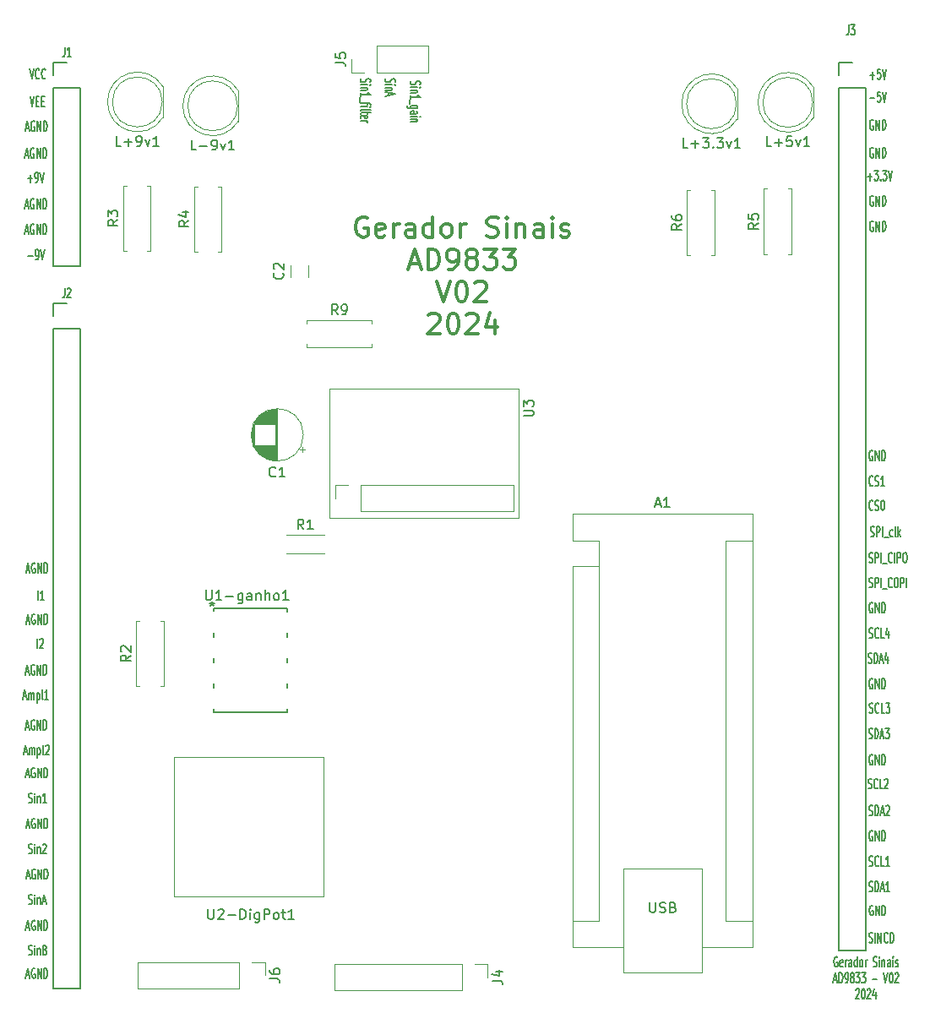
<source format=gto>
G04 #@! TF.GenerationSoftware,KiCad,Pcbnew,7.0.11-7.0.11~ubuntu22.04.1*
G04 #@! TF.CreationDate,2024-05-31T20:39:42-03:00*
G04 #@! TF.ProjectId,Gerador_sinais_AD9833,47657261-646f-4725-9f73-696e6169735f,v04*
G04 #@! TF.SameCoordinates,Original*
G04 #@! TF.FileFunction,Legend,Top*
G04 #@! TF.FilePolarity,Positive*
%FSLAX46Y46*%
G04 Gerber Fmt 4.6, Leading zero omitted, Abs format (unit mm)*
G04 Created by KiCad (PCBNEW 7.0.11-7.0.11~ubuntu22.04.1) date 2024-05-31 20:39:42*
%MOMM*%
%LPD*%
G01*
G04 APERTURE LIST*
%ADD10C,0.150000*%
%ADD11C,0.300000*%
%ADD12C,0.120000*%
%ADD13C,0.100000*%
%ADD14C,0.152400*%
%ADD15O,2.000000X1.600000*%
%ADD16R,2.000000X1.600000*%
%ADD17O,1.600000X2.000000*%
%ADD18R,1.800000X2.000000*%
%ADD19R,1.800000X1.800000*%
%ADD20C,1.800000*%
%ADD21R,1.700000X2.000000*%
%ADD22O,1.700000X2.000000*%
%ADD23O,2.500000X1.800000*%
%ADD24C,1.600000*%
%ADD25O,1.600000X1.600000*%
%ADD26R,2.500000X1.800000*%
%ADD27R,1.700000X1.700000*%
%ADD28O,1.700000X1.700000*%
G04 APERTURE END LIST*
D10*
X187109669Y-138860166D02*
X187195384Y-138907785D01*
X187195384Y-138907785D02*
X187338241Y-138907785D01*
X187338241Y-138907785D02*
X187395384Y-138860166D01*
X187395384Y-138860166D02*
X187423955Y-138812546D01*
X187423955Y-138812546D02*
X187452526Y-138717308D01*
X187452526Y-138717308D02*
X187452526Y-138622070D01*
X187452526Y-138622070D02*
X187423955Y-138526832D01*
X187423955Y-138526832D02*
X187395384Y-138479213D01*
X187395384Y-138479213D02*
X187338241Y-138431594D01*
X187338241Y-138431594D02*
X187223955Y-138383975D01*
X187223955Y-138383975D02*
X187166812Y-138336356D01*
X187166812Y-138336356D02*
X187138241Y-138288737D01*
X187138241Y-138288737D02*
X187109669Y-138193499D01*
X187109669Y-138193499D02*
X187109669Y-138098261D01*
X187109669Y-138098261D02*
X187138241Y-138003023D01*
X187138241Y-138003023D02*
X187166812Y-137955404D01*
X187166812Y-137955404D02*
X187223955Y-137907785D01*
X187223955Y-137907785D02*
X187366812Y-137907785D01*
X187366812Y-137907785D02*
X187452526Y-137955404D01*
X187709670Y-138907785D02*
X187709670Y-137907785D01*
X187709670Y-137907785D02*
X187852527Y-137907785D01*
X187852527Y-137907785D02*
X187938241Y-137955404D01*
X187938241Y-137955404D02*
X187995384Y-138050642D01*
X187995384Y-138050642D02*
X188023955Y-138145880D01*
X188023955Y-138145880D02*
X188052527Y-138336356D01*
X188052527Y-138336356D02*
X188052527Y-138479213D01*
X188052527Y-138479213D02*
X188023955Y-138669689D01*
X188023955Y-138669689D02*
X187995384Y-138764927D01*
X187995384Y-138764927D02*
X187938241Y-138860166D01*
X187938241Y-138860166D02*
X187852527Y-138907785D01*
X187852527Y-138907785D02*
X187709670Y-138907785D01*
X188281098Y-138622070D02*
X188566813Y-138622070D01*
X188223955Y-138907785D02*
X188423955Y-137907785D01*
X188423955Y-137907785D02*
X188623955Y-138907785D01*
X189138241Y-138907785D02*
X188795384Y-138907785D01*
X188966813Y-138907785D02*
X188966813Y-137907785D01*
X188966813Y-137907785D02*
X188909670Y-138050642D01*
X188909670Y-138050642D02*
X188852527Y-138145880D01*
X188852527Y-138145880D02*
X188795384Y-138193499D01*
X102527387Y-65137262D02*
X102813102Y-65137262D01*
X102470244Y-65422977D02*
X102670244Y-64422977D01*
X102670244Y-64422977D02*
X102870244Y-65422977D01*
X103384530Y-64470596D02*
X103327388Y-64422977D01*
X103327388Y-64422977D02*
X103241673Y-64422977D01*
X103241673Y-64422977D02*
X103155959Y-64470596D01*
X103155959Y-64470596D02*
X103098816Y-64565834D01*
X103098816Y-64565834D02*
X103070245Y-64661072D01*
X103070245Y-64661072D02*
X103041673Y-64851548D01*
X103041673Y-64851548D02*
X103041673Y-64994405D01*
X103041673Y-64994405D02*
X103070245Y-65184881D01*
X103070245Y-65184881D02*
X103098816Y-65280119D01*
X103098816Y-65280119D02*
X103155959Y-65375358D01*
X103155959Y-65375358D02*
X103241673Y-65422977D01*
X103241673Y-65422977D02*
X103298816Y-65422977D01*
X103298816Y-65422977D02*
X103384530Y-65375358D01*
X103384530Y-65375358D02*
X103413102Y-65327738D01*
X103413102Y-65327738D02*
X103413102Y-64994405D01*
X103413102Y-64994405D02*
X103298816Y-64994405D01*
X103670245Y-65422977D02*
X103670245Y-64422977D01*
X103670245Y-64422977D02*
X104013102Y-65422977D01*
X104013102Y-65422977D02*
X104013102Y-64422977D01*
X104298816Y-65422977D02*
X104298816Y-64422977D01*
X104298816Y-64422977D02*
X104441673Y-64422977D01*
X104441673Y-64422977D02*
X104527387Y-64470596D01*
X104527387Y-64470596D02*
X104584530Y-64565834D01*
X104584530Y-64565834D02*
X104613101Y-64661072D01*
X104613101Y-64661072D02*
X104641673Y-64851548D01*
X104641673Y-64851548D02*
X104641673Y-64994405D01*
X104641673Y-64994405D02*
X104613101Y-65184881D01*
X104613101Y-65184881D02*
X104584530Y-65280119D01*
X104584530Y-65280119D02*
X104527387Y-65375358D01*
X104527387Y-65375358D02*
X104441673Y-65422977D01*
X104441673Y-65422977D02*
X104298816Y-65422977D01*
X141177800Y-57712969D02*
X141130180Y-57798684D01*
X141130180Y-57798684D02*
X141130180Y-57941541D01*
X141130180Y-57941541D02*
X141177800Y-57998684D01*
X141177800Y-57998684D02*
X141225419Y-58027255D01*
X141225419Y-58027255D02*
X141320657Y-58055826D01*
X141320657Y-58055826D02*
X141415895Y-58055826D01*
X141415895Y-58055826D02*
X141511133Y-58027255D01*
X141511133Y-58027255D02*
X141558752Y-57998684D01*
X141558752Y-57998684D02*
X141606371Y-57941541D01*
X141606371Y-57941541D02*
X141653990Y-57827255D01*
X141653990Y-57827255D02*
X141701609Y-57770112D01*
X141701609Y-57770112D02*
X141749228Y-57741541D01*
X141749228Y-57741541D02*
X141844466Y-57712969D01*
X141844466Y-57712969D02*
X141939704Y-57712969D01*
X141939704Y-57712969D02*
X142034942Y-57741541D01*
X142034942Y-57741541D02*
X142082561Y-57770112D01*
X142082561Y-57770112D02*
X142130180Y-57827255D01*
X142130180Y-57827255D02*
X142130180Y-57970112D01*
X142130180Y-57970112D02*
X142082561Y-58055826D01*
X141130180Y-58312970D02*
X141796847Y-58312970D01*
X142130180Y-58312970D02*
X142082561Y-58284398D01*
X142082561Y-58284398D02*
X142034942Y-58312970D01*
X142034942Y-58312970D02*
X142082561Y-58341541D01*
X142082561Y-58341541D02*
X142130180Y-58312970D01*
X142130180Y-58312970D02*
X142034942Y-58312970D01*
X141796847Y-58598684D02*
X141130180Y-58598684D01*
X141701609Y-58598684D02*
X141749228Y-58627255D01*
X141749228Y-58627255D02*
X141796847Y-58684398D01*
X141796847Y-58684398D02*
X141796847Y-58770112D01*
X141796847Y-58770112D02*
X141749228Y-58827255D01*
X141749228Y-58827255D02*
X141653990Y-58855827D01*
X141653990Y-58855827D02*
X141130180Y-58855827D01*
X141130180Y-59455826D02*
X141130180Y-59112969D01*
X141130180Y-59284398D02*
X142130180Y-59284398D01*
X142130180Y-59284398D02*
X141987323Y-59227255D01*
X141987323Y-59227255D02*
X141892085Y-59170112D01*
X141892085Y-59170112D02*
X141844466Y-59112969D01*
X141034942Y-59570113D02*
X141034942Y-60027255D01*
X141796847Y-60427256D02*
X140987323Y-60427256D01*
X140987323Y-60427256D02*
X140892085Y-60398684D01*
X140892085Y-60398684D02*
X140844466Y-60370113D01*
X140844466Y-60370113D02*
X140796847Y-60312970D01*
X140796847Y-60312970D02*
X140796847Y-60227256D01*
X140796847Y-60227256D02*
X140844466Y-60170113D01*
X141177800Y-60427256D02*
X141130180Y-60370113D01*
X141130180Y-60370113D02*
X141130180Y-60255827D01*
X141130180Y-60255827D02*
X141177800Y-60198684D01*
X141177800Y-60198684D02*
X141225419Y-60170113D01*
X141225419Y-60170113D02*
X141320657Y-60141541D01*
X141320657Y-60141541D02*
X141606371Y-60141541D01*
X141606371Y-60141541D02*
X141701609Y-60170113D01*
X141701609Y-60170113D02*
X141749228Y-60198684D01*
X141749228Y-60198684D02*
X141796847Y-60255827D01*
X141796847Y-60255827D02*
X141796847Y-60370113D01*
X141796847Y-60370113D02*
X141749228Y-60427256D01*
X141130180Y-60970113D02*
X141653990Y-60970113D01*
X141653990Y-60970113D02*
X141749228Y-60941541D01*
X141749228Y-60941541D02*
X141796847Y-60884398D01*
X141796847Y-60884398D02*
X141796847Y-60770113D01*
X141796847Y-60770113D02*
X141749228Y-60712970D01*
X141177800Y-60970113D02*
X141130180Y-60912970D01*
X141130180Y-60912970D02*
X141130180Y-60770113D01*
X141130180Y-60770113D02*
X141177800Y-60712970D01*
X141177800Y-60712970D02*
X141273038Y-60684398D01*
X141273038Y-60684398D02*
X141368276Y-60684398D01*
X141368276Y-60684398D02*
X141463514Y-60712970D01*
X141463514Y-60712970D02*
X141511133Y-60770113D01*
X141511133Y-60770113D02*
X141511133Y-60912970D01*
X141511133Y-60912970D02*
X141558752Y-60970113D01*
X141130180Y-61255827D02*
X141796847Y-61255827D01*
X142130180Y-61255827D02*
X142082561Y-61227255D01*
X142082561Y-61227255D02*
X142034942Y-61255827D01*
X142034942Y-61255827D02*
X142082561Y-61284398D01*
X142082561Y-61284398D02*
X142130180Y-61255827D01*
X142130180Y-61255827D02*
X142034942Y-61255827D01*
X141796847Y-61541541D02*
X141130180Y-61541541D01*
X141701609Y-61541541D02*
X141749228Y-61570112D01*
X141749228Y-61570112D02*
X141796847Y-61627255D01*
X141796847Y-61627255D02*
X141796847Y-61712969D01*
X141796847Y-61712969D02*
X141749228Y-61770112D01*
X141749228Y-61770112D02*
X141653990Y-61798684D01*
X141653990Y-61798684D02*
X141130180Y-61798684D01*
X102865924Y-140149319D02*
X102951639Y-140196938D01*
X102951639Y-140196938D02*
X103094496Y-140196938D01*
X103094496Y-140196938D02*
X103151639Y-140149319D01*
X103151639Y-140149319D02*
X103180210Y-140101699D01*
X103180210Y-140101699D02*
X103208781Y-140006461D01*
X103208781Y-140006461D02*
X103208781Y-139911223D01*
X103208781Y-139911223D02*
X103180210Y-139815985D01*
X103180210Y-139815985D02*
X103151639Y-139768366D01*
X103151639Y-139768366D02*
X103094496Y-139720747D01*
X103094496Y-139720747D02*
X102980210Y-139673128D01*
X102980210Y-139673128D02*
X102923067Y-139625509D01*
X102923067Y-139625509D02*
X102894496Y-139577890D01*
X102894496Y-139577890D02*
X102865924Y-139482652D01*
X102865924Y-139482652D02*
X102865924Y-139387414D01*
X102865924Y-139387414D02*
X102894496Y-139292176D01*
X102894496Y-139292176D02*
X102923067Y-139244557D01*
X102923067Y-139244557D02*
X102980210Y-139196938D01*
X102980210Y-139196938D02*
X103123067Y-139196938D01*
X103123067Y-139196938D02*
X103208781Y-139244557D01*
X103465925Y-140196938D02*
X103465925Y-139530271D01*
X103465925Y-139196938D02*
X103437353Y-139244557D01*
X103437353Y-139244557D02*
X103465925Y-139292176D01*
X103465925Y-139292176D02*
X103494496Y-139244557D01*
X103494496Y-139244557D02*
X103465925Y-139196938D01*
X103465925Y-139196938D02*
X103465925Y-139292176D01*
X103751639Y-139530271D02*
X103751639Y-140196938D01*
X103751639Y-139625509D02*
X103780210Y-139577890D01*
X103780210Y-139577890D02*
X103837353Y-139530271D01*
X103837353Y-139530271D02*
X103923067Y-139530271D01*
X103923067Y-139530271D02*
X103980210Y-139577890D01*
X103980210Y-139577890D02*
X104008782Y-139673128D01*
X104008782Y-139673128D02*
X104008782Y-140196938D01*
X104265924Y-139911223D02*
X104551639Y-139911223D01*
X104208781Y-140196938D02*
X104408781Y-139196938D01*
X104408781Y-139196938D02*
X104608781Y-140196938D01*
X187100000Y-105907200D02*
X187185715Y-105954819D01*
X187185715Y-105954819D02*
X187328572Y-105954819D01*
X187328572Y-105954819D02*
X187385715Y-105907200D01*
X187385715Y-105907200D02*
X187414286Y-105859580D01*
X187414286Y-105859580D02*
X187442857Y-105764342D01*
X187442857Y-105764342D02*
X187442857Y-105669104D01*
X187442857Y-105669104D02*
X187414286Y-105573866D01*
X187414286Y-105573866D02*
X187385715Y-105526247D01*
X187385715Y-105526247D02*
X187328572Y-105478628D01*
X187328572Y-105478628D02*
X187214286Y-105431009D01*
X187214286Y-105431009D02*
X187157143Y-105383390D01*
X187157143Y-105383390D02*
X187128572Y-105335771D01*
X187128572Y-105335771D02*
X187100000Y-105240533D01*
X187100000Y-105240533D02*
X187100000Y-105145295D01*
X187100000Y-105145295D02*
X187128572Y-105050057D01*
X187128572Y-105050057D02*
X187157143Y-105002438D01*
X187157143Y-105002438D02*
X187214286Y-104954819D01*
X187214286Y-104954819D02*
X187357143Y-104954819D01*
X187357143Y-104954819D02*
X187442857Y-105002438D01*
X187700001Y-105954819D02*
X187700001Y-104954819D01*
X187700001Y-104954819D02*
X187928572Y-104954819D01*
X187928572Y-104954819D02*
X187985715Y-105002438D01*
X187985715Y-105002438D02*
X188014286Y-105050057D01*
X188014286Y-105050057D02*
X188042858Y-105145295D01*
X188042858Y-105145295D02*
X188042858Y-105288152D01*
X188042858Y-105288152D02*
X188014286Y-105383390D01*
X188014286Y-105383390D02*
X187985715Y-105431009D01*
X187985715Y-105431009D02*
X187928572Y-105478628D01*
X187928572Y-105478628D02*
X187700001Y-105478628D01*
X188300001Y-105954819D02*
X188300001Y-104954819D01*
X188442858Y-106050057D02*
X188900000Y-106050057D01*
X189385715Y-105859580D02*
X189357143Y-105907200D01*
X189357143Y-105907200D02*
X189271429Y-105954819D01*
X189271429Y-105954819D02*
X189214286Y-105954819D01*
X189214286Y-105954819D02*
X189128572Y-105907200D01*
X189128572Y-105907200D02*
X189071429Y-105811961D01*
X189071429Y-105811961D02*
X189042858Y-105716723D01*
X189042858Y-105716723D02*
X189014286Y-105526247D01*
X189014286Y-105526247D02*
X189014286Y-105383390D01*
X189014286Y-105383390D02*
X189042858Y-105192914D01*
X189042858Y-105192914D02*
X189071429Y-105097676D01*
X189071429Y-105097676D02*
X189128572Y-105002438D01*
X189128572Y-105002438D02*
X189214286Y-104954819D01*
X189214286Y-104954819D02*
X189271429Y-104954819D01*
X189271429Y-104954819D02*
X189357143Y-105002438D01*
X189357143Y-105002438D02*
X189385715Y-105050057D01*
X189642858Y-105954819D02*
X189642858Y-104954819D01*
X189928572Y-105954819D02*
X189928572Y-104954819D01*
X189928572Y-104954819D02*
X190157143Y-104954819D01*
X190157143Y-104954819D02*
X190214286Y-105002438D01*
X190214286Y-105002438D02*
X190242857Y-105050057D01*
X190242857Y-105050057D02*
X190271429Y-105145295D01*
X190271429Y-105145295D02*
X190271429Y-105288152D01*
X190271429Y-105288152D02*
X190242857Y-105383390D01*
X190242857Y-105383390D02*
X190214286Y-105431009D01*
X190214286Y-105431009D02*
X190157143Y-105478628D01*
X190157143Y-105478628D02*
X189928572Y-105478628D01*
X190642857Y-104954819D02*
X190757143Y-104954819D01*
X190757143Y-104954819D02*
X190814286Y-105002438D01*
X190814286Y-105002438D02*
X190871429Y-105097676D01*
X190871429Y-105097676D02*
X190900000Y-105288152D01*
X190900000Y-105288152D02*
X190900000Y-105621485D01*
X190900000Y-105621485D02*
X190871429Y-105811961D01*
X190871429Y-105811961D02*
X190814286Y-105907200D01*
X190814286Y-105907200D02*
X190757143Y-105954819D01*
X190757143Y-105954819D02*
X190642857Y-105954819D01*
X190642857Y-105954819D02*
X190585715Y-105907200D01*
X190585715Y-105907200D02*
X190528572Y-105811961D01*
X190528572Y-105811961D02*
X190500000Y-105621485D01*
X190500000Y-105621485D02*
X190500000Y-105288152D01*
X190500000Y-105288152D02*
X190528572Y-105097676D01*
X190528572Y-105097676D02*
X190585715Y-105002438D01*
X190585715Y-105002438D02*
X190642857Y-104954819D01*
X187452526Y-117635404D02*
X187395384Y-117587785D01*
X187395384Y-117587785D02*
X187309669Y-117587785D01*
X187309669Y-117587785D02*
X187223955Y-117635404D01*
X187223955Y-117635404D02*
X187166812Y-117730642D01*
X187166812Y-117730642D02*
X187138241Y-117825880D01*
X187138241Y-117825880D02*
X187109669Y-118016356D01*
X187109669Y-118016356D02*
X187109669Y-118159213D01*
X187109669Y-118159213D02*
X187138241Y-118349689D01*
X187138241Y-118349689D02*
X187166812Y-118444927D01*
X187166812Y-118444927D02*
X187223955Y-118540166D01*
X187223955Y-118540166D02*
X187309669Y-118587785D01*
X187309669Y-118587785D02*
X187366812Y-118587785D01*
X187366812Y-118587785D02*
X187452526Y-118540166D01*
X187452526Y-118540166D02*
X187481098Y-118492546D01*
X187481098Y-118492546D02*
X187481098Y-118159213D01*
X187481098Y-118159213D02*
X187366812Y-118159213D01*
X187738241Y-118587785D02*
X187738241Y-117587785D01*
X187738241Y-117587785D02*
X188081098Y-118587785D01*
X188081098Y-118587785D02*
X188081098Y-117587785D01*
X188366812Y-118587785D02*
X188366812Y-117587785D01*
X188366812Y-117587785D02*
X188509669Y-117587785D01*
X188509669Y-117587785D02*
X188595383Y-117635404D01*
X188595383Y-117635404D02*
X188652526Y-117730642D01*
X188652526Y-117730642D02*
X188681097Y-117825880D01*
X188681097Y-117825880D02*
X188709669Y-118016356D01*
X188709669Y-118016356D02*
X188709669Y-118159213D01*
X188709669Y-118159213D02*
X188681097Y-118349689D01*
X188681097Y-118349689D02*
X188652526Y-118444927D01*
X188652526Y-118444927D02*
X188595383Y-118540166D01*
X188595383Y-118540166D02*
X188509669Y-118587785D01*
X188509669Y-118587785D02*
X188366812Y-118587785D01*
X187481098Y-98172546D02*
X187452526Y-98220166D01*
X187452526Y-98220166D02*
X187366812Y-98267785D01*
X187366812Y-98267785D02*
X187309669Y-98267785D01*
X187309669Y-98267785D02*
X187223955Y-98220166D01*
X187223955Y-98220166D02*
X187166812Y-98124927D01*
X187166812Y-98124927D02*
X187138241Y-98029689D01*
X187138241Y-98029689D02*
X187109669Y-97839213D01*
X187109669Y-97839213D02*
X187109669Y-97696356D01*
X187109669Y-97696356D02*
X187138241Y-97505880D01*
X187138241Y-97505880D02*
X187166812Y-97410642D01*
X187166812Y-97410642D02*
X187223955Y-97315404D01*
X187223955Y-97315404D02*
X187309669Y-97267785D01*
X187309669Y-97267785D02*
X187366812Y-97267785D01*
X187366812Y-97267785D02*
X187452526Y-97315404D01*
X187452526Y-97315404D02*
X187481098Y-97363023D01*
X187709669Y-98220166D02*
X187795384Y-98267785D01*
X187795384Y-98267785D02*
X187938241Y-98267785D01*
X187938241Y-98267785D02*
X187995384Y-98220166D01*
X187995384Y-98220166D02*
X188023955Y-98172546D01*
X188023955Y-98172546D02*
X188052526Y-98077308D01*
X188052526Y-98077308D02*
X188052526Y-97982070D01*
X188052526Y-97982070D02*
X188023955Y-97886832D01*
X188023955Y-97886832D02*
X187995384Y-97839213D01*
X187995384Y-97839213D02*
X187938241Y-97791594D01*
X187938241Y-97791594D02*
X187823955Y-97743975D01*
X187823955Y-97743975D02*
X187766812Y-97696356D01*
X187766812Y-97696356D02*
X187738241Y-97648737D01*
X187738241Y-97648737D02*
X187709669Y-97553499D01*
X187709669Y-97553499D02*
X187709669Y-97458261D01*
X187709669Y-97458261D02*
X187738241Y-97363023D01*
X187738241Y-97363023D02*
X187766812Y-97315404D01*
X187766812Y-97315404D02*
X187823955Y-97267785D01*
X187823955Y-97267785D02*
X187966812Y-97267785D01*
X187966812Y-97267785D02*
X188052526Y-97315404D01*
X188623955Y-98267785D02*
X188281098Y-98267785D01*
X188452527Y-98267785D02*
X188452527Y-97267785D01*
X188452527Y-97267785D02*
X188395384Y-97410642D01*
X188395384Y-97410642D02*
X188338241Y-97505880D01*
X188338241Y-97505880D02*
X188281098Y-97553499D01*
X187511644Y-71783696D02*
X187454502Y-71736077D01*
X187454502Y-71736077D02*
X187368787Y-71736077D01*
X187368787Y-71736077D02*
X187283073Y-71783696D01*
X187283073Y-71783696D02*
X187225930Y-71878934D01*
X187225930Y-71878934D02*
X187197359Y-71974172D01*
X187197359Y-71974172D02*
X187168787Y-72164648D01*
X187168787Y-72164648D02*
X187168787Y-72307505D01*
X187168787Y-72307505D02*
X187197359Y-72497981D01*
X187197359Y-72497981D02*
X187225930Y-72593219D01*
X187225930Y-72593219D02*
X187283073Y-72688458D01*
X187283073Y-72688458D02*
X187368787Y-72736077D01*
X187368787Y-72736077D02*
X187425930Y-72736077D01*
X187425930Y-72736077D02*
X187511644Y-72688458D01*
X187511644Y-72688458D02*
X187540216Y-72640838D01*
X187540216Y-72640838D02*
X187540216Y-72307505D01*
X187540216Y-72307505D02*
X187425930Y-72307505D01*
X187797359Y-72736077D02*
X187797359Y-71736077D01*
X187797359Y-71736077D02*
X188140216Y-72736077D01*
X188140216Y-72736077D02*
X188140216Y-71736077D01*
X188425930Y-72736077D02*
X188425930Y-71736077D01*
X188425930Y-71736077D02*
X188568787Y-71736077D01*
X188568787Y-71736077D02*
X188654501Y-71783696D01*
X188654501Y-71783696D02*
X188711644Y-71878934D01*
X188711644Y-71878934D02*
X188740215Y-71974172D01*
X188740215Y-71974172D02*
X188768787Y-72164648D01*
X188768787Y-72164648D02*
X188768787Y-72307505D01*
X188768787Y-72307505D02*
X188740215Y-72497981D01*
X188740215Y-72497981D02*
X188711644Y-72593219D01*
X188711644Y-72593219D02*
X188654501Y-72688458D01*
X188654501Y-72688458D02*
X188568787Y-72736077D01*
X188568787Y-72736077D02*
X188425930Y-72736077D01*
X102809959Y-75202024D02*
X103267102Y-75202024D01*
X103581387Y-75582977D02*
X103695673Y-75582977D01*
X103695673Y-75582977D02*
X103752816Y-75535358D01*
X103752816Y-75535358D02*
X103781387Y-75487738D01*
X103781387Y-75487738D02*
X103838530Y-75344881D01*
X103838530Y-75344881D02*
X103867101Y-75154405D01*
X103867101Y-75154405D02*
X103867101Y-74773453D01*
X103867101Y-74773453D02*
X103838530Y-74678215D01*
X103838530Y-74678215D02*
X103809959Y-74630596D01*
X103809959Y-74630596D02*
X103752816Y-74582977D01*
X103752816Y-74582977D02*
X103638530Y-74582977D01*
X103638530Y-74582977D02*
X103581387Y-74630596D01*
X103581387Y-74630596D02*
X103552816Y-74678215D01*
X103552816Y-74678215D02*
X103524244Y-74773453D01*
X103524244Y-74773453D02*
X103524244Y-75011548D01*
X103524244Y-75011548D02*
X103552816Y-75106786D01*
X103552816Y-75106786D02*
X103581387Y-75154405D01*
X103581387Y-75154405D02*
X103638530Y-75202024D01*
X103638530Y-75202024D02*
X103752816Y-75202024D01*
X103752816Y-75202024D02*
X103809959Y-75154405D01*
X103809959Y-75154405D02*
X103838530Y-75106786D01*
X103838530Y-75106786D02*
X103867101Y-75011548D01*
X104038530Y-74582977D02*
X104238530Y-75582977D01*
X104238530Y-75582977D02*
X104438530Y-74582977D01*
X102654384Y-137377776D02*
X102940099Y-137377776D01*
X102597241Y-137663491D02*
X102797241Y-136663491D01*
X102797241Y-136663491D02*
X102997241Y-137663491D01*
X103511527Y-136711110D02*
X103454385Y-136663491D01*
X103454385Y-136663491D02*
X103368670Y-136663491D01*
X103368670Y-136663491D02*
X103282956Y-136711110D01*
X103282956Y-136711110D02*
X103225813Y-136806348D01*
X103225813Y-136806348D02*
X103197242Y-136901586D01*
X103197242Y-136901586D02*
X103168670Y-137092062D01*
X103168670Y-137092062D02*
X103168670Y-137234919D01*
X103168670Y-137234919D02*
X103197242Y-137425395D01*
X103197242Y-137425395D02*
X103225813Y-137520633D01*
X103225813Y-137520633D02*
X103282956Y-137615872D01*
X103282956Y-137615872D02*
X103368670Y-137663491D01*
X103368670Y-137663491D02*
X103425813Y-137663491D01*
X103425813Y-137663491D02*
X103511527Y-137615872D01*
X103511527Y-137615872D02*
X103540099Y-137568252D01*
X103540099Y-137568252D02*
X103540099Y-137234919D01*
X103540099Y-137234919D02*
X103425813Y-137234919D01*
X103797242Y-137663491D02*
X103797242Y-136663491D01*
X103797242Y-136663491D02*
X104140099Y-137663491D01*
X104140099Y-137663491D02*
X104140099Y-136663491D01*
X104425813Y-137663491D02*
X104425813Y-136663491D01*
X104425813Y-136663491D02*
X104568670Y-136663491D01*
X104568670Y-136663491D02*
X104654384Y-136711110D01*
X104654384Y-136711110D02*
X104711527Y-136806348D01*
X104711527Y-136806348D02*
X104740098Y-136901586D01*
X104740098Y-136901586D02*
X104768670Y-137092062D01*
X104768670Y-137092062D02*
X104768670Y-137234919D01*
X104768670Y-137234919D02*
X104740098Y-137425395D01*
X104740098Y-137425395D02*
X104711527Y-137520633D01*
X104711527Y-137520633D02*
X104654384Y-137615872D01*
X104654384Y-137615872D02*
X104568670Y-137663491D01*
X104568670Y-137663491D02*
X104425813Y-137663491D01*
X102628017Y-111822866D02*
X102913732Y-111822866D01*
X102570874Y-112108581D02*
X102770874Y-111108581D01*
X102770874Y-111108581D02*
X102970874Y-112108581D01*
X103485160Y-111156200D02*
X103428018Y-111108581D01*
X103428018Y-111108581D02*
X103342303Y-111108581D01*
X103342303Y-111108581D02*
X103256589Y-111156200D01*
X103256589Y-111156200D02*
X103199446Y-111251438D01*
X103199446Y-111251438D02*
X103170875Y-111346676D01*
X103170875Y-111346676D02*
X103142303Y-111537152D01*
X103142303Y-111537152D02*
X103142303Y-111680009D01*
X103142303Y-111680009D02*
X103170875Y-111870485D01*
X103170875Y-111870485D02*
X103199446Y-111965723D01*
X103199446Y-111965723D02*
X103256589Y-112060962D01*
X103256589Y-112060962D02*
X103342303Y-112108581D01*
X103342303Y-112108581D02*
X103399446Y-112108581D01*
X103399446Y-112108581D02*
X103485160Y-112060962D01*
X103485160Y-112060962D02*
X103513732Y-112013342D01*
X103513732Y-112013342D02*
X103513732Y-111680009D01*
X103513732Y-111680009D02*
X103399446Y-111680009D01*
X103770875Y-112108581D02*
X103770875Y-111108581D01*
X103770875Y-111108581D02*
X104113732Y-112108581D01*
X104113732Y-112108581D02*
X104113732Y-111108581D01*
X104399446Y-112108581D02*
X104399446Y-111108581D01*
X104399446Y-111108581D02*
X104542303Y-111108581D01*
X104542303Y-111108581D02*
X104628017Y-111156200D01*
X104628017Y-111156200D02*
X104685160Y-111251438D01*
X104685160Y-111251438D02*
X104713731Y-111346676D01*
X104713731Y-111346676D02*
X104742303Y-111537152D01*
X104742303Y-111537152D02*
X104742303Y-111680009D01*
X104742303Y-111680009D02*
X104713731Y-111870485D01*
X104713731Y-111870485D02*
X104685160Y-111965723D01*
X104685160Y-111965723D02*
X104628017Y-112060962D01*
X104628017Y-112060962D02*
X104542303Y-112108581D01*
X104542303Y-112108581D02*
X104399446Y-112108581D01*
X187452526Y-125255404D02*
X187395384Y-125207785D01*
X187395384Y-125207785D02*
X187309669Y-125207785D01*
X187309669Y-125207785D02*
X187223955Y-125255404D01*
X187223955Y-125255404D02*
X187166812Y-125350642D01*
X187166812Y-125350642D02*
X187138241Y-125445880D01*
X187138241Y-125445880D02*
X187109669Y-125636356D01*
X187109669Y-125636356D02*
X187109669Y-125779213D01*
X187109669Y-125779213D02*
X187138241Y-125969689D01*
X187138241Y-125969689D02*
X187166812Y-126064927D01*
X187166812Y-126064927D02*
X187223955Y-126160166D01*
X187223955Y-126160166D02*
X187309669Y-126207785D01*
X187309669Y-126207785D02*
X187366812Y-126207785D01*
X187366812Y-126207785D02*
X187452526Y-126160166D01*
X187452526Y-126160166D02*
X187481098Y-126112546D01*
X187481098Y-126112546D02*
X187481098Y-125779213D01*
X187481098Y-125779213D02*
X187366812Y-125779213D01*
X187738241Y-126207785D02*
X187738241Y-125207785D01*
X187738241Y-125207785D02*
X188081098Y-126207785D01*
X188081098Y-126207785D02*
X188081098Y-125207785D01*
X188366812Y-126207785D02*
X188366812Y-125207785D01*
X188366812Y-125207785D02*
X188509669Y-125207785D01*
X188509669Y-125207785D02*
X188595383Y-125255404D01*
X188595383Y-125255404D02*
X188652526Y-125350642D01*
X188652526Y-125350642D02*
X188681097Y-125445880D01*
X188681097Y-125445880D02*
X188709669Y-125636356D01*
X188709669Y-125636356D02*
X188709669Y-125779213D01*
X188709669Y-125779213D02*
X188681097Y-125969689D01*
X188681097Y-125969689D02*
X188652526Y-126064927D01*
X188652526Y-126064927D02*
X188595383Y-126160166D01*
X188595383Y-126160166D02*
X188509669Y-126207785D01*
X188509669Y-126207785D02*
X188366812Y-126207785D01*
X186943359Y-67275124D02*
X187400502Y-67275124D01*
X187171930Y-67656077D02*
X187171930Y-66894172D01*
X187629073Y-66656077D02*
X188000501Y-66656077D01*
X188000501Y-66656077D02*
X187800501Y-67037029D01*
X187800501Y-67037029D02*
X187886216Y-67037029D01*
X187886216Y-67037029D02*
X187943359Y-67084648D01*
X187943359Y-67084648D02*
X187971930Y-67132267D01*
X187971930Y-67132267D02*
X188000501Y-67227505D01*
X188000501Y-67227505D02*
X188000501Y-67465600D01*
X188000501Y-67465600D02*
X187971930Y-67560838D01*
X187971930Y-67560838D02*
X187943359Y-67608458D01*
X187943359Y-67608458D02*
X187886216Y-67656077D01*
X187886216Y-67656077D02*
X187714787Y-67656077D01*
X187714787Y-67656077D02*
X187657644Y-67608458D01*
X187657644Y-67608458D02*
X187629073Y-67560838D01*
X188257645Y-67560838D02*
X188286216Y-67608458D01*
X188286216Y-67608458D02*
X188257645Y-67656077D01*
X188257645Y-67656077D02*
X188229073Y-67608458D01*
X188229073Y-67608458D02*
X188257645Y-67560838D01*
X188257645Y-67560838D02*
X188257645Y-67656077D01*
X188486216Y-66656077D02*
X188857644Y-66656077D01*
X188857644Y-66656077D02*
X188657644Y-67037029D01*
X188657644Y-67037029D02*
X188743359Y-67037029D01*
X188743359Y-67037029D02*
X188800502Y-67084648D01*
X188800502Y-67084648D02*
X188829073Y-67132267D01*
X188829073Y-67132267D02*
X188857644Y-67227505D01*
X188857644Y-67227505D02*
X188857644Y-67465600D01*
X188857644Y-67465600D02*
X188829073Y-67560838D01*
X188829073Y-67560838D02*
X188800502Y-67608458D01*
X188800502Y-67608458D02*
X188743359Y-67656077D01*
X188743359Y-67656077D02*
X188571930Y-67656077D01*
X188571930Y-67656077D02*
X188514787Y-67608458D01*
X188514787Y-67608458D02*
X188486216Y-67560838D01*
X189029073Y-66656077D02*
X189229073Y-67656077D01*
X189229073Y-67656077D02*
X189429073Y-66656077D01*
X187511644Y-64417696D02*
X187454502Y-64370077D01*
X187454502Y-64370077D02*
X187368787Y-64370077D01*
X187368787Y-64370077D02*
X187283073Y-64417696D01*
X187283073Y-64417696D02*
X187225930Y-64512934D01*
X187225930Y-64512934D02*
X187197359Y-64608172D01*
X187197359Y-64608172D02*
X187168787Y-64798648D01*
X187168787Y-64798648D02*
X187168787Y-64941505D01*
X187168787Y-64941505D02*
X187197359Y-65131981D01*
X187197359Y-65131981D02*
X187225930Y-65227219D01*
X187225930Y-65227219D02*
X187283073Y-65322458D01*
X187283073Y-65322458D02*
X187368787Y-65370077D01*
X187368787Y-65370077D02*
X187425930Y-65370077D01*
X187425930Y-65370077D02*
X187511644Y-65322458D01*
X187511644Y-65322458D02*
X187540216Y-65274838D01*
X187540216Y-65274838D02*
X187540216Y-64941505D01*
X187540216Y-64941505D02*
X187425930Y-64941505D01*
X187797359Y-65370077D02*
X187797359Y-64370077D01*
X187797359Y-64370077D02*
X188140216Y-65370077D01*
X188140216Y-65370077D02*
X188140216Y-64370077D01*
X188425930Y-65370077D02*
X188425930Y-64370077D01*
X188425930Y-64370077D02*
X188568787Y-64370077D01*
X188568787Y-64370077D02*
X188654501Y-64417696D01*
X188654501Y-64417696D02*
X188711644Y-64512934D01*
X188711644Y-64512934D02*
X188740215Y-64608172D01*
X188740215Y-64608172D02*
X188768787Y-64798648D01*
X188768787Y-64798648D02*
X188768787Y-64941505D01*
X188768787Y-64941505D02*
X188740215Y-65131981D01*
X188740215Y-65131981D02*
X188711644Y-65227219D01*
X188711644Y-65227219D02*
X188654501Y-65322458D01*
X188654501Y-65322458D02*
X188568787Y-65370077D01*
X188568787Y-65370077D02*
X188425930Y-65370077D01*
X102527387Y-72757262D02*
X102813102Y-72757262D01*
X102470244Y-73042977D02*
X102670244Y-72042977D01*
X102670244Y-72042977D02*
X102870244Y-73042977D01*
X103384530Y-72090596D02*
X103327388Y-72042977D01*
X103327388Y-72042977D02*
X103241673Y-72042977D01*
X103241673Y-72042977D02*
X103155959Y-72090596D01*
X103155959Y-72090596D02*
X103098816Y-72185834D01*
X103098816Y-72185834D02*
X103070245Y-72281072D01*
X103070245Y-72281072D02*
X103041673Y-72471548D01*
X103041673Y-72471548D02*
X103041673Y-72614405D01*
X103041673Y-72614405D02*
X103070245Y-72804881D01*
X103070245Y-72804881D02*
X103098816Y-72900119D01*
X103098816Y-72900119D02*
X103155959Y-72995358D01*
X103155959Y-72995358D02*
X103241673Y-73042977D01*
X103241673Y-73042977D02*
X103298816Y-73042977D01*
X103298816Y-73042977D02*
X103384530Y-72995358D01*
X103384530Y-72995358D02*
X103413102Y-72947738D01*
X103413102Y-72947738D02*
X103413102Y-72614405D01*
X103413102Y-72614405D02*
X103298816Y-72614405D01*
X103670245Y-73042977D02*
X103670245Y-72042977D01*
X103670245Y-72042977D02*
X104013102Y-73042977D01*
X104013102Y-73042977D02*
X104013102Y-72042977D01*
X104298816Y-73042977D02*
X104298816Y-72042977D01*
X104298816Y-72042977D02*
X104441673Y-72042977D01*
X104441673Y-72042977D02*
X104527387Y-72090596D01*
X104527387Y-72090596D02*
X104584530Y-72185834D01*
X104584530Y-72185834D02*
X104613101Y-72281072D01*
X104613101Y-72281072D02*
X104641673Y-72471548D01*
X104641673Y-72471548D02*
X104641673Y-72614405D01*
X104641673Y-72614405D02*
X104613101Y-72804881D01*
X104613101Y-72804881D02*
X104584530Y-72900119D01*
X104584530Y-72900119D02*
X104527387Y-72995358D01*
X104527387Y-72995358D02*
X104441673Y-73042977D01*
X104441673Y-73042977D02*
X104298816Y-73042977D01*
X187452526Y-110015404D02*
X187395384Y-109967785D01*
X187395384Y-109967785D02*
X187309669Y-109967785D01*
X187309669Y-109967785D02*
X187223955Y-110015404D01*
X187223955Y-110015404D02*
X187166812Y-110110642D01*
X187166812Y-110110642D02*
X187138241Y-110205880D01*
X187138241Y-110205880D02*
X187109669Y-110396356D01*
X187109669Y-110396356D02*
X187109669Y-110539213D01*
X187109669Y-110539213D02*
X187138241Y-110729689D01*
X187138241Y-110729689D02*
X187166812Y-110824927D01*
X187166812Y-110824927D02*
X187223955Y-110920166D01*
X187223955Y-110920166D02*
X187309669Y-110967785D01*
X187309669Y-110967785D02*
X187366812Y-110967785D01*
X187366812Y-110967785D02*
X187452526Y-110920166D01*
X187452526Y-110920166D02*
X187481098Y-110872546D01*
X187481098Y-110872546D02*
X187481098Y-110539213D01*
X187481098Y-110539213D02*
X187366812Y-110539213D01*
X187738241Y-110967785D02*
X187738241Y-109967785D01*
X187738241Y-109967785D02*
X188081098Y-110967785D01*
X188081098Y-110967785D02*
X188081098Y-109967785D01*
X188366812Y-110967785D02*
X188366812Y-109967785D01*
X188366812Y-109967785D02*
X188509669Y-109967785D01*
X188509669Y-109967785D02*
X188595383Y-110015404D01*
X188595383Y-110015404D02*
X188652526Y-110110642D01*
X188652526Y-110110642D02*
X188681097Y-110205880D01*
X188681097Y-110205880D02*
X188709669Y-110396356D01*
X188709669Y-110396356D02*
X188709669Y-110539213D01*
X188709669Y-110539213D02*
X188681097Y-110729689D01*
X188681097Y-110729689D02*
X188652526Y-110824927D01*
X188652526Y-110824927D02*
X188595383Y-110920166D01*
X188595383Y-110920166D02*
X188509669Y-110967785D01*
X188509669Y-110967785D02*
X188366812Y-110967785D01*
X102621311Y-147309712D02*
X102907026Y-147309712D01*
X102564168Y-147595427D02*
X102764168Y-146595427D01*
X102764168Y-146595427D02*
X102964168Y-147595427D01*
X103478454Y-146643046D02*
X103421312Y-146595427D01*
X103421312Y-146595427D02*
X103335597Y-146595427D01*
X103335597Y-146595427D02*
X103249883Y-146643046D01*
X103249883Y-146643046D02*
X103192740Y-146738284D01*
X103192740Y-146738284D02*
X103164169Y-146833522D01*
X103164169Y-146833522D02*
X103135597Y-147023998D01*
X103135597Y-147023998D02*
X103135597Y-147166855D01*
X103135597Y-147166855D02*
X103164169Y-147357331D01*
X103164169Y-147357331D02*
X103192740Y-147452569D01*
X103192740Y-147452569D02*
X103249883Y-147547808D01*
X103249883Y-147547808D02*
X103335597Y-147595427D01*
X103335597Y-147595427D02*
X103392740Y-147595427D01*
X103392740Y-147595427D02*
X103478454Y-147547808D01*
X103478454Y-147547808D02*
X103507026Y-147500188D01*
X103507026Y-147500188D02*
X103507026Y-147166855D01*
X103507026Y-147166855D02*
X103392740Y-147166855D01*
X103764169Y-147595427D02*
X103764169Y-146595427D01*
X103764169Y-146595427D02*
X104107026Y-147595427D01*
X104107026Y-147595427D02*
X104107026Y-146595427D01*
X104392740Y-147595427D02*
X104392740Y-146595427D01*
X104392740Y-146595427D02*
X104535597Y-146595427D01*
X104535597Y-146595427D02*
X104621311Y-146643046D01*
X104621311Y-146643046D02*
X104678454Y-146738284D01*
X104678454Y-146738284D02*
X104707025Y-146833522D01*
X104707025Y-146833522D02*
X104735597Y-147023998D01*
X104735597Y-147023998D02*
X104735597Y-147166855D01*
X104735597Y-147166855D02*
X104707025Y-147357331D01*
X104707025Y-147357331D02*
X104678454Y-147452569D01*
X104678454Y-147452569D02*
X104621311Y-147547808D01*
X104621311Y-147547808D02*
X104535597Y-147595427D01*
X104535597Y-147595427D02*
X104392740Y-147595427D01*
X102865924Y-129989319D02*
X102951639Y-130036938D01*
X102951639Y-130036938D02*
X103094496Y-130036938D01*
X103094496Y-130036938D02*
X103151639Y-129989319D01*
X103151639Y-129989319D02*
X103180210Y-129941699D01*
X103180210Y-129941699D02*
X103208781Y-129846461D01*
X103208781Y-129846461D02*
X103208781Y-129751223D01*
X103208781Y-129751223D02*
X103180210Y-129655985D01*
X103180210Y-129655985D02*
X103151639Y-129608366D01*
X103151639Y-129608366D02*
X103094496Y-129560747D01*
X103094496Y-129560747D02*
X102980210Y-129513128D01*
X102980210Y-129513128D02*
X102923067Y-129465509D01*
X102923067Y-129465509D02*
X102894496Y-129417890D01*
X102894496Y-129417890D02*
X102865924Y-129322652D01*
X102865924Y-129322652D02*
X102865924Y-129227414D01*
X102865924Y-129227414D02*
X102894496Y-129132176D01*
X102894496Y-129132176D02*
X102923067Y-129084557D01*
X102923067Y-129084557D02*
X102980210Y-129036938D01*
X102980210Y-129036938D02*
X103123067Y-129036938D01*
X103123067Y-129036938D02*
X103208781Y-129084557D01*
X103465925Y-130036938D02*
X103465925Y-129370271D01*
X103465925Y-129036938D02*
X103437353Y-129084557D01*
X103437353Y-129084557D02*
X103465925Y-129132176D01*
X103465925Y-129132176D02*
X103494496Y-129084557D01*
X103494496Y-129084557D02*
X103465925Y-129036938D01*
X103465925Y-129036938D02*
X103465925Y-129132176D01*
X103751639Y-129370271D02*
X103751639Y-130036938D01*
X103751639Y-129465509D02*
X103780210Y-129417890D01*
X103780210Y-129417890D02*
X103837353Y-129370271D01*
X103837353Y-129370271D02*
X103923067Y-129370271D01*
X103923067Y-129370271D02*
X103980210Y-129417890D01*
X103980210Y-129417890D02*
X104008782Y-129513128D01*
X104008782Y-129513128D02*
X104008782Y-130036938D01*
X104608781Y-130036938D02*
X104265924Y-130036938D01*
X104437353Y-130036938D02*
X104437353Y-129036938D01*
X104437353Y-129036938D02*
X104380210Y-129179795D01*
X104380210Y-129179795D02*
X104323067Y-129275033D01*
X104323067Y-129275033D02*
X104265924Y-129322652D01*
X102627895Y-132291222D02*
X102913610Y-132291222D01*
X102570752Y-132576937D02*
X102770752Y-131576937D01*
X102770752Y-131576937D02*
X102970752Y-132576937D01*
X103485038Y-131624556D02*
X103427896Y-131576937D01*
X103427896Y-131576937D02*
X103342181Y-131576937D01*
X103342181Y-131576937D02*
X103256467Y-131624556D01*
X103256467Y-131624556D02*
X103199324Y-131719794D01*
X103199324Y-131719794D02*
X103170753Y-131815032D01*
X103170753Y-131815032D02*
X103142181Y-132005508D01*
X103142181Y-132005508D02*
X103142181Y-132148365D01*
X103142181Y-132148365D02*
X103170753Y-132338841D01*
X103170753Y-132338841D02*
X103199324Y-132434079D01*
X103199324Y-132434079D02*
X103256467Y-132529318D01*
X103256467Y-132529318D02*
X103342181Y-132576937D01*
X103342181Y-132576937D02*
X103399324Y-132576937D01*
X103399324Y-132576937D02*
X103485038Y-132529318D01*
X103485038Y-132529318D02*
X103513610Y-132481698D01*
X103513610Y-132481698D02*
X103513610Y-132148365D01*
X103513610Y-132148365D02*
X103399324Y-132148365D01*
X103770753Y-132576937D02*
X103770753Y-131576937D01*
X103770753Y-131576937D02*
X104113610Y-132576937D01*
X104113610Y-132576937D02*
X104113610Y-131576937D01*
X104399324Y-132576937D02*
X104399324Y-131576937D01*
X104399324Y-131576937D02*
X104542181Y-131576937D01*
X104542181Y-131576937D02*
X104627895Y-131624556D01*
X104627895Y-131624556D02*
X104685038Y-131719794D01*
X104685038Y-131719794D02*
X104713609Y-131815032D01*
X104713609Y-131815032D02*
X104742181Y-132005508D01*
X104742181Y-132005508D02*
X104742181Y-132148365D01*
X104742181Y-132148365D02*
X104713609Y-132338841D01*
X104713609Y-132338841D02*
X104685038Y-132434079D01*
X104685038Y-132434079D02*
X104627895Y-132529318D01*
X104627895Y-132529318D02*
X104542181Y-132576937D01*
X104542181Y-132576937D02*
X104399324Y-132576937D01*
X187197359Y-57115124D02*
X187654502Y-57115124D01*
X187425930Y-57496077D02*
X187425930Y-56734172D01*
X188225930Y-56496077D02*
X187940216Y-56496077D01*
X187940216Y-56496077D02*
X187911644Y-56972267D01*
X187911644Y-56972267D02*
X187940216Y-56924648D01*
X187940216Y-56924648D02*
X187997359Y-56877029D01*
X187997359Y-56877029D02*
X188140216Y-56877029D01*
X188140216Y-56877029D02*
X188197359Y-56924648D01*
X188197359Y-56924648D02*
X188225930Y-56972267D01*
X188225930Y-56972267D02*
X188254501Y-57067505D01*
X188254501Y-57067505D02*
X188254501Y-57305600D01*
X188254501Y-57305600D02*
X188225930Y-57400838D01*
X188225930Y-57400838D02*
X188197359Y-57448458D01*
X188197359Y-57448458D02*
X188140216Y-57496077D01*
X188140216Y-57496077D02*
X187997359Y-57496077D01*
X187997359Y-57496077D02*
X187940216Y-57448458D01*
X187940216Y-57448458D02*
X187911644Y-57400838D01*
X188425930Y-56496077D02*
X188625930Y-57496077D01*
X188625930Y-57496077D02*
X188825930Y-56496077D01*
X187009669Y-128560166D02*
X187095384Y-128607785D01*
X187095384Y-128607785D02*
X187238241Y-128607785D01*
X187238241Y-128607785D02*
X187295384Y-128560166D01*
X187295384Y-128560166D02*
X187323955Y-128512546D01*
X187323955Y-128512546D02*
X187352526Y-128417308D01*
X187352526Y-128417308D02*
X187352526Y-128322070D01*
X187352526Y-128322070D02*
X187323955Y-128226832D01*
X187323955Y-128226832D02*
X187295384Y-128179213D01*
X187295384Y-128179213D02*
X187238241Y-128131594D01*
X187238241Y-128131594D02*
X187123955Y-128083975D01*
X187123955Y-128083975D02*
X187066812Y-128036356D01*
X187066812Y-128036356D02*
X187038241Y-127988737D01*
X187038241Y-127988737D02*
X187009669Y-127893499D01*
X187009669Y-127893499D02*
X187009669Y-127798261D01*
X187009669Y-127798261D02*
X187038241Y-127703023D01*
X187038241Y-127703023D02*
X187066812Y-127655404D01*
X187066812Y-127655404D02*
X187123955Y-127607785D01*
X187123955Y-127607785D02*
X187266812Y-127607785D01*
X187266812Y-127607785D02*
X187352526Y-127655404D01*
X187952527Y-128512546D02*
X187923955Y-128560166D01*
X187923955Y-128560166D02*
X187838241Y-128607785D01*
X187838241Y-128607785D02*
X187781098Y-128607785D01*
X187781098Y-128607785D02*
X187695384Y-128560166D01*
X187695384Y-128560166D02*
X187638241Y-128464927D01*
X187638241Y-128464927D02*
X187609670Y-128369689D01*
X187609670Y-128369689D02*
X187581098Y-128179213D01*
X187581098Y-128179213D02*
X187581098Y-128036356D01*
X187581098Y-128036356D02*
X187609670Y-127845880D01*
X187609670Y-127845880D02*
X187638241Y-127750642D01*
X187638241Y-127750642D02*
X187695384Y-127655404D01*
X187695384Y-127655404D02*
X187781098Y-127607785D01*
X187781098Y-127607785D02*
X187838241Y-127607785D01*
X187838241Y-127607785D02*
X187923955Y-127655404D01*
X187923955Y-127655404D02*
X187952527Y-127703023D01*
X188495384Y-128607785D02*
X188209670Y-128607785D01*
X188209670Y-128607785D02*
X188209670Y-127607785D01*
X188666812Y-127703023D02*
X188695384Y-127655404D01*
X188695384Y-127655404D02*
X188752527Y-127607785D01*
X188752527Y-127607785D02*
X188895384Y-127607785D01*
X188895384Y-127607785D02*
X188952527Y-127655404D01*
X188952527Y-127655404D02*
X188981098Y-127703023D01*
X188981098Y-127703023D02*
X189009669Y-127798261D01*
X189009669Y-127798261D02*
X189009669Y-127893499D01*
X189009669Y-127893499D02*
X188981098Y-128036356D01*
X188981098Y-128036356D02*
X188638241Y-128607785D01*
X188638241Y-128607785D02*
X189009669Y-128607785D01*
X187197359Y-59401124D02*
X187654502Y-59401124D01*
X188225930Y-58782077D02*
X187940216Y-58782077D01*
X187940216Y-58782077D02*
X187911644Y-59258267D01*
X187911644Y-59258267D02*
X187940216Y-59210648D01*
X187940216Y-59210648D02*
X187997359Y-59163029D01*
X187997359Y-59163029D02*
X188140216Y-59163029D01*
X188140216Y-59163029D02*
X188197359Y-59210648D01*
X188197359Y-59210648D02*
X188225930Y-59258267D01*
X188225930Y-59258267D02*
X188254501Y-59353505D01*
X188254501Y-59353505D02*
X188254501Y-59591600D01*
X188254501Y-59591600D02*
X188225930Y-59686838D01*
X188225930Y-59686838D02*
X188197359Y-59734458D01*
X188197359Y-59734458D02*
X188140216Y-59782077D01*
X188140216Y-59782077D02*
X187997359Y-59782077D01*
X187997359Y-59782077D02*
X187940216Y-59734458D01*
X187940216Y-59734458D02*
X187911644Y-59686838D01*
X188425930Y-58782077D02*
X188625930Y-59782077D01*
X188625930Y-59782077D02*
X188825930Y-58782077D01*
X102586887Y-62435605D02*
X102872602Y-62435605D01*
X102529744Y-62721320D02*
X102729744Y-61721320D01*
X102729744Y-61721320D02*
X102929744Y-62721320D01*
X103444030Y-61768939D02*
X103386888Y-61721320D01*
X103386888Y-61721320D02*
X103301173Y-61721320D01*
X103301173Y-61721320D02*
X103215459Y-61768939D01*
X103215459Y-61768939D02*
X103158316Y-61864177D01*
X103158316Y-61864177D02*
X103129745Y-61959415D01*
X103129745Y-61959415D02*
X103101173Y-62149891D01*
X103101173Y-62149891D02*
X103101173Y-62292748D01*
X103101173Y-62292748D02*
X103129745Y-62483224D01*
X103129745Y-62483224D02*
X103158316Y-62578462D01*
X103158316Y-62578462D02*
X103215459Y-62673701D01*
X103215459Y-62673701D02*
X103301173Y-62721320D01*
X103301173Y-62721320D02*
X103358316Y-62721320D01*
X103358316Y-62721320D02*
X103444030Y-62673701D01*
X103444030Y-62673701D02*
X103472602Y-62626081D01*
X103472602Y-62626081D02*
X103472602Y-62292748D01*
X103472602Y-62292748D02*
X103358316Y-62292748D01*
X103729745Y-62721320D02*
X103729745Y-61721320D01*
X103729745Y-61721320D02*
X104072602Y-62721320D01*
X104072602Y-62721320D02*
X104072602Y-61721320D01*
X104358316Y-62721320D02*
X104358316Y-61721320D01*
X104358316Y-61721320D02*
X104501173Y-61721320D01*
X104501173Y-61721320D02*
X104586887Y-61768939D01*
X104586887Y-61768939D02*
X104644030Y-61864177D01*
X104644030Y-61864177D02*
X104672601Y-61959415D01*
X104672601Y-61959415D02*
X104701173Y-62149891D01*
X104701173Y-62149891D02*
X104701173Y-62292748D01*
X104701173Y-62292748D02*
X104672601Y-62483224D01*
X104672601Y-62483224D02*
X104644030Y-62578462D01*
X104644030Y-62578462D02*
X104586887Y-62673701D01*
X104586887Y-62673701D02*
X104501173Y-62721320D01*
X104501173Y-62721320D02*
X104358316Y-62721320D01*
D11*
X136788570Y-71424876D02*
X136598094Y-71329638D01*
X136598094Y-71329638D02*
X136312380Y-71329638D01*
X136312380Y-71329638D02*
X136026665Y-71424876D01*
X136026665Y-71424876D02*
X135836189Y-71615352D01*
X135836189Y-71615352D02*
X135740951Y-71805828D01*
X135740951Y-71805828D02*
X135645713Y-72186780D01*
X135645713Y-72186780D02*
X135645713Y-72472495D01*
X135645713Y-72472495D02*
X135740951Y-72853447D01*
X135740951Y-72853447D02*
X135836189Y-73043923D01*
X135836189Y-73043923D02*
X136026665Y-73234400D01*
X136026665Y-73234400D02*
X136312380Y-73329638D01*
X136312380Y-73329638D02*
X136502856Y-73329638D01*
X136502856Y-73329638D02*
X136788570Y-73234400D01*
X136788570Y-73234400D02*
X136883808Y-73139161D01*
X136883808Y-73139161D02*
X136883808Y-72472495D01*
X136883808Y-72472495D02*
X136502856Y-72472495D01*
X138502856Y-73234400D02*
X138312380Y-73329638D01*
X138312380Y-73329638D02*
X137931427Y-73329638D01*
X137931427Y-73329638D02*
X137740951Y-73234400D01*
X137740951Y-73234400D02*
X137645713Y-73043923D01*
X137645713Y-73043923D02*
X137645713Y-72282019D01*
X137645713Y-72282019D02*
X137740951Y-72091542D01*
X137740951Y-72091542D02*
X137931427Y-71996304D01*
X137931427Y-71996304D02*
X138312380Y-71996304D01*
X138312380Y-71996304D02*
X138502856Y-72091542D01*
X138502856Y-72091542D02*
X138598094Y-72282019D01*
X138598094Y-72282019D02*
X138598094Y-72472495D01*
X138598094Y-72472495D02*
X137645713Y-72662971D01*
X139455237Y-73329638D02*
X139455237Y-71996304D01*
X139455237Y-72377257D02*
X139550475Y-72186780D01*
X139550475Y-72186780D02*
X139645713Y-72091542D01*
X139645713Y-72091542D02*
X139836189Y-71996304D01*
X139836189Y-71996304D02*
X140026666Y-71996304D01*
X141550475Y-73329638D02*
X141550475Y-72282019D01*
X141550475Y-72282019D02*
X141455237Y-72091542D01*
X141455237Y-72091542D02*
X141264761Y-71996304D01*
X141264761Y-71996304D02*
X140883808Y-71996304D01*
X140883808Y-71996304D02*
X140693332Y-72091542D01*
X141550475Y-73234400D02*
X141359999Y-73329638D01*
X141359999Y-73329638D02*
X140883808Y-73329638D01*
X140883808Y-73329638D02*
X140693332Y-73234400D01*
X140693332Y-73234400D02*
X140598094Y-73043923D01*
X140598094Y-73043923D02*
X140598094Y-72853447D01*
X140598094Y-72853447D02*
X140693332Y-72662971D01*
X140693332Y-72662971D02*
X140883808Y-72567733D01*
X140883808Y-72567733D02*
X141359999Y-72567733D01*
X141359999Y-72567733D02*
X141550475Y-72472495D01*
X143359999Y-73329638D02*
X143359999Y-71329638D01*
X143359999Y-73234400D02*
X143169523Y-73329638D01*
X143169523Y-73329638D02*
X142788570Y-73329638D01*
X142788570Y-73329638D02*
X142598094Y-73234400D01*
X142598094Y-73234400D02*
X142502856Y-73139161D01*
X142502856Y-73139161D02*
X142407618Y-72948685D01*
X142407618Y-72948685D02*
X142407618Y-72377257D01*
X142407618Y-72377257D02*
X142502856Y-72186780D01*
X142502856Y-72186780D02*
X142598094Y-72091542D01*
X142598094Y-72091542D02*
X142788570Y-71996304D01*
X142788570Y-71996304D02*
X143169523Y-71996304D01*
X143169523Y-71996304D02*
X143359999Y-72091542D01*
X144598094Y-73329638D02*
X144407618Y-73234400D01*
X144407618Y-73234400D02*
X144312380Y-73139161D01*
X144312380Y-73139161D02*
X144217142Y-72948685D01*
X144217142Y-72948685D02*
X144217142Y-72377257D01*
X144217142Y-72377257D02*
X144312380Y-72186780D01*
X144312380Y-72186780D02*
X144407618Y-72091542D01*
X144407618Y-72091542D02*
X144598094Y-71996304D01*
X144598094Y-71996304D02*
X144883809Y-71996304D01*
X144883809Y-71996304D02*
X145074285Y-72091542D01*
X145074285Y-72091542D02*
X145169523Y-72186780D01*
X145169523Y-72186780D02*
X145264761Y-72377257D01*
X145264761Y-72377257D02*
X145264761Y-72948685D01*
X145264761Y-72948685D02*
X145169523Y-73139161D01*
X145169523Y-73139161D02*
X145074285Y-73234400D01*
X145074285Y-73234400D02*
X144883809Y-73329638D01*
X144883809Y-73329638D02*
X144598094Y-73329638D01*
X146121904Y-73329638D02*
X146121904Y-71996304D01*
X146121904Y-72377257D02*
X146217142Y-72186780D01*
X146217142Y-72186780D02*
X146312380Y-72091542D01*
X146312380Y-72091542D02*
X146502856Y-71996304D01*
X146502856Y-71996304D02*
X146693333Y-71996304D01*
X148788571Y-73234400D02*
X149074285Y-73329638D01*
X149074285Y-73329638D02*
X149550476Y-73329638D01*
X149550476Y-73329638D02*
X149740952Y-73234400D01*
X149740952Y-73234400D02*
X149836190Y-73139161D01*
X149836190Y-73139161D02*
X149931428Y-72948685D01*
X149931428Y-72948685D02*
X149931428Y-72758209D01*
X149931428Y-72758209D02*
X149836190Y-72567733D01*
X149836190Y-72567733D02*
X149740952Y-72472495D01*
X149740952Y-72472495D02*
X149550476Y-72377257D01*
X149550476Y-72377257D02*
X149169523Y-72282019D01*
X149169523Y-72282019D02*
X148979047Y-72186780D01*
X148979047Y-72186780D02*
X148883809Y-72091542D01*
X148883809Y-72091542D02*
X148788571Y-71901066D01*
X148788571Y-71901066D02*
X148788571Y-71710590D01*
X148788571Y-71710590D02*
X148883809Y-71520114D01*
X148883809Y-71520114D02*
X148979047Y-71424876D01*
X148979047Y-71424876D02*
X149169523Y-71329638D01*
X149169523Y-71329638D02*
X149645714Y-71329638D01*
X149645714Y-71329638D02*
X149931428Y-71424876D01*
X150788571Y-73329638D02*
X150788571Y-71996304D01*
X150788571Y-71329638D02*
X150693333Y-71424876D01*
X150693333Y-71424876D02*
X150788571Y-71520114D01*
X150788571Y-71520114D02*
X150883809Y-71424876D01*
X150883809Y-71424876D02*
X150788571Y-71329638D01*
X150788571Y-71329638D02*
X150788571Y-71520114D01*
X151740952Y-71996304D02*
X151740952Y-73329638D01*
X151740952Y-72186780D02*
X151836190Y-72091542D01*
X151836190Y-72091542D02*
X152026666Y-71996304D01*
X152026666Y-71996304D02*
X152312381Y-71996304D01*
X152312381Y-71996304D02*
X152502857Y-72091542D01*
X152502857Y-72091542D02*
X152598095Y-72282019D01*
X152598095Y-72282019D02*
X152598095Y-73329638D01*
X154407619Y-73329638D02*
X154407619Y-72282019D01*
X154407619Y-72282019D02*
X154312381Y-72091542D01*
X154312381Y-72091542D02*
X154121905Y-71996304D01*
X154121905Y-71996304D02*
X153740952Y-71996304D01*
X153740952Y-71996304D02*
X153550476Y-72091542D01*
X154407619Y-73234400D02*
X154217143Y-73329638D01*
X154217143Y-73329638D02*
X153740952Y-73329638D01*
X153740952Y-73329638D02*
X153550476Y-73234400D01*
X153550476Y-73234400D02*
X153455238Y-73043923D01*
X153455238Y-73043923D02*
X153455238Y-72853447D01*
X153455238Y-72853447D02*
X153550476Y-72662971D01*
X153550476Y-72662971D02*
X153740952Y-72567733D01*
X153740952Y-72567733D02*
X154217143Y-72567733D01*
X154217143Y-72567733D02*
X154407619Y-72472495D01*
X155360000Y-73329638D02*
X155360000Y-71996304D01*
X155360000Y-71329638D02*
X155264762Y-71424876D01*
X155264762Y-71424876D02*
X155360000Y-71520114D01*
X155360000Y-71520114D02*
X155455238Y-71424876D01*
X155455238Y-71424876D02*
X155360000Y-71329638D01*
X155360000Y-71329638D02*
X155360000Y-71520114D01*
X156217143Y-73234400D02*
X156407619Y-73329638D01*
X156407619Y-73329638D02*
X156788571Y-73329638D01*
X156788571Y-73329638D02*
X156979048Y-73234400D01*
X156979048Y-73234400D02*
X157074286Y-73043923D01*
X157074286Y-73043923D02*
X157074286Y-72948685D01*
X157074286Y-72948685D02*
X156979048Y-72758209D01*
X156979048Y-72758209D02*
X156788571Y-72662971D01*
X156788571Y-72662971D02*
X156502857Y-72662971D01*
X156502857Y-72662971D02*
X156312381Y-72567733D01*
X156312381Y-72567733D02*
X156217143Y-72377257D01*
X156217143Y-72377257D02*
X156217143Y-72282019D01*
X156217143Y-72282019D02*
X156312381Y-72091542D01*
X156312381Y-72091542D02*
X156502857Y-71996304D01*
X156502857Y-71996304D02*
X156788571Y-71996304D01*
X156788571Y-71996304D02*
X156979048Y-72091542D01*
X141074285Y-75978209D02*
X142026666Y-75978209D01*
X140883809Y-76549638D02*
X141550475Y-74549638D01*
X141550475Y-74549638D02*
X142217142Y-76549638D01*
X142883809Y-76549638D02*
X142883809Y-74549638D01*
X142883809Y-74549638D02*
X143359999Y-74549638D01*
X143359999Y-74549638D02*
X143645714Y-74644876D01*
X143645714Y-74644876D02*
X143836190Y-74835352D01*
X143836190Y-74835352D02*
X143931428Y-75025828D01*
X143931428Y-75025828D02*
X144026666Y-75406780D01*
X144026666Y-75406780D02*
X144026666Y-75692495D01*
X144026666Y-75692495D02*
X143931428Y-76073447D01*
X143931428Y-76073447D02*
X143836190Y-76263923D01*
X143836190Y-76263923D02*
X143645714Y-76454400D01*
X143645714Y-76454400D02*
X143359999Y-76549638D01*
X143359999Y-76549638D02*
X142883809Y-76549638D01*
X144979047Y-76549638D02*
X145359999Y-76549638D01*
X145359999Y-76549638D02*
X145550476Y-76454400D01*
X145550476Y-76454400D02*
X145645714Y-76359161D01*
X145645714Y-76359161D02*
X145836190Y-76073447D01*
X145836190Y-76073447D02*
X145931428Y-75692495D01*
X145931428Y-75692495D02*
X145931428Y-74930590D01*
X145931428Y-74930590D02*
X145836190Y-74740114D01*
X145836190Y-74740114D02*
X145740952Y-74644876D01*
X145740952Y-74644876D02*
X145550476Y-74549638D01*
X145550476Y-74549638D02*
X145169523Y-74549638D01*
X145169523Y-74549638D02*
X144979047Y-74644876D01*
X144979047Y-74644876D02*
X144883809Y-74740114D01*
X144883809Y-74740114D02*
X144788571Y-74930590D01*
X144788571Y-74930590D02*
X144788571Y-75406780D01*
X144788571Y-75406780D02*
X144883809Y-75597257D01*
X144883809Y-75597257D02*
X144979047Y-75692495D01*
X144979047Y-75692495D02*
X145169523Y-75787733D01*
X145169523Y-75787733D02*
X145550476Y-75787733D01*
X145550476Y-75787733D02*
X145740952Y-75692495D01*
X145740952Y-75692495D02*
X145836190Y-75597257D01*
X145836190Y-75597257D02*
X145931428Y-75406780D01*
X147074285Y-75406780D02*
X146883809Y-75311542D01*
X146883809Y-75311542D02*
X146788571Y-75216304D01*
X146788571Y-75216304D02*
X146693333Y-75025828D01*
X146693333Y-75025828D02*
X146693333Y-74930590D01*
X146693333Y-74930590D02*
X146788571Y-74740114D01*
X146788571Y-74740114D02*
X146883809Y-74644876D01*
X146883809Y-74644876D02*
X147074285Y-74549638D01*
X147074285Y-74549638D02*
X147455238Y-74549638D01*
X147455238Y-74549638D02*
X147645714Y-74644876D01*
X147645714Y-74644876D02*
X147740952Y-74740114D01*
X147740952Y-74740114D02*
X147836190Y-74930590D01*
X147836190Y-74930590D02*
X147836190Y-75025828D01*
X147836190Y-75025828D02*
X147740952Y-75216304D01*
X147740952Y-75216304D02*
X147645714Y-75311542D01*
X147645714Y-75311542D02*
X147455238Y-75406780D01*
X147455238Y-75406780D02*
X147074285Y-75406780D01*
X147074285Y-75406780D02*
X146883809Y-75502019D01*
X146883809Y-75502019D02*
X146788571Y-75597257D01*
X146788571Y-75597257D02*
X146693333Y-75787733D01*
X146693333Y-75787733D02*
X146693333Y-76168685D01*
X146693333Y-76168685D02*
X146788571Y-76359161D01*
X146788571Y-76359161D02*
X146883809Y-76454400D01*
X146883809Y-76454400D02*
X147074285Y-76549638D01*
X147074285Y-76549638D02*
X147455238Y-76549638D01*
X147455238Y-76549638D02*
X147645714Y-76454400D01*
X147645714Y-76454400D02*
X147740952Y-76359161D01*
X147740952Y-76359161D02*
X147836190Y-76168685D01*
X147836190Y-76168685D02*
X147836190Y-75787733D01*
X147836190Y-75787733D02*
X147740952Y-75597257D01*
X147740952Y-75597257D02*
X147645714Y-75502019D01*
X147645714Y-75502019D02*
X147455238Y-75406780D01*
X148502857Y-74549638D02*
X149740952Y-74549638D01*
X149740952Y-74549638D02*
X149074285Y-75311542D01*
X149074285Y-75311542D02*
X149360000Y-75311542D01*
X149360000Y-75311542D02*
X149550476Y-75406780D01*
X149550476Y-75406780D02*
X149645714Y-75502019D01*
X149645714Y-75502019D02*
X149740952Y-75692495D01*
X149740952Y-75692495D02*
X149740952Y-76168685D01*
X149740952Y-76168685D02*
X149645714Y-76359161D01*
X149645714Y-76359161D02*
X149550476Y-76454400D01*
X149550476Y-76454400D02*
X149360000Y-76549638D01*
X149360000Y-76549638D02*
X148788571Y-76549638D01*
X148788571Y-76549638D02*
X148598095Y-76454400D01*
X148598095Y-76454400D02*
X148502857Y-76359161D01*
X150407619Y-74549638D02*
X151645714Y-74549638D01*
X151645714Y-74549638D02*
X150979047Y-75311542D01*
X150979047Y-75311542D02*
X151264762Y-75311542D01*
X151264762Y-75311542D02*
X151455238Y-75406780D01*
X151455238Y-75406780D02*
X151550476Y-75502019D01*
X151550476Y-75502019D02*
X151645714Y-75692495D01*
X151645714Y-75692495D02*
X151645714Y-76168685D01*
X151645714Y-76168685D02*
X151550476Y-76359161D01*
X151550476Y-76359161D02*
X151455238Y-76454400D01*
X151455238Y-76454400D02*
X151264762Y-76549638D01*
X151264762Y-76549638D02*
X150693333Y-76549638D01*
X150693333Y-76549638D02*
X150502857Y-76454400D01*
X150502857Y-76454400D02*
X150407619Y-76359161D01*
X143788571Y-77769638D02*
X144455237Y-79769638D01*
X144455237Y-79769638D02*
X145121904Y-77769638D01*
X146169523Y-77769638D02*
X146360000Y-77769638D01*
X146360000Y-77769638D02*
X146550476Y-77864876D01*
X146550476Y-77864876D02*
X146645714Y-77960114D01*
X146645714Y-77960114D02*
X146740952Y-78150590D01*
X146740952Y-78150590D02*
X146836190Y-78531542D01*
X146836190Y-78531542D02*
X146836190Y-79007733D01*
X146836190Y-79007733D02*
X146740952Y-79388685D01*
X146740952Y-79388685D02*
X146645714Y-79579161D01*
X146645714Y-79579161D02*
X146550476Y-79674400D01*
X146550476Y-79674400D02*
X146360000Y-79769638D01*
X146360000Y-79769638D02*
X146169523Y-79769638D01*
X146169523Y-79769638D02*
X145979047Y-79674400D01*
X145979047Y-79674400D02*
X145883809Y-79579161D01*
X145883809Y-79579161D02*
X145788571Y-79388685D01*
X145788571Y-79388685D02*
X145693333Y-79007733D01*
X145693333Y-79007733D02*
X145693333Y-78531542D01*
X145693333Y-78531542D02*
X145788571Y-78150590D01*
X145788571Y-78150590D02*
X145883809Y-77960114D01*
X145883809Y-77960114D02*
X145979047Y-77864876D01*
X145979047Y-77864876D02*
X146169523Y-77769638D01*
X147598095Y-77960114D02*
X147693333Y-77864876D01*
X147693333Y-77864876D02*
X147883809Y-77769638D01*
X147883809Y-77769638D02*
X148360000Y-77769638D01*
X148360000Y-77769638D02*
X148550476Y-77864876D01*
X148550476Y-77864876D02*
X148645714Y-77960114D01*
X148645714Y-77960114D02*
X148740952Y-78150590D01*
X148740952Y-78150590D02*
X148740952Y-78341066D01*
X148740952Y-78341066D02*
X148645714Y-78626780D01*
X148645714Y-78626780D02*
X147502857Y-79769638D01*
X147502857Y-79769638D02*
X148740952Y-79769638D01*
X142931428Y-81180114D02*
X143026666Y-81084876D01*
X143026666Y-81084876D02*
X143217142Y-80989638D01*
X143217142Y-80989638D02*
X143693333Y-80989638D01*
X143693333Y-80989638D02*
X143883809Y-81084876D01*
X143883809Y-81084876D02*
X143979047Y-81180114D01*
X143979047Y-81180114D02*
X144074285Y-81370590D01*
X144074285Y-81370590D02*
X144074285Y-81561066D01*
X144074285Y-81561066D02*
X143979047Y-81846780D01*
X143979047Y-81846780D02*
X142836190Y-82989638D01*
X142836190Y-82989638D02*
X144074285Y-82989638D01*
X145312380Y-80989638D02*
X145502857Y-80989638D01*
X145502857Y-80989638D02*
X145693333Y-81084876D01*
X145693333Y-81084876D02*
X145788571Y-81180114D01*
X145788571Y-81180114D02*
X145883809Y-81370590D01*
X145883809Y-81370590D02*
X145979047Y-81751542D01*
X145979047Y-81751542D02*
X145979047Y-82227733D01*
X145979047Y-82227733D02*
X145883809Y-82608685D01*
X145883809Y-82608685D02*
X145788571Y-82799161D01*
X145788571Y-82799161D02*
X145693333Y-82894400D01*
X145693333Y-82894400D02*
X145502857Y-82989638D01*
X145502857Y-82989638D02*
X145312380Y-82989638D01*
X145312380Y-82989638D02*
X145121904Y-82894400D01*
X145121904Y-82894400D02*
X145026666Y-82799161D01*
X145026666Y-82799161D02*
X144931428Y-82608685D01*
X144931428Y-82608685D02*
X144836190Y-82227733D01*
X144836190Y-82227733D02*
X144836190Y-81751542D01*
X144836190Y-81751542D02*
X144931428Y-81370590D01*
X144931428Y-81370590D02*
X145026666Y-81180114D01*
X145026666Y-81180114D02*
X145121904Y-81084876D01*
X145121904Y-81084876D02*
X145312380Y-80989638D01*
X146740952Y-81180114D02*
X146836190Y-81084876D01*
X146836190Y-81084876D02*
X147026666Y-80989638D01*
X147026666Y-80989638D02*
X147502857Y-80989638D01*
X147502857Y-80989638D02*
X147693333Y-81084876D01*
X147693333Y-81084876D02*
X147788571Y-81180114D01*
X147788571Y-81180114D02*
X147883809Y-81370590D01*
X147883809Y-81370590D02*
X147883809Y-81561066D01*
X147883809Y-81561066D02*
X147788571Y-81846780D01*
X147788571Y-81846780D02*
X146645714Y-82989638D01*
X146645714Y-82989638D02*
X147883809Y-82989638D01*
X149598095Y-81656304D02*
X149598095Y-82989638D01*
X149121904Y-80894400D02*
X148645714Y-82322971D01*
X148645714Y-82322971D02*
X149883809Y-82322971D01*
D10*
X187072478Y-123538521D02*
X187158193Y-123586140D01*
X187158193Y-123586140D02*
X187301050Y-123586140D01*
X187301050Y-123586140D02*
X187358193Y-123538521D01*
X187358193Y-123538521D02*
X187386764Y-123490901D01*
X187386764Y-123490901D02*
X187415335Y-123395663D01*
X187415335Y-123395663D02*
X187415335Y-123300425D01*
X187415335Y-123300425D02*
X187386764Y-123205187D01*
X187386764Y-123205187D02*
X187358193Y-123157568D01*
X187358193Y-123157568D02*
X187301050Y-123109949D01*
X187301050Y-123109949D02*
X187186764Y-123062330D01*
X187186764Y-123062330D02*
X187129621Y-123014711D01*
X187129621Y-123014711D02*
X187101050Y-122967092D01*
X187101050Y-122967092D02*
X187072478Y-122871854D01*
X187072478Y-122871854D02*
X187072478Y-122776616D01*
X187072478Y-122776616D02*
X187101050Y-122681378D01*
X187101050Y-122681378D02*
X187129621Y-122633759D01*
X187129621Y-122633759D02*
X187186764Y-122586140D01*
X187186764Y-122586140D02*
X187329621Y-122586140D01*
X187329621Y-122586140D02*
X187415335Y-122633759D01*
X187672479Y-123586140D02*
X187672479Y-122586140D01*
X187672479Y-122586140D02*
X187815336Y-122586140D01*
X187815336Y-122586140D02*
X187901050Y-122633759D01*
X187901050Y-122633759D02*
X187958193Y-122728997D01*
X187958193Y-122728997D02*
X187986764Y-122824235D01*
X187986764Y-122824235D02*
X188015336Y-123014711D01*
X188015336Y-123014711D02*
X188015336Y-123157568D01*
X188015336Y-123157568D02*
X187986764Y-123348044D01*
X187986764Y-123348044D02*
X187958193Y-123443282D01*
X187958193Y-123443282D02*
X187901050Y-123538521D01*
X187901050Y-123538521D02*
X187815336Y-123586140D01*
X187815336Y-123586140D02*
X187672479Y-123586140D01*
X188243907Y-123300425D02*
X188529622Y-123300425D01*
X188186764Y-123586140D02*
X188386764Y-122586140D01*
X188386764Y-122586140D02*
X188586764Y-123586140D01*
X188729622Y-122586140D02*
X189101050Y-122586140D01*
X189101050Y-122586140D02*
X188901050Y-122967092D01*
X188901050Y-122967092D02*
X188986765Y-122967092D01*
X188986765Y-122967092D02*
X189043908Y-123014711D01*
X189043908Y-123014711D02*
X189072479Y-123062330D01*
X189072479Y-123062330D02*
X189101050Y-123157568D01*
X189101050Y-123157568D02*
X189101050Y-123395663D01*
X189101050Y-123395663D02*
X189072479Y-123490901D01*
X189072479Y-123490901D02*
X189043908Y-123538521D01*
X189043908Y-123538521D02*
X188986765Y-123586140D01*
X188986765Y-123586140D02*
X188815336Y-123586140D01*
X188815336Y-123586140D02*
X188758193Y-123538521D01*
X188758193Y-123538521D02*
X188729622Y-123490901D01*
X187009669Y-115960166D02*
X187095384Y-116007785D01*
X187095384Y-116007785D02*
X187238241Y-116007785D01*
X187238241Y-116007785D02*
X187295384Y-115960166D01*
X187295384Y-115960166D02*
X187323955Y-115912546D01*
X187323955Y-115912546D02*
X187352526Y-115817308D01*
X187352526Y-115817308D02*
X187352526Y-115722070D01*
X187352526Y-115722070D02*
X187323955Y-115626832D01*
X187323955Y-115626832D02*
X187295384Y-115579213D01*
X187295384Y-115579213D02*
X187238241Y-115531594D01*
X187238241Y-115531594D02*
X187123955Y-115483975D01*
X187123955Y-115483975D02*
X187066812Y-115436356D01*
X187066812Y-115436356D02*
X187038241Y-115388737D01*
X187038241Y-115388737D02*
X187009669Y-115293499D01*
X187009669Y-115293499D02*
X187009669Y-115198261D01*
X187009669Y-115198261D02*
X187038241Y-115103023D01*
X187038241Y-115103023D02*
X187066812Y-115055404D01*
X187066812Y-115055404D02*
X187123955Y-115007785D01*
X187123955Y-115007785D02*
X187266812Y-115007785D01*
X187266812Y-115007785D02*
X187352526Y-115055404D01*
X187609670Y-116007785D02*
X187609670Y-115007785D01*
X187609670Y-115007785D02*
X187752527Y-115007785D01*
X187752527Y-115007785D02*
X187838241Y-115055404D01*
X187838241Y-115055404D02*
X187895384Y-115150642D01*
X187895384Y-115150642D02*
X187923955Y-115245880D01*
X187923955Y-115245880D02*
X187952527Y-115436356D01*
X187952527Y-115436356D02*
X187952527Y-115579213D01*
X187952527Y-115579213D02*
X187923955Y-115769689D01*
X187923955Y-115769689D02*
X187895384Y-115864927D01*
X187895384Y-115864927D02*
X187838241Y-115960166D01*
X187838241Y-115960166D02*
X187752527Y-116007785D01*
X187752527Y-116007785D02*
X187609670Y-116007785D01*
X188181098Y-115722070D02*
X188466813Y-115722070D01*
X188123955Y-116007785D02*
X188323955Y-115007785D01*
X188323955Y-115007785D02*
X188523955Y-116007785D01*
X188981099Y-115341118D02*
X188981099Y-116007785D01*
X188838241Y-114960166D02*
X188695384Y-115674451D01*
X188695384Y-115674451D02*
X189066813Y-115674451D01*
X102403066Y-124922692D02*
X102688781Y-124922692D01*
X102345923Y-125208407D02*
X102545923Y-124208407D01*
X102545923Y-124208407D02*
X102745923Y-125208407D01*
X102945924Y-125208407D02*
X102945924Y-124541740D01*
X102945924Y-124636978D02*
X102974495Y-124589359D01*
X102974495Y-124589359D02*
X103031638Y-124541740D01*
X103031638Y-124541740D02*
X103117352Y-124541740D01*
X103117352Y-124541740D02*
X103174495Y-124589359D01*
X103174495Y-124589359D02*
X103203067Y-124684597D01*
X103203067Y-124684597D02*
X103203067Y-125208407D01*
X103203067Y-124684597D02*
X103231638Y-124589359D01*
X103231638Y-124589359D02*
X103288781Y-124541740D01*
X103288781Y-124541740D02*
X103374495Y-124541740D01*
X103374495Y-124541740D02*
X103431638Y-124589359D01*
X103431638Y-124589359D02*
X103460209Y-124684597D01*
X103460209Y-124684597D02*
X103460209Y-125208407D01*
X103745924Y-124541740D02*
X103745924Y-125541740D01*
X103745924Y-124589359D02*
X103803067Y-124541740D01*
X103803067Y-124541740D02*
X103917352Y-124541740D01*
X103917352Y-124541740D02*
X103974495Y-124589359D01*
X103974495Y-124589359D02*
X104003067Y-124636978D01*
X104003067Y-124636978D02*
X104031638Y-124732216D01*
X104031638Y-124732216D02*
X104031638Y-125017930D01*
X104031638Y-125017930D02*
X104003067Y-125113168D01*
X104003067Y-125113168D02*
X103974495Y-125160788D01*
X103974495Y-125160788D02*
X103917352Y-125208407D01*
X103917352Y-125208407D02*
X103803067Y-125208407D01*
X103803067Y-125208407D02*
X103745924Y-125160788D01*
X104374495Y-125208407D02*
X104317352Y-125160788D01*
X104317352Y-125160788D02*
X104288781Y-125065549D01*
X104288781Y-125065549D02*
X104288781Y-124208407D01*
X104574495Y-124303645D02*
X104603067Y-124256026D01*
X104603067Y-124256026D02*
X104660210Y-124208407D01*
X104660210Y-124208407D02*
X104803067Y-124208407D01*
X104803067Y-124208407D02*
X104860210Y-124256026D01*
X104860210Y-124256026D02*
X104888781Y-124303645D01*
X104888781Y-124303645D02*
X104917352Y-124398883D01*
X104917352Y-124398883D02*
X104917352Y-124494121D01*
X104917352Y-124494121D02*
X104888781Y-124636978D01*
X104888781Y-124636978D02*
X104545924Y-125208407D01*
X104545924Y-125208407D02*
X104917352Y-125208407D01*
X187511644Y-61623696D02*
X187454502Y-61576077D01*
X187454502Y-61576077D02*
X187368787Y-61576077D01*
X187368787Y-61576077D02*
X187283073Y-61623696D01*
X187283073Y-61623696D02*
X187225930Y-61718934D01*
X187225930Y-61718934D02*
X187197359Y-61814172D01*
X187197359Y-61814172D02*
X187168787Y-62004648D01*
X187168787Y-62004648D02*
X187168787Y-62147505D01*
X187168787Y-62147505D02*
X187197359Y-62337981D01*
X187197359Y-62337981D02*
X187225930Y-62433219D01*
X187225930Y-62433219D02*
X187283073Y-62528458D01*
X187283073Y-62528458D02*
X187368787Y-62576077D01*
X187368787Y-62576077D02*
X187425930Y-62576077D01*
X187425930Y-62576077D02*
X187511644Y-62528458D01*
X187511644Y-62528458D02*
X187540216Y-62480838D01*
X187540216Y-62480838D02*
X187540216Y-62147505D01*
X187540216Y-62147505D02*
X187425930Y-62147505D01*
X187797359Y-62576077D02*
X187797359Y-61576077D01*
X187797359Y-61576077D02*
X188140216Y-62576077D01*
X188140216Y-62576077D02*
X188140216Y-61576077D01*
X188425930Y-62576077D02*
X188425930Y-61576077D01*
X188425930Y-61576077D02*
X188568787Y-61576077D01*
X188568787Y-61576077D02*
X188654501Y-61623696D01*
X188654501Y-61623696D02*
X188711644Y-61718934D01*
X188711644Y-61718934D02*
X188740215Y-61814172D01*
X188740215Y-61814172D02*
X188768787Y-62004648D01*
X188768787Y-62004648D02*
X188768787Y-62147505D01*
X188768787Y-62147505D02*
X188740215Y-62337981D01*
X188740215Y-62337981D02*
X188711644Y-62433219D01*
X188711644Y-62433219D02*
X188654501Y-62528458D01*
X188654501Y-62528458D02*
X188568787Y-62576077D01*
X188568787Y-62576077D02*
X188425930Y-62576077D01*
X187105939Y-143981295D02*
X187191654Y-144028914D01*
X187191654Y-144028914D02*
X187334511Y-144028914D01*
X187334511Y-144028914D02*
X187391654Y-143981295D01*
X187391654Y-143981295D02*
X187420225Y-143933675D01*
X187420225Y-143933675D02*
X187448796Y-143838437D01*
X187448796Y-143838437D02*
X187448796Y-143743199D01*
X187448796Y-143743199D02*
X187420225Y-143647961D01*
X187420225Y-143647961D02*
X187391654Y-143600342D01*
X187391654Y-143600342D02*
X187334511Y-143552723D01*
X187334511Y-143552723D02*
X187220225Y-143505104D01*
X187220225Y-143505104D02*
X187163082Y-143457485D01*
X187163082Y-143457485D02*
X187134511Y-143409866D01*
X187134511Y-143409866D02*
X187105939Y-143314628D01*
X187105939Y-143314628D02*
X187105939Y-143219390D01*
X187105939Y-143219390D02*
X187134511Y-143124152D01*
X187134511Y-143124152D02*
X187163082Y-143076533D01*
X187163082Y-143076533D02*
X187220225Y-143028914D01*
X187220225Y-143028914D02*
X187363082Y-143028914D01*
X187363082Y-143028914D02*
X187448796Y-143076533D01*
X187705940Y-144028914D02*
X187705940Y-143028914D01*
X187991654Y-144028914D02*
X187991654Y-143028914D01*
X187991654Y-143028914D02*
X188334511Y-144028914D01*
X188334511Y-144028914D02*
X188334511Y-143028914D01*
X188963082Y-143933675D02*
X188934510Y-143981295D01*
X188934510Y-143981295D02*
X188848796Y-144028914D01*
X188848796Y-144028914D02*
X188791653Y-144028914D01*
X188791653Y-144028914D02*
X188705939Y-143981295D01*
X188705939Y-143981295D02*
X188648796Y-143886056D01*
X188648796Y-143886056D02*
X188620225Y-143790818D01*
X188620225Y-143790818D02*
X188591653Y-143600342D01*
X188591653Y-143600342D02*
X188591653Y-143457485D01*
X188591653Y-143457485D02*
X188620225Y-143267009D01*
X188620225Y-143267009D02*
X188648796Y-143171771D01*
X188648796Y-143171771D02*
X188705939Y-143076533D01*
X188705939Y-143076533D02*
X188791653Y-143028914D01*
X188791653Y-143028914D02*
X188848796Y-143028914D01*
X188848796Y-143028914D02*
X188934510Y-143076533D01*
X188934510Y-143076533D02*
X188963082Y-143124152D01*
X189220225Y-144028914D02*
X189220225Y-143028914D01*
X189220225Y-143028914D02*
X189363082Y-143028914D01*
X189363082Y-143028914D02*
X189448796Y-143076533D01*
X189448796Y-143076533D02*
X189505939Y-143171771D01*
X189505939Y-143171771D02*
X189534510Y-143267009D01*
X189534510Y-143267009D02*
X189563082Y-143457485D01*
X189563082Y-143457485D02*
X189563082Y-143600342D01*
X189563082Y-143600342D02*
X189534510Y-143790818D01*
X189534510Y-143790818D02*
X189505939Y-143886056D01*
X189505939Y-143886056D02*
X189448796Y-143981295D01*
X189448796Y-143981295D02*
X189363082Y-144028914D01*
X189363082Y-144028914D02*
X189220225Y-144028914D01*
X102527387Y-70217262D02*
X102813102Y-70217262D01*
X102470244Y-70502977D02*
X102670244Y-69502977D01*
X102670244Y-69502977D02*
X102870244Y-70502977D01*
X103384530Y-69550596D02*
X103327388Y-69502977D01*
X103327388Y-69502977D02*
X103241673Y-69502977D01*
X103241673Y-69502977D02*
X103155959Y-69550596D01*
X103155959Y-69550596D02*
X103098816Y-69645834D01*
X103098816Y-69645834D02*
X103070245Y-69741072D01*
X103070245Y-69741072D02*
X103041673Y-69931548D01*
X103041673Y-69931548D02*
X103041673Y-70074405D01*
X103041673Y-70074405D02*
X103070245Y-70264881D01*
X103070245Y-70264881D02*
X103098816Y-70360119D01*
X103098816Y-70360119D02*
X103155959Y-70455358D01*
X103155959Y-70455358D02*
X103241673Y-70502977D01*
X103241673Y-70502977D02*
X103298816Y-70502977D01*
X103298816Y-70502977D02*
X103384530Y-70455358D01*
X103384530Y-70455358D02*
X103413102Y-70407738D01*
X103413102Y-70407738D02*
X103413102Y-70074405D01*
X103413102Y-70074405D02*
X103298816Y-70074405D01*
X103670245Y-70502977D02*
X103670245Y-69502977D01*
X103670245Y-69502977D02*
X104013102Y-70502977D01*
X104013102Y-70502977D02*
X104013102Y-69502977D01*
X104298816Y-70502977D02*
X104298816Y-69502977D01*
X104298816Y-69502977D02*
X104441673Y-69502977D01*
X104441673Y-69502977D02*
X104527387Y-69550596D01*
X104527387Y-69550596D02*
X104584530Y-69645834D01*
X104584530Y-69645834D02*
X104613101Y-69741072D01*
X104613101Y-69741072D02*
X104641673Y-69931548D01*
X104641673Y-69931548D02*
X104641673Y-70074405D01*
X104641673Y-70074405D02*
X104613101Y-70264881D01*
X104613101Y-70264881D02*
X104584530Y-70360119D01*
X104584530Y-70360119D02*
X104527387Y-70455358D01*
X104527387Y-70455358D02*
X104441673Y-70502977D01*
X104441673Y-70502977D02*
X104298816Y-70502977D01*
X187481098Y-100609580D02*
X187452526Y-100657200D01*
X187452526Y-100657200D02*
X187366812Y-100704819D01*
X187366812Y-100704819D02*
X187309669Y-100704819D01*
X187309669Y-100704819D02*
X187223955Y-100657200D01*
X187223955Y-100657200D02*
X187166812Y-100561961D01*
X187166812Y-100561961D02*
X187138241Y-100466723D01*
X187138241Y-100466723D02*
X187109669Y-100276247D01*
X187109669Y-100276247D02*
X187109669Y-100133390D01*
X187109669Y-100133390D02*
X187138241Y-99942914D01*
X187138241Y-99942914D02*
X187166812Y-99847676D01*
X187166812Y-99847676D02*
X187223955Y-99752438D01*
X187223955Y-99752438D02*
X187309669Y-99704819D01*
X187309669Y-99704819D02*
X187366812Y-99704819D01*
X187366812Y-99704819D02*
X187452526Y-99752438D01*
X187452526Y-99752438D02*
X187481098Y-99800057D01*
X187709669Y-100657200D02*
X187795384Y-100704819D01*
X187795384Y-100704819D02*
X187938241Y-100704819D01*
X187938241Y-100704819D02*
X187995384Y-100657200D01*
X187995384Y-100657200D02*
X188023955Y-100609580D01*
X188023955Y-100609580D02*
X188052526Y-100514342D01*
X188052526Y-100514342D02*
X188052526Y-100419104D01*
X188052526Y-100419104D02*
X188023955Y-100323866D01*
X188023955Y-100323866D02*
X187995384Y-100276247D01*
X187995384Y-100276247D02*
X187938241Y-100228628D01*
X187938241Y-100228628D02*
X187823955Y-100181009D01*
X187823955Y-100181009D02*
X187766812Y-100133390D01*
X187766812Y-100133390D02*
X187738241Y-100085771D01*
X187738241Y-100085771D02*
X187709669Y-99990533D01*
X187709669Y-99990533D02*
X187709669Y-99895295D01*
X187709669Y-99895295D02*
X187738241Y-99800057D01*
X187738241Y-99800057D02*
X187766812Y-99752438D01*
X187766812Y-99752438D02*
X187823955Y-99704819D01*
X187823955Y-99704819D02*
X187966812Y-99704819D01*
X187966812Y-99704819D02*
X188052526Y-99752438D01*
X188423955Y-99704819D02*
X188481098Y-99704819D01*
X188481098Y-99704819D02*
X188538241Y-99752438D01*
X188538241Y-99752438D02*
X188566813Y-99800057D01*
X188566813Y-99800057D02*
X188595384Y-99895295D01*
X188595384Y-99895295D02*
X188623955Y-100085771D01*
X188623955Y-100085771D02*
X188623955Y-100323866D01*
X188623955Y-100323866D02*
X188595384Y-100514342D01*
X188595384Y-100514342D02*
X188566813Y-100609580D01*
X188566813Y-100609580D02*
X188538241Y-100657200D01*
X188538241Y-100657200D02*
X188481098Y-100704819D01*
X188481098Y-100704819D02*
X188423955Y-100704819D01*
X188423955Y-100704819D02*
X188366813Y-100657200D01*
X188366813Y-100657200D02*
X188338241Y-100609580D01*
X188338241Y-100609580D02*
X188309670Y-100514342D01*
X188309670Y-100514342D02*
X188281098Y-100323866D01*
X188281098Y-100323866D02*
X188281098Y-100085771D01*
X188281098Y-100085771D02*
X188309670Y-99895295D01*
X188309670Y-99895295D02*
X188338241Y-99800057D01*
X188338241Y-99800057D02*
X188366813Y-99752438D01*
X188366813Y-99752438D02*
X188423955Y-99704819D01*
X136177800Y-57462969D02*
X136130180Y-57548684D01*
X136130180Y-57548684D02*
X136130180Y-57691541D01*
X136130180Y-57691541D02*
X136177800Y-57748684D01*
X136177800Y-57748684D02*
X136225419Y-57777255D01*
X136225419Y-57777255D02*
X136320657Y-57805826D01*
X136320657Y-57805826D02*
X136415895Y-57805826D01*
X136415895Y-57805826D02*
X136511133Y-57777255D01*
X136511133Y-57777255D02*
X136558752Y-57748684D01*
X136558752Y-57748684D02*
X136606371Y-57691541D01*
X136606371Y-57691541D02*
X136653990Y-57577255D01*
X136653990Y-57577255D02*
X136701609Y-57520112D01*
X136701609Y-57520112D02*
X136749228Y-57491541D01*
X136749228Y-57491541D02*
X136844466Y-57462969D01*
X136844466Y-57462969D02*
X136939704Y-57462969D01*
X136939704Y-57462969D02*
X137034942Y-57491541D01*
X137034942Y-57491541D02*
X137082561Y-57520112D01*
X137082561Y-57520112D02*
X137130180Y-57577255D01*
X137130180Y-57577255D02*
X137130180Y-57720112D01*
X137130180Y-57720112D02*
X137082561Y-57805826D01*
X136130180Y-58062970D02*
X136796847Y-58062970D01*
X137130180Y-58062970D02*
X137082561Y-58034398D01*
X137082561Y-58034398D02*
X137034942Y-58062970D01*
X137034942Y-58062970D02*
X137082561Y-58091541D01*
X137082561Y-58091541D02*
X137130180Y-58062970D01*
X137130180Y-58062970D02*
X137034942Y-58062970D01*
X136796847Y-58348684D02*
X136130180Y-58348684D01*
X136701609Y-58348684D02*
X136749228Y-58377255D01*
X136749228Y-58377255D02*
X136796847Y-58434398D01*
X136796847Y-58434398D02*
X136796847Y-58520112D01*
X136796847Y-58520112D02*
X136749228Y-58577255D01*
X136749228Y-58577255D02*
X136653990Y-58605827D01*
X136653990Y-58605827D02*
X136130180Y-58605827D01*
X136130180Y-59205826D02*
X136130180Y-58862969D01*
X136130180Y-59034398D02*
X137130180Y-59034398D01*
X137130180Y-59034398D02*
X136987323Y-58977255D01*
X136987323Y-58977255D02*
X136892085Y-58920112D01*
X136892085Y-58920112D02*
X136844466Y-58862969D01*
X136034942Y-59320113D02*
X136034942Y-59777255D01*
X136796847Y-59834398D02*
X136796847Y-60062970D01*
X136130180Y-59920113D02*
X136987323Y-59920113D01*
X136987323Y-59920113D02*
X137082561Y-59948684D01*
X137082561Y-59948684D02*
X137130180Y-60005827D01*
X137130180Y-60005827D02*
X137130180Y-60062970D01*
X136130180Y-60262970D02*
X136796847Y-60262970D01*
X137130180Y-60262970D02*
X137082561Y-60234398D01*
X137082561Y-60234398D02*
X137034942Y-60262970D01*
X137034942Y-60262970D02*
X137082561Y-60291541D01*
X137082561Y-60291541D02*
X137130180Y-60262970D01*
X137130180Y-60262970D02*
X137034942Y-60262970D01*
X136130180Y-60634398D02*
X136177800Y-60577255D01*
X136177800Y-60577255D02*
X136273038Y-60548684D01*
X136273038Y-60548684D02*
X137130180Y-60548684D01*
X136796847Y-60777255D02*
X136796847Y-61005827D01*
X137130180Y-60862970D02*
X136273038Y-60862970D01*
X136273038Y-60862970D02*
X136177800Y-60891541D01*
X136177800Y-60891541D02*
X136130180Y-60948684D01*
X136130180Y-60948684D02*
X136130180Y-61005827D01*
X136177800Y-61434398D02*
X136130180Y-61377255D01*
X136130180Y-61377255D02*
X136130180Y-61262970D01*
X136130180Y-61262970D02*
X136177800Y-61205827D01*
X136177800Y-61205827D02*
X136273038Y-61177255D01*
X136273038Y-61177255D02*
X136653990Y-61177255D01*
X136653990Y-61177255D02*
X136749228Y-61205827D01*
X136749228Y-61205827D02*
X136796847Y-61262970D01*
X136796847Y-61262970D02*
X136796847Y-61377255D01*
X136796847Y-61377255D02*
X136749228Y-61434398D01*
X136749228Y-61434398D02*
X136653990Y-61462970D01*
X136653990Y-61462970D02*
X136558752Y-61462970D01*
X136558752Y-61462970D02*
X136463514Y-61177255D01*
X136130180Y-61720113D02*
X136796847Y-61720113D01*
X136606371Y-61720113D02*
X136701609Y-61748684D01*
X136701609Y-61748684D02*
X136749228Y-61777256D01*
X136749228Y-61777256D02*
X136796847Y-61834398D01*
X136796847Y-61834398D02*
X136796847Y-61891541D01*
X102978244Y-56471977D02*
X103178244Y-57471977D01*
X103178244Y-57471977D02*
X103378244Y-56471977D01*
X103921102Y-57376738D02*
X103892530Y-57424358D01*
X103892530Y-57424358D02*
X103806816Y-57471977D01*
X103806816Y-57471977D02*
X103749673Y-57471977D01*
X103749673Y-57471977D02*
X103663959Y-57424358D01*
X103663959Y-57424358D02*
X103606816Y-57329119D01*
X103606816Y-57329119D02*
X103578245Y-57233881D01*
X103578245Y-57233881D02*
X103549673Y-57043405D01*
X103549673Y-57043405D02*
X103549673Y-56900548D01*
X103549673Y-56900548D02*
X103578245Y-56710072D01*
X103578245Y-56710072D02*
X103606816Y-56614834D01*
X103606816Y-56614834D02*
X103663959Y-56519596D01*
X103663959Y-56519596D02*
X103749673Y-56471977D01*
X103749673Y-56471977D02*
X103806816Y-56471977D01*
X103806816Y-56471977D02*
X103892530Y-56519596D01*
X103892530Y-56519596D02*
X103921102Y-56567215D01*
X104521102Y-57376738D02*
X104492530Y-57424358D01*
X104492530Y-57424358D02*
X104406816Y-57471977D01*
X104406816Y-57471977D02*
X104349673Y-57471977D01*
X104349673Y-57471977D02*
X104263959Y-57424358D01*
X104263959Y-57424358D02*
X104206816Y-57329119D01*
X104206816Y-57329119D02*
X104178245Y-57233881D01*
X104178245Y-57233881D02*
X104149673Y-57043405D01*
X104149673Y-57043405D02*
X104149673Y-56900548D01*
X104149673Y-56900548D02*
X104178245Y-56710072D01*
X104178245Y-56710072D02*
X104206816Y-56614834D01*
X104206816Y-56614834D02*
X104263959Y-56519596D01*
X104263959Y-56519596D02*
X104349673Y-56471977D01*
X104349673Y-56471977D02*
X104406816Y-56471977D01*
X104406816Y-56471977D02*
X104492530Y-56519596D01*
X104492530Y-56519596D02*
X104521102Y-56567215D01*
X103011034Y-59233425D02*
X103211034Y-60233425D01*
X103211034Y-60233425D02*
X103411034Y-59233425D01*
X103611035Y-59709615D02*
X103811035Y-59709615D01*
X103896749Y-60233425D02*
X103611035Y-60233425D01*
X103611035Y-60233425D02*
X103611035Y-59233425D01*
X103611035Y-59233425D02*
X103896749Y-59233425D01*
X104153892Y-59709615D02*
X104353892Y-59709615D01*
X104439606Y-60233425D02*
X104153892Y-60233425D01*
X104153892Y-60233425D02*
X104153892Y-59233425D01*
X104153892Y-59233425D02*
X104439606Y-59233425D01*
X103723534Y-114542659D02*
X103723534Y-113542659D01*
X103980676Y-113637897D02*
X104009248Y-113590278D01*
X104009248Y-113590278D02*
X104066391Y-113542659D01*
X104066391Y-113542659D02*
X104209248Y-113542659D01*
X104209248Y-113542659D02*
X104266391Y-113590278D01*
X104266391Y-113590278D02*
X104294962Y-113637897D01*
X104294962Y-113637897D02*
X104323533Y-113733135D01*
X104323533Y-113733135D02*
X104323533Y-113828373D01*
X104323533Y-113828373D02*
X104294962Y-113971230D01*
X104294962Y-113971230D02*
X103952105Y-114542659D01*
X103952105Y-114542659D02*
X104323533Y-114542659D01*
X187109669Y-113460166D02*
X187195384Y-113507785D01*
X187195384Y-113507785D02*
X187338241Y-113507785D01*
X187338241Y-113507785D02*
X187395384Y-113460166D01*
X187395384Y-113460166D02*
X187423955Y-113412546D01*
X187423955Y-113412546D02*
X187452526Y-113317308D01*
X187452526Y-113317308D02*
X187452526Y-113222070D01*
X187452526Y-113222070D02*
X187423955Y-113126832D01*
X187423955Y-113126832D02*
X187395384Y-113079213D01*
X187395384Y-113079213D02*
X187338241Y-113031594D01*
X187338241Y-113031594D02*
X187223955Y-112983975D01*
X187223955Y-112983975D02*
X187166812Y-112936356D01*
X187166812Y-112936356D02*
X187138241Y-112888737D01*
X187138241Y-112888737D02*
X187109669Y-112793499D01*
X187109669Y-112793499D02*
X187109669Y-112698261D01*
X187109669Y-112698261D02*
X187138241Y-112603023D01*
X187138241Y-112603023D02*
X187166812Y-112555404D01*
X187166812Y-112555404D02*
X187223955Y-112507785D01*
X187223955Y-112507785D02*
X187366812Y-112507785D01*
X187366812Y-112507785D02*
X187452526Y-112555404D01*
X188052527Y-113412546D02*
X188023955Y-113460166D01*
X188023955Y-113460166D02*
X187938241Y-113507785D01*
X187938241Y-113507785D02*
X187881098Y-113507785D01*
X187881098Y-113507785D02*
X187795384Y-113460166D01*
X187795384Y-113460166D02*
X187738241Y-113364927D01*
X187738241Y-113364927D02*
X187709670Y-113269689D01*
X187709670Y-113269689D02*
X187681098Y-113079213D01*
X187681098Y-113079213D02*
X187681098Y-112936356D01*
X187681098Y-112936356D02*
X187709670Y-112745880D01*
X187709670Y-112745880D02*
X187738241Y-112650642D01*
X187738241Y-112650642D02*
X187795384Y-112555404D01*
X187795384Y-112555404D02*
X187881098Y-112507785D01*
X187881098Y-112507785D02*
X187938241Y-112507785D01*
X187938241Y-112507785D02*
X188023955Y-112555404D01*
X188023955Y-112555404D02*
X188052527Y-112603023D01*
X188595384Y-113507785D02*
X188309670Y-113507785D01*
X188309670Y-113507785D02*
X188309670Y-112507785D01*
X189052527Y-112841118D02*
X189052527Y-113507785D01*
X188909669Y-112460166D02*
X188766812Y-113174451D01*
X188766812Y-113174451D02*
X189138241Y-113174451D01*
X187511644Y-69243696D02*
X187454502Y-69196077D01*
X187454502Y-69196077D02*
X187368787Y-69196077D01*
X187368787Y-69196077D02*
X187283073Y-69243696D01*
X187283073Y-69243696D02*
X187225930Y-69338934D01*
X187225930Y-69338934D02*
X187197359Y-69434172D01*
X187197359Y-69434172D02*
X187168787Y-69624648D01*
X187168787Y-69624648D02*
X187168787Y-69767505D01*
X187168787Y-69767505D02*
X187197359Y-69957981D01*
X187197359Y-69957981D02*
X187225930Y-70053219D01*
X187225930Y-70053219D02*
X187283073Y-70148458D01*
X187283073Y-70148458D02*
X187368787Y-70196077D01*
X187368787Y-70196077D02*
X187425930Y-70196077D01*
X187425930Y-70196077D02*
X187511644Y-70148458D01*
X187511644Y-70148458D02*
X187540216Y-70100838D01*
X187540216Y-70100838D02*
X187540216Y-69767505D01*
X187540216Y-69767505D02*
X187425930Y-69767505D01*
X187797359Y-70196077D02*
X187797359Y-69196077D01*
X187797359Y-69196077D02*
X188140216Y-70196077D01*
X188140216Y-70196077D02*
X188140216Y-69196077D01*
X188425930Y-70196077D02*
X188425930Y-69196077D01*
X188425930Y-69196077D02*
X188568787Y-69196077D01*
X188568787Y-69196077D02*
X188654501Y-69243696D01*
X188654501Y-69243696D02*
X188711644Y-69338934D01*
X188711644Y-69338934D02*
X188740215Y-69434172D01*
X188740215Y-69434172D02*
X188768787Y-69624648D01*
X188768787Y-69624648D02*
X188768787Y-69767505D01*
X188768787Y-69767505D02*
X188740215Y-69957981D01*
X188740215Y-69957981D02*
X188711644Y-70053219D01*
X188711644Y-70053219D02*
X188654501Y-70148458D01*
X188654501Y-70148458D02*
X188568787Y-70196077D01*
X188568787Y-70196077D02*
X188425930Y-70196077D01*
X102865924Y-145229319D02*
X102951639Y-145276938D01*
X102951639Y-145276938D02*
X103094496Y-145276938D01*
X103094496Y-145276938D02*
X103151639Y-145229319D01*
X103151639Y-145229319D02*
X103180210Y-145181699D01*
X103180210Y-145181699D02*
X103208781Y-145086461D01*
X103208781Y-145086461D02*
X103208781Y-144991223D01*
X103208781Y-144991223D02*
X103180210Y-144895985D01*
X103180210Y-144895985D02*
X103151639Y-144848366D01*
X103151639Y-144848366D02*
X103094496Y-144800747D01*
X103094496Y-144800747D02*
X102980210Y-144753128D01*
X102980210Y-144753128D02*
X102923067Y-144705509D01*
X102923067Y-144705509D02*
X102894496Y-144657890D01*
X102894496Y-144657890D02*
X102865924Y-144562652D01*
X102865924Y-144562652D02*
X102865924Y-144467414D01*
X102865924Y-144467414D02*
X102894496Y-144372176D01*
X102894496Y-144372176D02*
X102923067Y-144324557D01*
X102923067Y-144324557D02*
X102980210Y-144276938D01*
X102980210Y-144276938D02*
X103123067Y-144276938D01*
X103123067Y-144276938D02*
X103208781Y-144324557D01*
X103465925Y-145276938D02*
X103465925Y-144610271D01*
X103465925Y-144276938D02*
X103437353Y-144324557D01*
X103437353Y-144324557D02*
X103465925Y-144372176D01*
X103465925Y-144372176D02*
X103494496Y-144324557D01*
X103494496Y-144324557D02*
X103465925Y-144276938D01*
X103465925Y-144276938D02*
X103465925Y-144372176D01*
X103751639Y-144610271D02*
X103751639Y-145276938D01*
X103751639Y-144705509D02*
X103780210Y-144657890D01*
X103780210Y-144657890D02*
X103837353Y-144610271D01*
X103837353Y-144610271D02*
X103923067Y-144610271D01*
X103923067Y-144610271D02*
X103980210Y-144657890D01*
X103980210Y-144657890D02*
X104008782Y-144753128D01*
X104008782Y-144753128D02*
X104008782Y-145276938D01*
X104494496Y-144753128D02*
X104580210Y-144800747D01*
X104580210Y-144800747D02*
X104608781Y-144848366D01*
X104608781Y-144848366D02*
X104637353Y-144943604D01*
X104637353Y-144943604D02*
X104637353Y-145086461D01*
X104637353Y-145086461D02*
X104608781Y-145181699D01*
X104608781Y-145181699D02*
X104580210Y-145229319D01*
X104580210Y-145229319D02*
X104523067Y-145276938D01*
X104523067Y-145276938D02*
X104294496Y-145276938D01*
X104294496Y-145276938D02*
X104294496Y-144276938D01*
X104294496Y-144276938D02*
X104494496Y-144276938D01*
X104494496Y-144276938D02*
X104551639Y-144324557D01*
X104551639Y-144324557D02*
X104580210Y-144372176D01*
X104580210Y-144372176D02*
X104608781Y-144467414D01*
X104608781Y-144467414D02*
X104608781Y-144562652D01*
X104608781Y-144562652D02*
X104580210Y-144657890D01*
X104580210Y-144657890D02*
X104551639Y-144705509D01*
X104551639Y-144705509D02*
X104494496Y-144753128D01*
X104494496Y-144753128D02*
X104294496Y-144753128D01*
X102614910Y-127211223D02*
X102900625Y-127211223D01*
X102557767Y-127496938D02*
X102757767Y-126496938D01*
X102757767Y-126496938D02*
X102957767Y-127496938D01*
X103472053Y-126544557D02*
X103414911Y-126496938D01*
X103414911Y-126496938D02*
X103329196Y-126496938D01*
X103329196Y-126496938D02*
X103243482Y-126544557D01*
X103243482Y-126544557D02*
X103186339Y-126639795D01*
X103186339Y-126639795D02*
X103157768Y-126735033D01*
X103157768Y-126735033D02*
X103129196Y-126925509D01*
X103129196Y-126925509D02*
X103129196Y-127068366D01*
X103129196Y-127068366D02*
X103157768Y-127258842D01*
X103157768Y-127258842D02*
X103186339Y-127354080D01*
X103186339Y-127354080D02*
X103243482Y-127449319D01*
X103243482Y-127449319D02*
X103329196Y-127496938D01*
X103329196Y-127496938D02*
X103386339Y-127496938D01*
X103386339Y-127496938D02*
X103472053Y-127449319D01*
X103472053Y-127449319D02*
X103500625Y-127401699D01*
X103500625Y-127401699D02*
X103500625Y-127068366D01*
X103500625Y-127068366D02*
X103386339Y-127068366D01*
X103757768Y-127496938D02*
X103757768Y-126496938D01*
X103757768Y-126496938D02*
X104100625Y-127496938D01*
X104100625Y-127496938D02*
X104100625Y-126496938D01*
X104386339Y-127496938D02*
X104386339Y-126496938D01*
X104386339Y-126496938D02*
X104529196Y-126496938D01*
X104529196Y-126496938D02*
X104614910Y-126544557D01*
X104614910Y-126544557D02*
X104672053Y-126639795D01*
X104672053Y-126639795D02*
X104700624Y-126735033D01*
X104700624Y-126735033D02*
X104729196Y-126925509D01*
X104729196Y-126925509D02*
X104729196Y-127068366D01*
X104729196Y-127068366D02*
X104700624Y-127258842D01*
X104700624Y-127258842D02*
X104672053Y-127354080D01*
X104672053Y-127354080D02*
X104614910Y-127449319D01*
X104614910Y-127449319D02*
X104529196Y-127496938D01*
X104529196Y-127496938D02*
X104386339Y-127496938D01*
X187109669Y-131240166D02*
X187195384Y-131287785D01*
X187195384Y-131287785D02*
X187338241Y-131287785D01*
X187338241Y-131287785D02*
X187395384Y-131240166D01*
X187395384Y-131240166D02*
X187423955Y-131192546D01*
X187423955Y-131192546D02*
X187452526Y-131097308D01*
X187452526Y-131097308D02*
X187452526Y-131002070D01*
X187452526Y-131002070D02*
X187423955Y-130906832D01*
X187423955Y-130906832D02*
X187395384Y-130859213D01*
X187395384Y-130859213D02*
X187338241Y-130811594D01*
X187338241Y-130811594D02*
X187223955Y-130763975D01*
X187223955Y-130763975D02*
X187166812Y-130716356D01*
X187166812Y-130716356D02*
X187138241Y-130668737D01*
X187138241Y-130668737D02*
X187109669Y-130573499D01*
X187109669Y-130573499D02*
X187109669Y-130478261D01*
X187109669Y-130478261D02*
X187138241Y-130383023D01*
X187138241Y-130383023D02*
X187166812Y-130335404D01*
X187166812Y-130335404D02*
X187223955Y-130287785D01*
X187223955Y-130287785D02*
X187366812Y-130287785D01*
X187366812Y-130287785D02*
X187452526Y-130335404D01*
X187709670Y-131287785D02*
X187709670Y-130287785D01*
X187709670Y-130287785D02*
X187852527Y-130287785D01*
X187852527Y-130287785D02*
X187938241Y-130335404D01*
X187938241Y-130335404D02*
X187995384Y-130430642D01*
X187995384Y-130430642D02*
X188023955Y-130525880D01*
X188023955Y-130525880D02*
X188052527Y-130716356D01*
X188052527Y-130716356D02*
X188052527Y-130859213D01*
X188052527Y-130859213D02*
X188023955Y-131049689D01*
X188023955Y-131049689D02*
X187995384Y-131144927D01*
X187995384Y-131144927D02*
X187938241Y-131240166D01*
X187938241Y-131240166D02*
X187852527Y-131287785D01*
X187852527Y-131287785D02*
X187709670Y-131287785D01*
X188281098Y-131002070D02*
X188566813Y-131002070D01*
X188223955Y-131287785D02*
X188423955Y-130287785D01*
X188423955Y-130287785D02*
X188623955Y-131287785D01*
X188795384Y-130383023D02*
X188823956Y-130335404D01*
X188823956Y-130335404D02*
X188881099Y-130287785D01*
X188881099Y-130287785D02*
X189023956Y-130287785D01*
X189023956Y-130287785D02*
X189081099Y-130335404D01*
X189081099Y-130335404D02*
X189109670Y-130383023D01*
X189109670Y-130383023D02*
X189138241Y-130478261D01*
X189138241Y-130478261D02*
X189138241Y-130573499D01*
X189138241Y-130573499D02*
X189109670Y-130716356D01*
X189109670Y-130716356D02*
X188766813Y-131287785D01*
X188766813Y-131287785D02*
X189138241Y-131287785D01*
X138677800Y-57462969D02*
X138630180Y-57548684D01*
X138630180Y-57548684D02*
X138630180Y-57691541D01*
X138630180Y-57691541D02*
X138677800Y-57748684D01*
X138677800Y-57748684D02*
X138725419Y-57777255D01*
X138725419Y-57777255D02*
X138820657Y-57805826D01*
X138820657Y-57805826D02*
X138915895Y-57805826D01*
X138915895Y-57805826D02*
X139011133Y-57777255D01*
X139011133Y-57777255D02*
X139058752Y-57748684D01*
X139058752Y-57748684D02*
X139106371Y-57691541D01*
X139106371Y-57691541D02*
X139153990Y-57577255D01*
X139153990Y-57577255D02*
X139201609Y-57520112D01*
X139201609Y-57520112D02*
X139249228Y-57491541D01*
X139249228Y-57491541D02*
X139344466Y-57462969D01*
X139344466Y-57462969D02*
X139439704Y-57462969D01*
X139439704Y-57462969D02*
X139534942Y-57491541D01*
X139534942Y-57491541D02*
X139582561Y-57520112D01*
X139582561Y-57520112D02*
X139630180Y-57577255D01*
X139630180Y-57577255D02*
X139630180Y-57720112D01*
X139630180Y-57720112D02*
X139582561Y-57805826D01*
X138630180Y-58062970D02*
X139296847Y-58062970D01*
X139630180Y-58062970D02*
X139582561Y-58034398D01*
X139582561Y-58034398D02*
X139534942Y-58062970D01*
X139534942Y-58062970D02*
X139582561Y-58091541D01*
X139582561Y-58091541D02*
X139630180Y-58062970D01*
X139630180Y-58062970D02*
X139534942Y-58062970D01*
X139296847Y-58348684D02*
X138630180Y-58348684D01*
X139201609Y-58348684D02*
X139249228Y-58377255D01*
X139249228Y-58377255D02*
X139296847Y-58434398D01*
X139296847Y-58434398D02*
X139296847Y-58520112D01*
X139296847Y-58520112D02*
X139249228Y-58577255D01*
X139249228Y-58577255D02*
X139153990Y-58605827D01*
X139153990Y-58605827D02*
X138630180Y-58605827D01*
X138915895Y-58862969D02*
X138915895Y-59148684D01*
X138630180Y-58805826D02*
X139630180Y-59005826D01*
X139630180Y-59005826D02*
X138630180Y-59205826D01*
X187249999Y-103300166D02*
X187335714Y-103347785D01*
X187335714Y-103347785D02*
X187478571Y-103347785D01*
X187478571Y-103347785D02*
X187535714Y-103300166D01*
X187535714Y-103300166D02*
X187564285Y-103252546D01*
X187564285Y-103252546D02*
X187592856Y-103157308D01*
X187592856Y-103157308D02*
X187592856Y-103062070D01*
X187592856Y-103062070D02*
X187564285Y-102966832D01*
X187564285Y-102966832D02*
X187535714Y-102919213D01*
X187535714Y-102919213D02*
X187478571Y-102871594D01*
X187478571Y-102871594D02*
X187364285Y-102823975D01*
X187364285Y-102823975D02*
X187307142Y-102776356D01*
X187307142Y-102776356D02*
X187278571Y-102728737D01*
X187278571Y-102728737D02*
X187249999Y-102633499D01*
X187249999Y-102633499D02*
X187249999Y-102538261D01*
X187249999Y-102538261D02*
X187278571Y-102443023D01*
X187278571Y-102443023D02*
X187307142Y-102395404D01*
X187307142Y-102395404D02*
X187364285Y-102347785D01*
X187364285Y-102347785D02*
X187507142Y-102347785D01*
X187507142Y-102347785D02*
X187592856Y-102395404D01*
X187850000Y-103347785D02*
X187850000Y-102347785D01*
X187850000Y-102347785D02*
X188078571Y-102347785D01*
X188078571Y-102347785D02*
X188135714Y-102395404D01*
X188135714Y-102395404D02*
X188164285Y-102443023D01*
X188164285Y-102443023D02*
X188192857Y-102538261D01*
X188192857Y-102538261D02*
X188192857Y-102681118D01*
X188192857Y-102681118D02*
X188164285Y-102776356D01*
X188164285Y-102776356D02*
X188135714Y-102823975D01*
X188135714Y-102823975D02*
X188078571Y-102871594D01*
X188078571Y-102871594D02*
X187850000Y-102871594D01*
X188450000Y-103347785D02*
X188450000Y-102347785D01*
X188592857Y-103443023D02*
X189049999Y-103443023D01*
X189450000Y-103300166D02*
X189392857Y-103347785D01*
X189392857Y-103347785D02*
X189278571Y-103347785D01*
X189278571Y-103347785D02*
X189221428Y-103300166D01*
X189221428Y-103300166D02*
X189192857Y-103252546D01*
X189192857Y-103252546D02*
X189164285Y-103157308D01*
X189164285Y-103157308D02*
X189164285Y-102871594D01*
X189164285Y-102871594D02*
X189192857Y-102776356D01*
X189192857Y-102776356D02*
X189221428Y-102728737D01*
X189221428Y-102728737D02*
X189278571Y-102681118D01*
X189278571Y-102681118D02*
X189392857Y-102681118D01*
X189392857Y-102681118D02*
X189450000Y-102728737D01*
X189792857Y-103347785D02*
X189735714Y-103300166D01*
X189735714Y-103300166D02*
X189707143Y-103204927D01*
X189707143Y-103204927D02*
X189707143Y-102347785D01*
X190021429Y-103347785D02*
X190021429Y-102347785D01*
X190078572Y-102966832D02*
X190250000Y-103347785D01*
X190250000Y-102681118D02*
X190021429Y-103062070D01*
X187452526Y-94775404D02*
X187395384Y-94727785D01*
X187395384Y-94727785D02*
X187309669Y-94727785D01*
X187309669Y-94727785D02*
X187223955Y-94775404D01*
X187223955Y-94775404D02*
X187166812Y-94870642D01*
X187166812Y-94870642D02*
X187138241Y-94965880D01*
X187138241Y-94965880D02*
X187109669Y-95156356D01*
X187109669Y-95156356D02*
X187109669Y-95299213D01*
X187109669Y-95299213D02*
X187138241Y-95489689D01*
X187138241Y-95489689D02*
X187166812Y-95584927D01*
X187166812Y-95584927D02*
X187223955Y-95680166D01*
X187223955Y-95680166D02*
X187309669Y-95727785D01*
X187309669Y-95727785D02*
X187366812Y-95727785D01*
X187366812Y-95727785D02*
X187452526Y-95680166D01*
X187452526Y-95680166D02*
X187481098Y-95632546D01*
X187481098Y-95632546D02*
X187481098Y-95299213D01*
X187481098Y-95299213D02*
X187366812Y-95299213D01*
X187738241Y-95727785D02*
X187738241Y-94727785D01*
X187738241Y-94727785D02*
X188081098Y-95727785D01*
X188081098Y-95727785D02*
X188081098Y-94727785D01*
X188366812Y-95727785D02*
X188366812Y-94727785D01*
X188366812Y-94727785D02*
X188509669Y-94727785D01*
X188509669Y-94727785D02*
X188595383Y-94775404D01*
X188595383Y-94775404D02*
X188652526Y-94870642D01*
X188652526Y-94870642D02*
X188681097Y-94965880D01*
X188681097Y-94965880D02*
X188709669Y-95156356D01*
X188709669Y-95156356D02*
X188709669Y-95299213D01*
X188709669Y-95299213D02*
X188681097Y-95489689D01*
X188681097Y-95489689D02*
X188652526Y-95584927D01*
X188652526Y-95584927D02*
X188595383Y-95680166D01*
X188595383Y-95680166D02*
X188509669Y-95727785D01*
X188509669Y-95727785D02*
X188366812Y-95727785D01*
X102564998Y-116902714D02*
X102850713Y-116902714D01*
X102507855Y-117188429D02*
X102707855Y-116188429D01*
X102707855Y-116188429D02*
X102907855Y-117188429D01*
X103422141Y-116236048D02*
X103364999Y-116188429D01*
X103364999Y-116188429D02*
X103279284Y-116188429D01*
X103279284Y-116188429D02*
X103193570Y-116236048D01*
X103193570Y-116236048D02*
X103136427Y-116331286D01*
X103136427Y-116331286D02*
X103107856Y-116426524D01*
X103107856Y-116426524D02*
X103079284Y-116617000D01*
X103079284Y-116617000D02*
X103079284Y-116759857D01*
X103079284Y-116759857D02*
X103107856Y-116950333D01*
X103107856Y-116950333D02*
X103136427Y-117045571D01*
X103136427Y-117045571D02*
X103193570Y-117140810D01*
X103193570Y-117140810D02*
X103279284Y-117188429D01*
X103279284Y-117188429D02*
X103336427Y-117188429D01*
X103336427Y-117188429D02*
X103422141Y-117140810D01*
X103422141Y-117140810D02*
X103450713Y-117093190D01*
X103450713Y-117093190D02*
X103450713Y-116759857D01*
X103450713Y-116759857D02*
X103336427Y-116759857D01*
X103707856Y-117188429D02*
X103707856Y-116188429D01*
X103707856Y-116188429D02*
X104050713Y-117188429D01*
X104050713Y-117188429D02*
X104050713Y-116188429D01*
X104336427Y-117188429D02*
X104336427Y-116188429D01*
X104336427Y-116188429D02*
X104479284Y-116188429D01*
X104479284Y-116188429D02*
X104564998Y-116236048D01*
X104564998Y-116236048D02*
X104622141Y-116331286D01*
X104622141Y-116331286D02*
X104650712Y-116426524D01*
X104650712Y-116426524D02*
X104679284Y-116617000D01*
X104679284Y-116617000D02*
X104679284Y-116759857D01*
X104679284Y-116759857D02*
X104650712Y-116950333D01*
X104650712Y-116950333D02*
X104622141Y-117045571D01*
X104622141Y-117045571D02*
X104564998Y-117140810D01*
X104564998Y-117140810D02*
X104479284Y-117188429D01*
X104479284Y-117188429D02*
X104336427Y-117188429D01*
X103807499Y-109717090D02*
X103807499Y-108717090D01*
X104407498Y-109717090D02*
X104064641Y-109717090D01*
X104236070Y-109717090D02*
X104236070Y-108717090D01*
X104236070Y-108717090D02*
X104178927Y-108859947D01*
X104178927Y-108859947D02*
X104121784Y-108955185D01*
X104121784Y-108955185D02*
X104064641Y-109002804D01*
X187463626Y-140352691D02*
X187406484Y-140305072D01*
X187406484Y-140305072D02*
X187320769Y-140305072D01*
X187320769Y-140305072D02*
X187235055Y-140352691D01*
X187235055Y-140352691D02*
X187177912Y-140447929D01*
X187177912Y-140447929D02*
X187149341Y-140543167D01*
X187149341Y-140543167D02*
X187120769Y-140733643D01*
X187120769Y-140733643D02*
X187120769Y-140876500D01*
X187120769Y-140876500D02*
X187149341Y-141066976D01*
X187149341Y-141066976D02*
X187177912Y-141162214D01*
X187177912Y-141162214D02*
X187235055Y-141257453D01*
X187235055Y-141257453D02*
X187320769Y-141305072D01*
X187320769Y-141305072D02*
X187377912Y-141305072D01*
X187377912Y-141305072D02*
X187463626Y-141257453D01*
X187463626Y-141257453D02*
X187492198Y-141209833D01*
X187492198Y-141209833D02*
X187492198Y-140876500D01*
X187492198Y-140876500D02*
X187377912Y-140876500D01*
X187749341Y-141305072D02*
X187749341Y-140305072D01*
X187749341Y-140305072D02*
X188092198Y-141305072D01*
X188092198Y-141305072D02*
X188092198Y-140305072D01*
X188377912Y-141305072D02*
X188377912Y-140305072D01*
X188377912Y-140305072D02*
X188520769Y-140305072D01*
X188520769Y-140305072D02*
X188606483Y-140352691D01*
X188606483Y-140352691D02*
X188663626Y-140447929D01*
X188663626Y-140447929D02*
X188692197Y-140543167D01*
X188692197Y-140543167D02*
X188720769Y-140733643D01*
X188720769Y-140733643D02*
X188720769Y-140876500D01*
X188720769Y-140876500D02*
X188692197Y-141066976D01*
X188692197Y-141066976D02*
X188663626Y-141162214D01*
X188663626Y-141162214D02*
X188606483Y-141257453D01*
X188606483Y-141257453D02*
X188520769Y-141305072D01*
X188520769Y-141305072D02*
X188377912Y-141305072D01*
X102568426Y-122442283D02*
X102854141Y-122442283D01*
X102511283Y-122727998D02*
X102711283Y-121727998D01*
X102711283Y-121727998D02*
X102911283Y-122727998D01*
X103425569Y-121775617D02*
X103368427Y-121727998D01*
X103368427Y-121727998D02*
X103282712Y-121727998D01*
X103282712Y-121727998D02*
X103196998Y-121775617D01*
X103196998Y-121775617D02*
X103139855Y-121870855D01*
X103139855Y-121870855D02*
X103111284Y-121966093D01*
X103111284Y-121966093D02*
X103082712Y-122156569D01*
X103082712Y-122156569D02*
X103082712Y-122299426D01*
X103082712Y-122299426D02*
X103111284Y-122489902D01*
X103111284Y-122489902D02*
X103139855Y-122585140D01*
X103139855Y-122585140D02*
X103196998Y-122680379D01*
X103196998Y-122680379D02*
X103282712Y-122727998D01*
X103282712Y-122727998D02*
X103339855Y-122727998D01*
X103339855Y-122727998D02*
X103425569Y-122680379D01*
X103425569Y-122680379D02*
X103454141Y-122632759D01*
X103454141Y-122632759D02*
X103454141Y-122299426D01*
X103454141Y-122299426D02*
X103339855Y-122299426D01*
X103711284Y-122727998D02*
X103711284Y-121727998D01*
X103711284Y-121727998D02*
X104054141Y-122727998D01*
X104054141Y-122727998D02*
X104054141Y-121727998D01*
X104339855Y-122727998D02*
X104339855Y-121727998D01*
X104339855Y-121727998D02*
X104482712Y-121727998D01*
X104482712Y-121727998D02*
X104568426Y-121775617D01*
X104568426Y-121775617D02*
X104625569Y-121870855D01*
X104625569Y-121870855D02*
X104654140Y-121966093D01*
X104654140Y-121966093D02*
X104682712Y-122156569D01*
X104682712Y-122156569D02*
X104682712Y-122299426D01*
X104682712Y-122299426D02*
X104654140Y-122489902D01*
X104654140Y-122489902D02*
X104625569Y-122585140D01*
X104625569Y-122585140D02*
X104568426Y-122680379D01*
X104568426Y-122680379D02*
X104482712Y-122727998D01*
X104482712Y-122727998D02*
X104339855Y-122727998D01*
X102621311Y-142503955D02*
X102907026Y-142503955D01*
X102564168Y-142789670D02*
X102764168Y-141789670D01*
X102764168Y-141789670D02*
X102964168Y-142789670D01*
X103478454Y-141837289D02*
X103421312Y-141789670D01*
X103421312Y-141789670D02*
X103335597Y-141789670D01*
X103335597Y-141789670D02*
X103249883Y-141837289D01*
X103249883Y-141837289D02*
X103192740Y-141932527D01*
X103192740Y-141932527D02*
X103164169Y-142027765D01*
X103164169Y-142027765D02*
X103135597Y-142218241D01*
X103135597Y-142218241D02*
X103135597Y-142361098D01*
X103135597Y-142361098D02*
X103164169Y-142551574D01*
X103164169Y-142551574D02*
X103192740Y-142646812D01*
X103192740Y-142646812D02*
X103249883Y-142742051D01*
X103249883Y-142742051D02*
X103335597Y-142789670D01*
X103335597Y-142789670D02*
X103392740Y-142789670D01*
X103392740Y-142789670D02*
X103478454Y-142742051D01*
X103478454Y-142742051D02*
X103507026Y-142694431D01*
X103507026Y-142694431D02*
X103507026Y-142361098D01*
X103507026Y-142361098D02*
X103392740Y-142361098D01*
X103764169Y-142789670D02*
X103764169Y-141789670D01*
X103764169Y-141789670D02*
X104107026Y-142789670D01*
X104107026Y-142789670D02*
X104107026Y-141789670D01*
X104392740Y-142789670D02*
X104392740Y-141789670D01*
X104392740Y-141789670D02*
X104535597Y-141789670D01*
X104535597Y-141789670D02*
X104621311Y-141837289D01*
X104621311Y-141837289D02*
X104678454Y-141932527D01*
X104678454Y-141932527D02*
X104707025Y-142027765D01*
X104707025Y-142027765D02*
X104735597Y-142218241D01*
X104735597Y-142218241D02*
X104735597Y-142361098D01*
X104735597Y-142361098D02*
X104707025Y-142551574D01*
X104707025Y-142551574D02*
X104678454Y-142646812D01*
X104678454Y-142646812D02*
X104621311Y-142742051D01*
X104621311Y-142742051D02*
X104535597Y-142789670D01*
X104535597Y-142789670D02*
X104392740Y-142789670D01*
X102865924Y-135069319D02*
X102951639Y-135116938D01*
X102951639Y-135116938D02*
X103094496Y-135116938D01*
X103094496Y-135116938D02*
X103151639Y-135069319D01*
X103151639Y-135069319D02*
X103180210Y-135021699D01*
X103180210Y-135021699D02*
X103208781Y-134926461D01*
X103208781Y-134926461D02*
X103208781Y-134831223D01*
X103208781Y-134831223D02*
X103180210Y-134735985D01*
X103180210Y-134735985D02*
X103151639Y-134688366D01*
X103151639Y-134688366D02*
X103094496Y-134640747D01*
X103094496Y-134640747D02*
X102980210Y-134593128D01*
X102980210Y-134593128D02*
X102923067Y-134545509D01*
X102923067Y-134545509D02*
X102894496Y-134497890D01*
X102894496Y-134497890D02*
X102865924Y-134402652D01*
X102865924Y-134402652D02*
X102865924Y-134307414D01*
X102865924Y-134307414D02*
X102894496Y-134212176D01*
X102894496Y-134212176D02*
X102923067Y-134164557D01*
X102923067Y-134164557D02*
X102980210Y-134116938D01*
X102980210Y-134116938D02*
X103123067Y-134116938D01*
X103123067Y-134116938D02*
X103208781Y-134164557D01*
X103465925Y-135116938D02*
X103465925Y-134450271D01*
X103465925Y-134116938D02*
X103437353Y-134164557D01*
X103437353Y-134164557D02*
X103465925Y-134212176D01*
X103465925Y-134212176D02*
X103494496Y-134164557D01*
X103494496Y-134164557D02*
X103465925Y-134116938D01*
X103465925Y-134116938D02*
X103465925Y-134212176D01*
X103751639Y-134450271D02*
X103751639Y-135116938D01*
X103751639Y-134545509D02*
X103780210Y-134497890D01*
X103780210Y-134497890D02*
X103837353Y-134450271D01*
X103837353Y-134450271D02*
X103923067Y-134450271D01*
X103923067Y-134450271D02*
X103980210Y-134497890D01*
X103980210Y-134497890D02*
X104008782Y-134593128D01*
X104008782Y-134593128D02*
X104008782Y-135116938D01*
X104265924Y-134212176D02*
X104294496Y-134164557D01*
X104294496Y-134164557D02*
X104351639Y-134116938D01*
X104351639Y-134116938D02*
X104494496Y-134116938D01*
X104494496Y-134116938D02*
X104551639Y-134164557D01*
X104551639Y-134164557D02*
X104580210Y-134212176D01*
X104580210Y-134212176D02*
X104608781Y-134307414D01*
X104608781Y-134307414D02*
X104608781Y-134402652D01*
X104608781Y-134402652D02*
X104580210Y-134545509D01*
X104580210Y-134545509D02*
X104237353Y-135116938D01*
X104237353Y-135116938D02*
X104608781Y-135116938D01*
X102771681Y-67453244D02*
X103228824Y-67453244D01*
X103000252Y-67834197D02*
X103000252Y-67072292D01*
X103543109Y-67834197D02*
X103657395Y-67834197D01*
X103657395Y-67834197D02*
X103714538Y-67786578D01*
X103714538Y-67786578D02*
X103743109Y-67738958D01*
X103743109Y-67738958D02*
X103800252Y-67596101D01*
X103800252Y-67596101D02*
X103828823Y-67405625D01*
X103828823Y-67405625D02*
X103828823Y-67024673D01*
X103828823Y-67024673D02*
X103800252Y-66929435D01*
X103800252Y-66929435D02*
X103771681Y-66881816D01*
X103771681Y-66881816D02*
X103714538Y-66834197D01*
X103714538Y-66834197D02*
X103600252Y-66834197D01*
X103600252Y-66834197D02*
X103543109Y-66881816D01*
X103543109Y-66881816D02*
X103514538Y-66929435D01*
X103514538Y-66929435D02*
X103485966Y-67024673D01*
X103485966Y-67024673D02*
X103485966Y-67262768D01*
X103485966Y-67262768D02*
X103514538Y-67358006D01*
X103514538Y-67358006D02*
X103543109Y-67405625D01*
X103543109Y-67405625D02*
X103600252Y-67453244D01*
X103600252Y-67453244D02*
X103714538Y-67453244D01*
X103714538Y-67453244D02*
X103771681Y-67405625D01*
X103771681Y-67405625D02*
X103800252Y-67358006D01*
X103800252Y-67358006D02*
X103828823Y-67262768D01*
X104000252Y-66834197D02*
X104200252Y-67834197D01*
X104200252Y-67834197D02*
X104400252Y-66834197D01*
X102628017Y-106703301D02*
X102913732Y-106703301D01*
X102570874Y-106989016D02*
X102770874Y-105989016D01*
X102770874Y-105989016D02*
X102970874Y-106989016D01*
X103485160Y-106036635D02*
X103428018Y-105989016D01*
X103428018Y-105989016D02*
X103342303Y-105989016D01*
X103342303Y-105989016D02*
X103256589Y-106036635D01*
X103256589Y-106036635D02*
X103199446Y-106131873D01*
X103199446Y-106131873D02*
X103170875Y-106227111D01*
X103170875Y-106227111D02*
X103142303Y-106417587D01*
X103142303Y-106417587D02*
X103142303Y-106560444D01*
X103142303Y-106560444D02*
X103170875Y-106750920D01*
X103170875Y-106750920D02*
X103199446Y-106846158D01*
X103199446Y-106846158D02*
X103256589Y-106941397D01*
X103256589Y-106941397D02*
X103342303Y-106989016D01*
X103342303Y-106989016D02*
X103399446Y-106989016D01*
X103399446Y-106989016D02*
X103485160Y-106941397D01*
X103485160Y-106941397D02*
X103513732Y-106893777D01*
X103513732Y-106893777D02*
X103513732Y-106560444D01*
X103513732Y-106560444D02*
X103399446Y-106560444D01*
X103770875Y-106989016D02*
X103770875Y-105989016D01*
X103770875Y-105989016D02*
X104113732Y-106989016D01*
X104113732Y-106989016D02*
X104113732Y-105989016D01*
X104399446Y-106989016D02*
X104399446Y-105989016D01*
X104399446Y-105989016D02*
X104542303Y-105989016D01*
X104542303Y-105989016D02*
X104628017Y-106036635D01*
X104628017Y-106036635D02*
X104685160Y-106131873D01*
X104685160Y-106131873D02*
X104713731Y-106227111D01*
X104713731Y-106227111D02*
X104742303Y-106417587D01*
X104742303Y-106417587D02*
X104742303Y-106560444D01*
X104742303Y-106560444D02*
X104713731Y-106750920D01*
X104713731Y-106750920D02*
X104685160Y-106846158D01*
X104685160Y-106846158D02*
X104628017Y-106941397D01*
X104628017Y-106941397D02*
X104542303Y-106989016D01*
X104542303Y-106989016D02*
X104399446Y-106989016D01*
X187452526Y-132875404D02*
X187395384Y-132827785D01*
X187395384Y-132827785D02*
X187309669Y-132827785D01*
X187309669Y-132827785D02*
X187223955Y-132875404D01*
X187223955Y-132875404D02*
X187166812Y-132970642D01*
X187166812Y-132970642D02*
X187138241Y-133065880D01*
X187138241Y-133065880D02*
X187109669Y-133256356D01*
X187109669Y-133256356D02*
X187109669Y-133399213D01*
X187109669Y-133399213D02*
X187138241Y-133589689D01*
X187138241Y-133589689D02*
X187166812Y-133684927D01*
X187166812Y-133684927D02*
X187223955Y-133780166D01*
X187223955Y-133780166D02*
X187309669Y-133827785D01*
X187309669Y-133827785D02*
X187366812Y-133827785D01*
X187366812Y-133827785D02*
X187452526Y-133780166D01*
X187452526Y-133780166D02*
X187481098Y-133732546D01*
X187481098Y-133732546D02*
X187481098Y-133399213D01*
X187481098Y-133399213D02*
X187366812Y-133399213D01*
X187738241Y-133827785D02*
X187738241Y-132827785D01*
X187738241Y-132827785D02*
X188081098Y-133827785D01*
X188081098Y-133827785D02*
X188081098Y-132827785D01*
X188366812Y-133827785D02*
X188366812Y-132827785D01*
X188366812Y-132827785D02*
X188509669Y-132827785D01*
X188509669Y-132827785D02*
X188595383Y-132875404D01*
X188595383Y-132875404D02*
X188652526Y-132970642D01*
X188652526Y-132970642D02*
X188681097Y-133065880D01*
X188681097Y-133065880D02*
X188709669Y-133256356D01*
X188709669Y-133256356D02*
X188709669Y-133399213D01*
X188709669Y-133399213D02*
X188681097Y-133589689D01*
X188681097Y-133589689D02*
X188652526Y-133684927D01*
X188652526Y-133684927D02*
X188595383Y-133780166D01*
X188595383Y-133780166D02*
X188509669Y-133827785D01*
X188509669Y-133827785D02*
X188366812Y-133827785D01*
X183928571Y-145497438D02*
X183871429Y-145449819D01*
X183871429Y-145449819D02*
X183785714Y-145449819D01*
X183785714Y-145449819D02*
X183700000Y-145497438D01*
X183700000Y-145497438D02*
X183642857Y-145592676D01*
X183642857Y-145592676D02*
X183614286Y-145687914D01*
X183614286Y-145687914D02*
X183585714Y-145878390D01*
X183585714Y-145878390D02*
X183585714Y-146021247D01*
X183585714Y-146021247D02*
X183614286Y-146211723D01*
X183614286Y-146211723D02*
X183642857Y-146306961D01*
X183642857Y-146306961D02*
X183700000Y-146402200D01*
X183700000Y-146402200D02*
X183785714Y-146449819D01*
X183785714Y-146449819D02*
X183842857Y-146449819D01*
X183842857Y-146449819D02*
X183928571Y-146402200D01*
X183928571Y-146402200D02*
X183957143Y-146354580D01*
X183957143Y-146354580D02*
X183957143Y-146021247D01*
X183957143Y-146021247D02*
X183842857Y-146021247D01*
X184442857Y-146402200D02*
X184385714Y-146449819D01*
X184385714Y-146449819D02*
X184271429Y-146449819D01*
X184271429Y-146449819D02*
X184214286Y-146402200D01*
X184214286Y-146402200D02*
X184185714Y-146306961D01*
X184185714Y-146306961D02*
X184185714Y-145926009D01*
X184185714Y-145926009D02*
X184214286Y-145830771D01*
X184214286Y-145830771D02*
X184271429Y-145783152D01*
X184271429Y-145783152D02*
X184385714Y-145783152D01*
X184385714Y-145783152D02*
X184442857Y-145830771D01*
X184442857Y-145830771D02*
X184471429Y-145926009D01*
X184471429Y-145926009D02*
X184471429Y-146021247D01*
X184471429Y-146021247D02*
X184185714Y-146116485D01*
X184728572Y-146449819D02*
X184728572Y-145783152D01*
X184728572Y-145973628D02*
X184757143Y-145878390D01*
X184757143Y-145878390D02*
X184785715Y-145830771D01*
X184785715Y-145830771D02*
X184842857Y-145783152D01*
X184842857Y-145783152D02*
X184900000Y-145783152D01*
X185357144Y-146449819D02*
X185357144Y-145926009D01*
X185357144Y-145926009D02*
X185328572Y-145830771D01*
X185328572Y-145830771D02*
X185271429Y-145783152D01*
X185271429Y-145783152D02*
X185157144Y-145783152D01*
X185157144Y-145783152D02*
X185100001Y-145830771D01*
X185357144Y-146402200D02*
X185300001Y-146449819D01*
X185300001Y-146449819D02*
X185157144Y-146449819D01*
X185157144Y-146449819D02*
X185100001Y-146402200D01*
X185100001Y-146402200D02*
X185071429Y-146306961D01*
X185071429Y-146306961D02*
X185071429Y-146211723D01*
X185071429Y-146211723D02*
X185100001Y-146116485D01*
X185100001Y-146116485D02*
X185157144Y-146068866D01*
X185157144Y-146068866D02*
X185300001Y-146068866D01*
X185300001Y-146068866D02*
X185357144Y-146021247D01*
X185900001Y-146449819D02*
X185900001Y-145449819D01*
X185900001Y-146402200D02*
X185842858Y-146449819D01*
X185842858Y-146449819D02*
X185728572Y-146449819D01*
X185728572Y-146449819D02*
X185671429Y-146402200D01*
X185671429Y-146402200D02*
X185642858Y-146354580D01*
X185642858Y-146354580D02*
X185614286Y-146259342D01*
X185614286Y-146259342D02*
X185614286Y-145973628D01*
X185614286Y-145973628D02*
X185642858Y-145878390D01*
X185642858Y-145878390D02*
X185671429Y-145830771D01*
X185671429Y-145830771D02*
X185728572Y-145783152D01*
X185728572Y-145783152D02*
X185842858Y-145783152D01*
X185842858Y-145783152D02*
X185900001Y-145830771D01*
X186271429Y-146449819D02*
X186214286Y-146402200D01*
X186214286Y-146402200D02*
X186185715Y-146354580D01*
X186185715Y-146354580D02*
X186157143Y-146259342D01*
X186157143Y-146259342D02*
X186157143Y-145973628D01*
X186157143Y-145973628D02*
X186185715Y-145878390D01*
X186185715Y-145878390D02*
X186214286Y-145830771D01*
X186214286Y-145830771D02*
X186271429Y-145783152D01*
X186271429Y-145783152D02*
X186357143Y-145783152D01*
X186357143Y-145783152D02*
X186414286Y-145830771D01*
X186414286Y-145830771D02*
X186442858Y-145878390D01*
X186442858Y-145878390D02*
X186471429Y-145973628D01*
X186471429Y-145973628D02*
X186471429Y-146259342D01*
X186471429Y-146259342D02*
X186442858Y-146354580D01*
X186442858Y-146354580D02*
X186414286Y-146402200D01*
X186414286Y-146402200D02*
X186357143Y-146449819D01*
X186357143Y-146449819D02*
X186271429Y-146449819D01*
X186728572Y-146449819D02*
X186728572Y-145783152D01*
X186728572Y-145973628D02*
X186757143Y-145878390D01*
X186757143Y-145878390D02*
X186785715Y-145830771D01*
X186785715Y-145830771D02*
X186842857Y-145783152D01*
X186842857Y-145783152D02*
X186900000Y-145783152D01*
X187528572Y-146402200D02*
X187614287Y-146449819D01*
X187614287Y-146449819D02*
X187757144Y-146449819D01*
X187757144Y-146449819D02*
X187814287Y-146402200D01*
X187814287Y-146402200D02*
X187842858Y-146354580D01*
X187842858Y-146354580D02*
X187871429Y-146259342D01*
X187871429Y-146259342D02*
X187871429Y-146164104D01*
X187871429Y-146164104D02*
X187842858Y-146068866D01*
X187842858Y-146068866D02*
X187814287Y-146021247D01*
X187814287Y-146021247D02*
X187757144Y-145973628D01*
X187757144Y-145973628D02*
X187642858Y-145926009D01*
X187642858Y-145926009D02*
X187585715Y-145878390D01*
X187585715Y-145878390D02*
X187557144Y-145830771D01*
X187557144Y-145830771D02*
X187528572Y-145735533D01*
X187528572Y-145735533D02*
X187528572Y-145640295D01*
X187528572Y-145640295D02*
X187557144Y-145545057D01*
X187557144Y-145545057D02*
X187585715Y-145497438D01*
X187585715Y-145497438D02*
X187642858Y-145449819D01*
X187642858Y-145449819D02*
X187785715Y-145449819D01*
X187785715Y-145449819D02*
X187871429Y-145497438D01*
X188128573Y-146449819D02*
X188128573Y-145783152D01*
X188128573Y-145449819D02*
X188100001Y-145497438D01*
X188100001Y-145497438D02*
X188128573Y-145545057D01*
X188128573Y-145545057D02*
X188157144Y-145497438D01*
X188157144Y-145497438D02*
X188128573Y-145449819D01*
X188128573Y-145449819D02*
X188128573Y-145545057D01*
X188414287Y-145783152D02*
X188414287Y-146449819D01*
X188414287Y-145878390D02*
X188442858Y-145830771D01*
X188442858Y-145830771D02*
X188500001Y-145783152D01*
X188500001Y-145783152D02*
X188585715Y-145783152D01*
X188585715Y-145783152D02*
X188642858Y-145830771D01*
X188642858Y-145830771D02*
X188671430Y-145926009D01*
X188671430Y-145926009D02*
X188671430Y-146449819D01*
X189214287Y-146449819D02*
X189214287Y-145926009D01*
X189214287Y-145926009D02*
X189185715Y-145830771D01*
X189185715Y-145830771D02*
X189128572Y-145783152D01*
X189128572Y-145783152D02*
X189014287Y-145783152D01*
X189014287Y-145783152D02*
X188957144Y-145830771D01*
X189214287Y-146402200D02*
X189157144Y-146449819D01*
X189157144Y-146449819D02*
X189014287Y-146449819D01*
X189014287Y-146449819D02*
X188957144Y-146402200D01*
X188957144Y-146402200D02*
X188928572Y-146306961D01*
X188928572Y-146306961D02*
X188928572Y-146211723D01*
X188928572Y-146211723D02*
X188957144Y-146116485D01*
X188957144Y-146116485D02*
X189014287Y-146068866D01*
X189014287Y-146068866D02*
X189157144Y-146068866D01*
X189157144Y-146068866D02*
X189214287Y-146021247D01*
X189500001Y-146449819D02*
X189500001Y-145783152D01*
X189500001Y-145449819D02*
X189471429Y-145497438D01*
X189471429Y-145497438D02*
X189500001Y-145545057D01*
X189500001Y-145545057D02*
X189528572Y-145497438D01*
X189528572Y-145497438D02*
X189500001Y-145449819D01*
X189500001Y-145449819D02*
X189500001Y-145545057D01*
X189757143Y-146402200D02*
X189814286Y-146449819D01*
X189814286Y-146449819D02*
X189928572Y-146449819D01*
X189928572Y-146449819D02*
X189985715Y-146402200D01*
X189985715Y-146402200D02*
X190014286Y-146306961D01*
X190014286Y-146306961D02*
X190014286Y-146259342D01*
X190014286Y-146259342D02*
X189985715Y-146164104D01*
X189985715Y-146164104D02*
X189928572Y-146116485D01*
X189928572Y-146116485D02*
X189842858Y-146116485D01*
X189842858Y-146116485D02*
X189785715Y-146068866D01*
X189785715Y-146068866D02*
X189757143Y-145973628D01*
X189757143Y-145973628D02*
X189757143Y-145926009D01*
X189757143Y-145926009D02*
X189785715Y-145830771D01*
X189785715Y-145830771D02*
X189842858Y-145783152D01*
X189842858Y-145783152D02*
X189928572Y-145783152D01*
X189928572Y-145783152D02*
X189985715Y-145830771D01*
X183557141Y-147774104D02*
X183842856Y-147774104D01*
X183499998Y-148059819D02*
X183699998Y-147059819D01*
X183699998Y-147059819D02*
X183899998Y-148059819D01*
X184099999Y-148059819D02*
X184099999Y-147059819D01*
X184099999Y-147059819D02*
X184242856Y-147059819D01*
X184242856Y-147059819D02*
X184328570Y-147107438D01*
X184328570Y-147107438D02*
X184385713Y-147202676D01*
X184385713Y-147202676D02*
X184414284Y-147297914D01*
X184414284Y-147297914D02*
X184442856Y-147488390D01*
X184442856Y-147488390D02*
X184442856Y-147631247D01*
X184442856Y-147631247D02*
X184414284Y-147821723D01*
X184414284Y-147821723D02*
X184385713Y-147916961D01*
X184385713Y-147916961D02*
X184328570Y-148012200D01*
X184328570Y-148012200D02*
X184242856Y-148059819D01*
X184242856Y-148059819D02*
X184099999Y-148059819D01*
X184728570Y-148059819D02*
X184842856Y-148059819D01*
X184842856Y-148059819D02*
X184899999Y-148012200D01*
X184899999Y-148012200D02*
X184928570Y-147964580D01*
X184928570Y-147964580D02*
X184985713Y-147821723D01*
X184985713Y-147821723D02*
X185014284Y-147631247D01*
X185014284Y-147631247D02*
X185014284Y-147250295D01*
X185014284Y-147250295D02*
X184985713Y-147155057D01*
X184985713Y-147155057D02*
X184957142Y-147107438D01*
X184957142Y-147107438D02*
X184899999Y-147059819D01*
X184899999Y-147059819D02*
X184785713Y-147059819D01*
X184785713Y-147059819D02*
X184728570Y-147107438D01*
X184728570Y-147107438D02*
X184699999Y-147155057D01*
X184699999Y-147155057D02*
X184671427Y-147250295D01*
X184671427Y-147250295D02*
X184671427Y-147488390D01*
X184671427Y-147488390D02*
X184699999Y-147583628D01*
X184699999Y-147583628D02*
X184728570Y-147631247D01*
X184728570Y-147631247D02*
X184785713Y-147678866D01*
X184785713Y-147678866D02*
X184899999Y-147678866D01*
X184899999Y-147678866D02*
X184957142Y-147631247D01*
X184957142Y-147631247D02*
X184985713Y-147583628D01*
X184985713Y-147583628D02*
X185014284Y-147488390D01*
X185357142Y-147488390D02*
X185299999Y-147440771D01*
X185299999Y-147440771D02*
X185271428Y-147393152D01*
X185271428Y-147393152D02*
X185242856Y-147297914D01*
X185242856Y-147297914D02*
X185242856Y-147250295D01*
X185242856Y-147250295D02*
X185271428Y-147155057D01*
X185271428Y-147155057D02*
X185299999Y-147107438D01*
X185299999Y-147107438D02*
X185357142Y-147059819D01*
X185357142Y-147059819D02*
X185471428Y-147059819D01*
X185471428Y-147059819D02*
X185528571Y-147107438D01*
X185528571Y-147107438D02*
X185557142Y-147155057D01*
X185557142Y-147155057D02*
X185585713Y-147250295D01*
X185585713Y-147250295D02*
X185585713Y-147297914D01*
X185585713Y-147297914D02*
X185557142Y-147393152D01*
X185557142Y-147393152D02*
X185528571Y-147440771D01*
X185528571Y-147440771D02*
X185471428Y-147488390D01*
X185471428Y-147488390D02*
X185357142Y-147488390D01*
X185357142Y-147488390D02*
X185299999Y-147536009D01*
X185299999Y-147536009D02*
X185271428Y-147583628D01*
X185271428Y-147583628D02*
X185242856Y-147678866D01*
X185242856Y-147678866D02*
X185242856Y-147869342D01*
X185242856Y-147869342D02*
X185271428Y-147964580D01*
X185271428Y-147964580D02*
X185299999Y-148012200D01*
X185299999Y-148012200D02*
X185357142Y-148059819D01*
X185357142Y-148059819D02*
X185471428Y-148059819D01*
X185471428Y-148059819D02*
X185528571Y-148012200D01*
X185528571Y-148012200D02*
X185557142Y-147964580D01*
X185557142Y-147964580D02*
X185585713Y-147869342D01*
X185585713Y-147869342D02*
X185585713Y-147678866D01*
X185585713Y-147678866D02*
X185557142Y-147583628D01*
X185557142Y-147583628D02*
X185528571Y-147536009D01*
X185528571Y-147536009D02*
X185471428Y-147488390D01*
X185785714Y-147059819D02*
X186157142Y-147059819D01*
X186157142Y-147059819D02*
X185957142Y-147440771D01*
X185957142Y-147440771D02*
X186042857Y-147440771D01*
X186042857Y-147440771D02*
X186100000Y-147488390D01*
X186100000Y-147488390D02*
X186128571Y-147536009D01*
X186128571Y-147536009D02*
X186157142Y-147631247D01*
X186157142Y-147631247D02*
X186157142Y-147869342D01*
X186157142Y-147869342D02*
X186128571Y-147964580D01*
X186128571Y-147964580D02*
X186100000Y-148012200D01*
X186100000Y-148012200D02*
X186042857Y-148059819D01*
X186042857Y-148059819D02*
X185871428Y-148059819D01*
X185871428Y-148059819D02*
X185814285Y-148012200D01*
X185814285Y-148012200D02*
X185785714Y-147964580D01*
X186357143Y-147059819D02*
X186728571Y-147059819D01*
X186728571Y-147059819D02*
X186528571Y-147440771D01*
X186528571Y-147440771D02*
X186614286Y-147440771D01*
X186614286Y-147440771D02*
X186671429Y-147488390D01*
X186671429Y-147488390D02*
X186700000Y-147536009D01*
X186700000Y-147536009D02*
X186728571Y-147631247D01*
X186728571Y-147631247D02*
X186728571Y-147869342D01*
X186728571Y-147869342D02*
X186700000Y-147964580D01*
X186700000Y-147964580D02*
X186671429Y-148012200D01*
X186671429Y-148012200D02*
X186614286Y-148059819D01*
X186614286Y-148059819D02*
X186442857Y-148059819D01*
X186442857Y-148059819D02*
X186385714Y-148012200D01*
X186385714Y-148012200D02*
X186357143Y-147964580D01*
X187442858Y-147678866D02*
X187900001Y-147678866D01*
X188557143Y-147059819D02*
X188757143Y-148059819D01*
X188757143Y-148059819D02*
X188957143Y-147059819D01*
X189271429Y-147059819D02*
X189328572Y-147059819D01*
X189328572Y-147059819D02*
X189385715Y-147107438D01*
X189385715Y-147107438D02*
X189414287Y-147155057D01*
X189414287Y-147155057D02*
X189442858Y-147250295D01*
X189442858Y-147250295D02*
X189471429Y-147440771D01*
X189471429Y-147440771D02*
X189471429Y-147678866D01*
X189471429Y-147678866D02*
X189442858Y-147869342D01*
X189442858Y-147869342D02*
X189414287Y-147964580D01*
X189414287Y-147964580D02*
X189385715Y-148012200D01*
X189385715Y-148012200D02*
X189328572Y-148059819D01*
X189328572Y-148059819D02*
X189271429Y-148059819D01*
X189271429Y-148059819D02*
X189214287Y-148012200D01*
X189214287Y-148012200D02*
X189185715Y-147964580D01*
X189185715Y-147964580D02*
X189157144Y-147869342D01*
X189157144Y-147869342D02*
X189128572Y-147678866D01*
X189128572Y-147678866D02*
X189128572Y-147440771D01*
X189128572Y-147440771D02*
X189157144Y-147250295D01*
X189157144Y-147250295D02*
X189185715Y-147155057D01*
X189185715Y-147155057D02*
X189214287Y-147107438D01*
X189214287Y-147107438D02*
X189271429Y-147059819D01*
X189700001Y-147155057D02*
X189728573Y-147107438D01*
X189728573Y-147107438D02*
X189785716Y-147059819D01*
X189785716Y-147059819D02*
X189928573Y-147059819D01*
X189928573Y-147059819D02*
X189985716Y-147107438D01*
X189985716Y-147107438D02*
X190014287Y-147155057D01*
X190014287Y-147155057D02*
X190042858Y-147250295D01*
X190042858Y-147250295D02*
X190042858Y-147345533D01*
X190042858Y-147345533D02*
X190014287Y-147488390D01*
X190014287Y-147488390D02*
X189671430Y-148059819D01*
X189671430Y-148059819D02*
X190042858Y-148059819D01*
X185771427Y-148765057D02*
X185799999Y-148717438D01*
X185799999Y-148717438D02*
X185857142Y-148669819D01*
X185857142Y-148669819D02*
X185999999Y-148669819D01*
X185999999Y-148669819D02*
X186057142Y-148717438D01*
X186057142Y-148717438D02*
X186085713Y-148765057D01*
X186085713Y-148765057D02*
X186114284Y-148860295D01*
X186114284Y-148860295D02*
X186114284Y-148955533D01*
X186114284Y-148955533D02*
X186085713Y-149098390D01*
X186085713Y-149098390D02*
X185742856Y-149669819D01*
X185742856Y-149669819D02*
X186114284Y-149669819D01*
X186485713Y-148669819D02*
X186542856Y-148669819D01*
X186542856Y-148669819D02*
X186599999Y-148717438D01*
X186599999Y-148717438D02*
X186628571Y-148765057D01*
X186628571Y-148765057D02*
X186657142Y-148860295D01*
X186657142Y-148860295D02*
X186685713Y-149050771D01*
X186685713Y-149050771D02*
X186685713Y-149288866D01*
X186685713Y-149288866D02*
X186657142Y-149479342D01*
X186657142Y-149479342D02*
X186628571Y-149574580D01*
X186628571Y-149574580D02*
X186599999Y-149622200D01*
X186599999Y-149622200D02*
X186542856Y-149669819D01*
X186542856Y-149669819D02*
X186485713Y-149669819D01*
X186485713Y-149669819D02*
X186428571Y-149622200D01*
X186428571Y-149622200D02*
X186399999Y-149574580D01*
X186399999Y-149574580D02*
X186371428Y-149479342D01*
X186371428Y-149479342D02*
X186342856Y-149288866D01*
X186342856Y-149288866D02*
X186342856Y-149050771D01*
X186342856Y-149050771D02*
X186371428Y-148860295D01*
X186371428Y-148860295D02*
X186399999Y-148765057D01*
X186399999Y-148765057D02*
X186428571Y-148717438D01*
X186428571Y-148717438D02*
X186485713Y-148669819D01*
X186914285Y-148765057D02*
X186942857Y-148717438D01*
X186942857Y-148717438D02*
X187000000Y-148669819D01*
X187000000Y-148669819D02*
X187142857Y-148669819D01*
X187142857Y-148669819D02*
X187200000Y-148717438D01*
X187200000Y-148717438D02*
X187228571Y-148765057D01*
X187228571Y-148765057D02*
X187257142Y-148860295D01*
X187257142Y-148860295D02*
X187257142Y-148955533D01*
X187257142Y-148955533D02*
X187228571Y-149098390D01*
X187228571Y-149098390D02*
X186885714Y-149669819D01*
X186885714Y-149669819D02*
X187257142Y-149669819D01*
X187771429Y-149003152D02*
X187771429Y-149669819D01*
X187628571Y-148622200D02*
X187485714Y-149336485D01*
X187485714Y-149336485D02*
X187857143Y-149336485D01*
X187109669Y-136320166D02*
X187195384Y-136367785D01*
X187195384Y-136367785D02*
X187338241Y-136367785D01*
X187338241Y-136367785D02*
X187395384Y-136320166D01*
X187395384Y-136320166D02*
X187423955Y-136272546D01*
X187423955Y-136272546D02*
X187452526Y-136177308D01*
X187452526Y-136177308D02*
X187452526Y-136082070D01*
X187452526Y-136082070D02*
X187423955Y-135986832D01*
X187423955Y-135986832D02*
X187395384Y-135939213D01*
X187395384Y-135939213D02*
X187338241Y-135891594D01*
X187338241Y-135891594D02*
X187223955Y-135843975D01*
X187223955Y-135843975D02*
X187166812Y-135796356D01*
X187166812Y-135796356D02*
X187138241Y-135748737D01*
X187138241Y-135748737D02*
X187109669Y-135653499D01*
X187109669Y-135653499D02*
X187109669Y-135558261D01*
X187109669Y-135558261D02*
X187138241Y-135463023D01*
X187138241Y-135463023D02*
X187166812Y-135415404D01*
X187166812Y-135415404D02*
X187223955Y-135367785D01*
X187223955Y-135367785D02*
X187366812Y-135367785D01*
X187366812Y-135367785D02*
X187452526Y-135415404D01*
X188052527Y-136272546D02*
X188023955Y-136320166D01*
X188023955Y-136320166D02*
X187938241Y-136367785D01*
X187938241Y-136367785D02*
X187881098Y-136367785D01*
X187881098Y-136367785D02*
X187795384Y-136320166D01*
X187795384Y-136320166D02*
X187738241Y-136224927D01*
X187738241Y-136224927D02*
X187709670Y-136129689D01*
X187709670Y-136129689D02*
X187681098Y-135939213D01*
X187681098Y-135939213D02*
X187681098Y-135796356D01*
X187681098Y-135796356D02*
X187709670Y-135605880D01*
X187709670Y-135605880D02*
X187738241Y-135510642D01*
X187738241Y-135510642D02*
X187795384Y-135415404D01*
X187795384Y-135415404D02*
X187881098Y-135367785D01*
X187881098Y-135367785D02*
X187938241Y-135367785D01*
X187938241Y-135367785D02*
X188023955Y-135415404D01*
X188023955Y-135415404D02*
X188052527Y-135463023D01*
X188595384Y-136367785D02*
X188309670Y-136367785D01*
X188309670Y-136367785D02*
X188309670Y-135367785D01*
X189109669Y-136367785D02*
X188766812Y-136367785D01*
X188938241Y-136367785D02*
X188938241Y-135367785D01*
X188938241Y-135367785D02*
X188881098Y-135510642D01*
X188881098Y-135510642D02*
X188823955Y-135605880D01*
X188823955Y-135605880D02*
X188766812Y-135653499D01*
X187100000Y-108407200D02*
X187185715Y-108454819D01*
X187185715Y-108454819D02*
X187328572Y-108454819D01*
X187328572Y-108454819D02*
X187385715Y-108407200D01*
X187385715Y-108407200D02*
X187414286Y-108359580D01*
X187414286Y-108359580D02*
X187442857Y-108264342D01*
X187442857Y-108264342D02*
X187442857Y-108169104D01*
X187442857Y-108169104D02*
X187414286Y-108073866D01*
X187414286Y-108073866D02*
X187385715Y-108026247D01*
X187385715Y-108026247D02*
X187328572Y-107978628D01*
X187328572Y-107978628D02*
X187214286Y-107931009D01*
X187214286Y-107931009D02*
X187157143Y-107883390D01*
X187157143Y-107883390D02*
X187128572Y-107835771D01*
X187128572Y-107835771D02*
X187100000Y-107740533D01*
X187100000Y-107740533D02*
X187100000Y-107645295D01*
X187100000Y-107645295D02*
X187128572Y-107550057D01*
X187128572Y-107550057D02*
X187157143Y-107502438D01*
X187157143Y-107502438D02*
X187214286Y-107454819D01*
X187214286Y-107454819D02*
X187357143Y-107454819D01*
X187357143Y-107454819D02*
X187442857Y-107502438D01*
X187700001Y-108454819D02*
X187700001Y-107454819D01*
X187700001Y-107454819D02*
X187928572Y-107454819D01*
X187928572Y-107454819D02*
X187985715Y-107502438D01*
X187985715Y-107502438D02*
X188014286Y-107550057D01*
X188014286Y-107550057D02*
X188042858Y-107645295D01*
X188042858Y-107645295D02*
X188042858Y-107788152D01*
X188042858Y-107788152D02*
X188014286Y-107883390D01*
X188014286Y-107883390D02*
X187985715Y-107931009D01*
X187985715Y-107931009D02*
X187928572Y-107978628D01*
X187928572Y-107978628D02*
X187700001Y-107978628D01*
X188300001Y-108454819D02*
X188300001Y-107454819D01*
X188442858Y-108550057D02*
X188900000Y-108550057D01*
X189385715Y-108359580D02*
X189357143Y-108407200D01*
X189357143Y-108407200D02*
X189271429Y-108454819D01*
X189271429Y-108454819D02*
X189214286Y-108454819D01*
X189214286Y-108454819D02*
X189128572Y-108407200D01*
X189128572Y-108407200D02*
X189071429Y-108311961D01*
X189071429Y-108311961D02*
X189042858Y-108216723D01*
X189042858Y-108216723D02*
X189014286Y-108026247D01*
X189014286Y-108026247D02*
X189014286Y-107883390D01*
X189014286Y-107883390D02*
X189042858Y-107692914D01*
X189042858Y-107692914D02*
X189071429Y-107597676D01*
X189071429Y-107597676D02*
X189128572Y-107502438D01*
X189128572Y-107502438D02*
X189214286Y-107454819D01*
X189214286Y-107454819D02*
X189271429Y-107454819D01*
X189271429Y-107454819D02*
X189357143Y-107502438D01*
X189357143Y-107502438D02*
X189385715Y-107550057D01*
X189757143Y-107454819D02*
X189871429Y-107454819D01*
X189871429Y-107454819D02*
X189928572Y-107502438D01*
X189928572Y-107502438D02*
X189985715Y-107597676D01*
X189985715Y-107597676D02*
X190014286Y-107788152D01*
X190014286Y-107788152D02*
X190014286Y-108121485D01*
X190014286Y-108121485D02*
X189985715Y-108311961D01*
X189985715Y-108311961D02*
X189928572Y-108407200D01*
X189928572Y-108407200D02*
X189871429Y-108454819D01*
X189871429Y-108454819D02*
X189757143Y-108454819D01*
X189757143Y-108454819D02*
X189700001Y-108407200D01*
X189700001Y-108407200D02*
X189642858Y-108311961D01*
X189642858Y-108311961D02*
X189614286Y-108121485D01*
X189614286Y-108121485D02*
X189614286Y-107788152D01*
X189614286Y-107788152D02*
X189642858Y-107597676D01*
X189642858Y-107597676D02*
X189700001Y-107502438D01*
X189700001Y-107502438D02*
X189757143Y-107454819D01*
X190271429Y-108454819D02*
X190271429Y-107454819D01*
X190271429Y-107454819D02*
X190500000Y-107454819D01*
X190500000Y-107454819D02*
X190557143Y-107502438D01*
X190557143Y-107502438D02*
X190585714Y-107550057D01*
X190585714Y-107550057D02*
X190614286Y-107645295D01*
X190614286Y-107645295D02*
X190614286Y-107788152D01*
X190614286Y-107788152D02*
X190585714Y-107883390D01*
X190585714Y-107883390D02*
X190557143Y-107931009D01*
X190557143Y-107931009D02*
X190500000Y-107978628D01*
X190500000Y-107978628D02*
X190271429Y-107978628D01*
X190871429Y-108454819D02*
X190871429Y-107454819D01*
X187136275Y-120970710D02*
X187221990Y-121018329D01*
X187221990Y-121018329D02*
X187364847Y-121018329D01*
X187364847Y-121018329D02*
X187421990Y-120970710D01*
X187421990Y-120970710D02*
X187450561Y-120923090D01*
X187450561Y-120923090D02*
X187479132Y-120827852D01*
X187479132Y-120827852D02*
X187479132Y-120732614D01*
X187479132Y-120732614D02*
X187450561Y-120637376D01*
X187450561Y-120637376D02*
X187421990Y-120589757D01*
X187421990Y-120589757D02*
X187364847Y-120542138D01*
X187364847Y-120542138D02*
X187250561Y-120494519D01*
X187250561Y-120494519D02*
X187193418Y-120446900D01*
X187193418Y-120446900D02*
X187164847Y-120399281D01*
X187164847Y-120399281D02*
X187136275Y-120304043D01*
X187136275Y-120304043D02*
X187136275Y-120208805D01*
X187136275Y-120208805D02*
X187164847Y-120113567D01*
X187164847Y-120113567D02*
X187193418Y-120065948D01*
X187193418Y-120065948D02*
X187250561Y-120018329D01*
X187250561Y-120018329D02*
X187393418Y-120018329D01*
X187393418Y-120018329D02*
X187479132Y-120065948D01*
X188079133Y-120923090D02*
X188050561Y-120970710D01*
X188050561Y-120970710D02*
X187964847Y-121018329D01*
X187964847Y-121018329D02*
X187907704Y-121018329D01*
X187907704Y-121018329D02*
X187821990Y-120970710D01*
X187821990Y-120970710D02*
X187764847Y-120875471D01*
X187764847Y-120875471D02*
X187736276Y-120780233D01*
X187736276Y-120780233D02*
X187707704Y-120589757D01*
X187707704Y-120589757D02*
X187707704Y-120446900D01*
X187707704Y-120446900D02*
X187736276Y-120256424D01*
X187736276Y-120256424D02*
X187764847Y-120161186D01*
X187764847Y-120161186D02*
X187821990Y-120065948D01*
X187821990Y-120065948D02*
X187907704Y-120018329D01*
X187907704Y-120018329D02*
X187964847Y-120018329D01*
X187964847Y-120018329D02*
X188050561Y-120065948D01*
X188050561Y-120065948D02*
X188079133Y-120113567D01*
X188621990Y-121018329D02*
X188336276Y-121018329D01*
X188336276Y-121018329D02*
X188336276Y-120018329D01*
X188764847Y-120018329D02*
X189136275Y-120018329D01*
X189136275Y-120018329D02*
X188936275Y-120399281D01*
X188936275Y-120399281D02*
X189021990Y-120399281D01*
X189021990Y-120399281D02*
X189079133Y-120446900D01*
X189079133Y-120446900D02*
X189107704Y-120494519D01*
X189107704Y-120494519D02*
X189136275Y-120589757D01*
X189136275Y-120589757D02*
X189136275Y-120827852D01*
X189136275Y-120827852D02*
X189107704Y-120923090D01*
X189107704Y-120923090D02*
X189079133Y-120970710D01*
X189079133Y-120970710D02*
X189021990Y-121018329D01*
X189021990Y-121018329D02*
X188850561Y-121018329D01*
X188850561Y-121018329D02*
X188793418Y-120970710D01*
X188793418Y-120970710D02*
X188764847Y-120923090D01*
X102336922Y-119376874D02*
X102622637Y-119376874D01*
X102279779Y-119662589D02*
X102479779Y-118662589D01*
X102479779Y-118662589D02*
X102679779Y-119662589D01*
X102879780Y-119662589D02*
X102879780Y-118995922D01*
X102879780Y-119091160D02*
X102908351Y-119043541D01*
X102908351Y-119043541D02*
X102965494Y-118995922D01*
X102965494Y-118995922D02*
X103051208Y-118995922D01*
X103051208Y-118995922D02*
X103108351Y-119043541D01*
X103108351Y-119043541D02*
X103136923Y-119138779D01*
X103136923Y-119138779D02*
X103136923Y-119662589D01*
X103136923Y-119138779D02*
X103165494Y-119043541D01*
X103165494Y-119043541D02*
X103222637Y-118995922D01*
X103222637Y-118995922D02*
X103308351Y-118995922D01*
X103308351Y-118995922D02*
X103365494Y-119043541D01*
X103365494Y-119043541D02*
X103394065Y-119138779D01*
X103394065Y-119138779D02*
X103394065Y-119662589D01*
X103679780Y-118995922D02*
X103679780Y-119995922D01*
X103679780Y-119043541D02*
X103736923Y-118995922D01*
X103736923Y-118995922D02*
X103851208Y-118995922D01*
X103851208Y-118995922D02*
X103908351Y-119043541D01*
X103908351Y-119043541D02*
X103936923Y-119091160D01*
X103936923Y-119091160D02*
X103965494Y-119186398D01*
X103965494Y-119186398D02*
X103965494Y-119472112D01*
X103965494Y-119472112D02*
X103936923Y-119567350D01*
X103936923Y-119567350D02*
X103908351Y-119614970D01*
X103908351Y-119614970D02*
X103851208Y-119662589D01*
X103851208Y-119662589D02*
X103736923Y-119662589D01*
X103736923Y-119662589D02*
X103679780Y-119614970D01*
X104308351Y-119662589D02*
X104251208Y-119614970D01*
X104251208Y-119614970D02*
X104222637Y-119519731D01*
X104222637Y-119519731D02*
X104222637Y-118662589D01*
X104851208Y-119662589D02*
X104508351Y-119662589D01*
X104679780Y-119662589D02*
X104679780Y-118662589D01*
X104679780Y-118662589D02*
X104622637Y-118805446D01*
X104622637Y-118805446D02*
X104565494Y-118900684D01*
X104565494Y-118900684D02*
X104508351Y-118948303D01*
X168314819Y-72036666D02*
X167838628Y-72369999D01*
X168314819Y-72608094D02*
X167314819Y-72608094D01*
X167314819Y-72608094D02*
X167314819Y-72227142D01*
X167314819Y-72227142D02*
X167362438Y-72131904D01*
X167362438Y-72131904D02*
X167410057Y-72084285D01*
X167410057Y-72084285D02*
X167505295Y-72036666D01*
X167505295Y-72036666D02*
X167648152Y-72036666D01*
X167648152Y-72036666D02*
X167743390Y-72084285D01*
X167743390Y-72084285D02*
X167791009Y-72131904D01*
X167791009Y-72131904D02*
X167838628Y-72227142D01*
X167838628Y-72227142D02*
X167838628Y-72608094D01*
X167314819Y-71179523D02*
X167314819Y-71369999D01*
X167314819Y-71369999D02*
X167362438Y-71465237D01*
X167362438Y-71465237D02*
X167410057Y-71512856D01*
X167410057Y-71512856D02*
X167552914Y-71608094D01*
X167552914Y-71608094D02*
X167743390Y-71655713D01*
X167743390Y-71655713D02*
X168124342Y-71655713D01*
X168124342Y-71655713D02*
X168219580Y-71608094D01*
X168219580Y-71608094D02*
X168267200Y-71560475D01*
X168267200Y-71560475D02*
X168314819Y-71465237D01*
X168314819Y-71465237D02*
X168314819Y-71274761D01*
X168314819Y-71274761D02*
X168267200Y-71179523D01*
X168267200Y-71179523D02*
X168219580Y-71131904D01*
X168219580Y-71131904D02*
X168124342Y-71084285D01*
X168124342Y-71084285D02*
X167886247Y-71084285D01*
X167886247Y-71084285D02*
X167791009Y-71131904D01*
X167791009Y-71131904D02*
X167743390Y-71179523D01*
X167743390Y-71179523D02*
X167695771Y-71274761D01*
X167695771Y-71274761D02*
X167695771Y-71465237D01*
X167695771Y-71465237D02*
X167743390Y-71560475D01*
X167743390Y-71560475D02*
X167791009Y-71608094D01*
X167791009Y-71608094D02*
X167886247Y-71655713D01*
X165665714Y-100089104D02*
X166141904Y-100089104D01*
X165570476Y-100374819D02*
X165903809Y-99374819D01*
X165903809Y-99374819D02*
X166237142Y-100374819D01*
X167094285Y-100374819D02*
X166522857Y-100374819D01*
X166808571Y-100374819D02*
X166808571Y-99374819D01*
X166808571Y-99374819D02*
X166713333Y-99517676D01*
X166713333Y-99517676D02*
X166618095Y-99612914D01*
X166618095Y-99612914D02*
X166522857Y-99660533D01*
X165118095Y-140014819D02*
X165118095Y-140824342D01*
X165118095Y-140824342D02*
X165165714Y-140919580D01*
X165165714Y-140919580D02*
X165213333Y-140967200D01*
X165213333Y-140967200D02*
X165308571Y-141014819D01*
X165308571Y-141014819D02*
X165499047Y-141014819D01*
X165499047Y-141014819D02*
X165594285Y-140967200D01*
X165594285Y-140967200D02*
X165641904Y-140919580D01*
X165641904Y-140919580D02*
X165689523Y-140824342D01*
X165689523Y-140824342D02*
X165689523Y-140014819D01*
X166118095Y-140967200D02*
X166260952Y-141014819D01*
X166260952Y-141014819D02*
X166499047Y-141014819D01*
X166499047Y-141014819D02*
X166594285Y-140967200D01*
X166594285Y-140967200D02*
X166641904Y-140919580D01*
X166641904Y-140919580D02*
X166689523Y-140824342D01*
X166689523Y-140824342D02*
X166689523Y-140729104D01*
X166689523Y-140729104D02*
X166641904Y-140633866D01*
X166641904Y-140633866D02*
X166594285Y-140586247D01*
X166594285Y-140586247D02*
X166499047Y-140538628D01*
X166499047Y-140538628D02*
X166308571Y-140491009D01*
X166308571Y-140491009D02*
X166213333Y-140443390D01*
X166213333Y-140443390D02*
X166165714Y-140395771D01*
X166165714Y-140395771D02*
X166118095Y-140300533D01*
X166118095Y-140300533D02*
X166118095Y-140205295D01*
X166118095Y-140205295D02*
X166165714Y-140110057D01*
X166165714Y-140110057D02*
X166213333Y-140062438D01*
X166213333Y-140062438D02*
X166308571Y-140014819D01*
X166308571Y-140014819D02*
X166546666Y-140014819D01*
X166546666Y-140014819D02*
X166689523Y-140062438D01*
X167451428Y-140491009D02*
X167594285Y-140538628D01*
X167594285Y-140538628D02*
X167641904Y-140586247D01*
X167641904Y-140586247D02*
X167689523Y-140681485D01*
X167689523Y-140681485D02*
X167689523Y-140824342D01*
X167689523Y-140824342D02*
X167641904Y-140919580D01*
X167641904Y-140919580D02*
X167594285Y-140967200D01*
X167594285Y-140967200D02*
X167499047Y-141014819D01*
X167499047Y-141014819D02*
X167118095Y-141014819D01*
X167118095Y-141014819D02*
X167118095Y-140014819D01*
X167118095Y-140014819D02*
X167451428Y-140014819D01*
X167451428Y-140014819D02*
X167546666Y-140062438D01*
X167546666Y-140062438D02*
X167594285Y-140110057D01*
X167594285Y-140110057D02*
X167641904Y-140205295D01*
X167641904Y-140205295D02*
X167641904Y-140300533D01*
X167641904Y-140300533D02*
X167594285Y-140395771D01*
X167594285Y-140395771D02*
X167546666Y-140443390D01*
X167546666Y-140443390D02*
X167451428Y-140491009D01*
X167451428Y-140491009D02*
X167118095Y-140491009D01*
X130415333Y-102606819D02*
X130082000Y-102130628D01*
X129843905Y-102606819D02*
X129843905Y-101606819D01*
X129843905Y-101606819D02*
X130224857Y-101606819D01*
X130224857Y-101606819D02*
X130320095Y-101654438D01*
X130320095Y-101654438D02*
X130367714Y-101702057D01*
X130367714Y-101702057D02*
X130415333Y-101797295D01*
X130415333Y-101797295D02*
X130415333Y-101940152D01*
X130415333Y-101940152D02*
X130367714Y-102035390D01*
X130367714Y-102035390D02*
X130320095Y-102083009D01*
X130320095Y-102083009D02*
X130224857Y-102130628D01*
X130224857Y-102130628D02*
X129843905Y-102130628D01*
X131367714Y-102606819D02*
X130796286Y-102606819D01*
X131082000Y-102606819D02*
X131082000Y-101606819D01*
X131082000Y-101606819D02*
X130986762Y-101749676D01*
X130986762Y-101749676D02*
X130891524Y-101844914D01*
X130891524Y-101844914D02*
X130796286Y-101892533D01*
X127601333Y-97259580D02*
X127553714Y-97307200D01*
X127553714Y-97307200D02*
X127410857Y-97354819D01*
X127410857Y-97354819D02*
X127315619Y-97354819D01*
X127315619Y-97354819D02*
X127172762Y-97307200D01*
X127172762Y-97307200D02*
X127077524Y-97211961D01*
X127077524Y-97211961D02*
X127029905Y-97116723D01*
X127029905Y-97116723D02*
X126982286Y-96926247D01*
X126982286Y-96926247D02*
X126982286Y-96783390D01*
X126982286Y-96783390D02*
X127029905Y-96592914D01*
X127029905Y-96592914D02*
X127077524Y-96497676D01*
X127077524Y-96497676D02*
X127172762Y-96402438D01*
X127172762Y-96402438D02*
X127315619Y-96354819D01*
X127315619Y-96354819D02*
X127410857Y-96354819D01*
X127410857Y-96354819D02*
X127553714Y-96402438D01*
X127553714Y-96402438D02*
X127601333Y-96450057D01*
X128553714Y-97354819D02*
X127982286Y-97354819D01*
X128268000Y-97354819D02*
X128268000Y-96354819D01*
X128268000Y-96354819D02*
X128172762Y-96497676D01*
X128172762Y-96497676D02*
X128077524Y-96592914D01*
X128077524Y-96592914D02*
X127982286Y-96640533D01*
X119657142Y-64594819D02*
X119180952Y-64594819D01*
X119180952Y-64594819D02*
X119180952Y-63594819D01*
X119990476Y-64213866D02*
X120752381Y-64213866D01*
X121276190Y-64594819D02*
X121466666Y-64594819D01*
X121466666Y-64594819D02*
X121561904Y-64547200D01*
X121561904Y-64547200D02*
X121609523Y-64499580D01*
X121609523Y-64499580D02*
X121704761Y-64356723D01*
X121704761Y-64356723D02*
X121752380Y-64166247D01*
X121752380Y-64166247D02*
X121752380Y-63785295D01*
X121752380Y-63785295D02*
X121704761Y-63690057D01*
X121704761Y-63690057D02*
X121657142Y-63642438D01*
X121657142Y-63642438D02*
X121561904Y-63594819D01*
X121561904Y-63594819D02*
X121371428Y-63594819D01*
X121371428Y-63594819D02*
X121276190Y-63642438D01*
X121276190Y-63642438D02*
X121228571Y-63690057D01*
X121228571Y-63690057D02*
X121180952Y-63785295D01*
X121180952Y-63785295D02*
X121180952Y-64023390D01*
X121180952Y-64023390D02*
X121228571Y-64118628D01*
X121228571Y-64118628D02*
X121276190Y-64166247D01*
X121276190Y-64166247D02*
X121371428Y-64213866D01*
X121371428Y-64213866D02*
X121561904Y-64213866D01*
X121561904Y-64213866D02*
X121657142Y-64166247D01*
X121657142Y-64166247D02*
X121704761Y-64118628D01*
X121704761Y-64118628D02*
X121752380Y-64023390D01*
X122085714Y-63928152D02*
X122323809Y-64594819D01*
X122323809Y-64594819D02*
X122561904Y-63928152D01*
X123466666Y-64594819D02*
X122895238Y-64594819D01*
X123180952Y-64594819D02*
X123180952Y-63594819D01*
X123180952Y-63594819D02*
X123085714Y-63737676D01*
X123085714Y-63737676D02*
X122990476Y-63832914D01*
X122990476Y-63832914D02*
X122895238Y-63880533D01*
X152454819Y-91261904D02*
X153264342Y-91261904D01*
X153264342Y-91261904D02*
X153359580Y-91214285D01*
X153359580Y-91214285D02*
X153407200Y-91166666D01*
X153407200Y-91166666D02*
X153454819Y-91071428D01*
X153454819Y-91071428D02*
X153454819Y-90880952D01*
X153454819Y-90880952D02*
X153407200Y-90785714D01*
X153407200Y-90785714D02*
X153359580Y-90738095D01*
X153359580Y-90738095D02*
X153264342Y-90690476D01*
X153264342Y-90690476D02*
X152454819Y-90690476D01*
X152454819Y-90309523D02*
X152454819Y-89690476D01*
X152454819Y-89690476D02*
X152835771Y-90023809D01*
X152835771Y-90023809D02*
X152835771Y-89880952D01*
X152835771Y-89880952D02*
X152883390Y-89785714D01*
X152883390Y-89785714D02*
X152931009Y-89738095D01*
X152931009Y-89738095D02*
X153026247Y-89690476D01*
X153026247Y-89690476D02*
X153264342Y-89690476D01*
X153264342Y-89690476D02*
X153359580Y-89738095D01*
X153359580Y-89738095D02*
X153407200Y-89785714D01*
X153407200Y-89785714D02*
X153454819Y-89880952D01*
X153454819Y-89880952D02*
X153454819Y-90166666D01*
X153454819Y-90166666D02*
X153407200Y-90261904D01*
X153407200Y-90261904D02*
X153359580Y-90309523D01*
X177307142Y-64244819D02*
X176830952Y-64244819D01*
X176830952Y-64244819D02*
X176830952Y-63244819D01*
X177640476Y-63863866D02*
X178402381Y-63863866D01*
X178021428Y-64244819D02*
X178021428Y-63482914D01*
X179354761Y-63244819D02*
X178878571Y-63244819D01*
X178878571Y-63244819D02*
X178830952Y-63721009D01*
X178830952Y-63721009D02*
X178878571Y-63673390D01*
X178878571Y-63673390D02*
X178973809Y-63625771D01*
X178973809Y-63625771D02*
X179211904Y-63625771D01*
X179211904Y-63625771D02*
X179307142Y-63673390D01*
X179307142Y-63673390D02*
X179354761Y-63721009D01*
X179354761Y-63721009D02*
X179402380Y-63816247D01*
X179402380Y-63816247D02*
X179402380Y-64054342D01*
X179402380Y-64054342D02*
X179354761Y-64149580D01*
X179354761Y-64149580D02*
X179307142Y-64197200D01*
X179307142Y-64197200D02*
X179211904Y-64244819D01*
X179211904Y-64244819D02*
X178973809Y-64244819D01*
X178973809Y-64244819D02*
X178878571Y-64197200D01*
X178878571Y-64197200D02*
X178830952Y-64149580D01*
X179735714Y-63578152D02*
X179973809Y-64244819D01*
X179973809Y-64244819D02*
X180211904Y-63578152D01*
X181116666Y-64244819D02*
X180545238Y-64244819D01*
X180830952Y-64244819D02*
X180830952Y-63244819D01*
X180830952Y-63244819D02*
X180735714Y-63387676D01*
X180735714Y-63387676D02*
X180640476Y-63482914D01*
X180640476Y-63482914D02*
X180545238Y-63530533D01*
X111792819Y-71606666D02*
X111316628Y-71939999D01*
X111792819Y-72178094D02*
X110792819Y-72178094D01*
X110792819Y-72178094D02*
X110792819Y-71797142D01*
X110792819Y-71797142D02*
X110840438Y-71701904D01*
X110840438Y-71701904D02*
X110888057Y-71654285D01*
X110888057Y-71654285D02*
X110983295Y-71606666D01*
X110983295Y-71606666D02*
X111126152Y-71606666D01*
X111126152Y-71606666D02*
X111221390Y-71654285D01*
X111221390Y-71654285D02*
X111269009Y-71701904D01*
X111269009Y-71701904D02*
X111316628Y-71797142D01*
X111316628Y-71797142D02*
X111316628Y-72178094D01*
X110792819Y-71273332D02*
X110792819Y-70654285D01*
X110792819Y-70654285D02*
X111173771Y-70987618D01*
X111173771Y-70987618D02*
X111173771Y-70844761D01*
X111173771Y-70844761D02*
X111221390Y-70749523D01*
X111221390Y-70749523D02*
X111269009Y-70701904D01*
X111269009Y-70701904D02*
X111364247Y-70654285D01*
X111364247Y-70654285D02*
X111602342Y-70654285D01*
X111602342Y-70654285D02*
X111697580Y-70701904D01*
X111697580Y-70701904D02*
X111745200Y-70749523D01*
X111745200Y-70749523D02*
X111792819Y-70844761D01*
X111792819Y-70844761D02*
X111792819Y-71130475D01*
X111792819Y-71130475D02*
X111745200Y-71225713D01*
X111745200Y-71225713D02*
X111697580Y-71273332D01*
X120834286Y-140674819D02*
X120834286Y-141484342D01*
X120834286Y-141484342D02*
X120881905Y-141579580D01*
X120881905Y-141579580D02*
X120929524Y-141627200D01*
X120929524Y-141627200D02*
X121024762Y-141674819D01*
X121024762Y-141674819D02*
X121215238Y-141674819D01*
X121215238Y-141674819D02*
X121310476Y-141627200D01*
X121310476Y-141627200D02*
X121358095Y-141579580D01*
X121358095Y-141579580D02*
X121405714Y-141484342D01*
X121405714Y-141484342D02*
X121405714Y-140674819D01*
X121834286Y-140770057D02*
X121881905Y-140722438D01*
X121881905Y-140722438D02*
X121977143Y-140674819D01*
X121977143Y-140674819D02*
X122215238Y-140674819D01*
X122215238Y-140674819D02*
X122310476Y-140722438D01*
X122310476Y-140722438D02*
X122358095Y-140770057D01*
X122358095Y-140770057D02*
X122405714Y-140865295D01*
X122405714Y-140865295D02*
X122405714Y-140960533D01*
X122405714Y-140960533D02*
X122358095Y-141103390D01*
X122358095Y-141103390D02*
X121786667Y-141674819D01*
X121786667Y-141674819D02*
X122405714Y-141674819D01*
X122834286Y-141293866D02*
X123596191Y-141293866D01*
X124072381Y-141674819D02*
X124072381Y-140674819D01*
X124072381Y-140674819D02*
X124310476Y-140674819D01*
X124310476Y-140674819D02*
X124453333Y-140722438D01*
X124453333Y-140722438D02*
X124548571Y-140817676D01*
X124548571Y-140817676D02*
X124596190Y-140912914D01*
X124596190Y-140912914D02*
X124643809Y-141103390D01*
X124643809Y-141103390D02*
X124643809Y-141246247D01*
X124643809Y-141246247D02*
X124596190Y-141436723D01*
X124596190Y-141436723D02*
X124548571Y-141531961D01*
X124548571Y-141531961D02*
X124453333Y-141627200D01*
X124453333Y-141627200D02*
X124310476Y-141674819D01*
X124310476Y-141674819D02*
X124072381Y-141674819D01*
X125072381Y-141674819D02*
X125072381Y-141008152D01*
X125072381Y-140674819D02*
X125024762Y-140722438D01*
X125024762Y-140722438D02*
X125072381Y-140770057D01*
X125072381Y-140770057D02*
X125120000Y-140722438D01*
X125120000Y-140722438D02*
X125072381Y-140674819D01*
X125072381Y-140674819D02*
X125072381Y-140770057D01*
X125977142Y-141008152D02*
X125977142Y-141817676D01*
X125977142Y-141817676D02*
X125929523Y-141912914D01*
X125929523Y-141912914D02*
X125881904Y-141960533D01*
X125881904Y-141960533D02*
X125786666Y-142008152D01*
X125786666Y-142008152D02*
X125643809Y-142008152D01*
X125643809Y-142008152D02*
X125548571Y-141960533D01*
X125977142Y-141627200D02*
X125881904Y-141674819D01*
X125881904Y-141674819D02*
X125691428Y-141674819D01*
X125691428Y-141674819D02*
X125596190Y-141627200D01*
X125596190Y-141627200D02*
X125548571Y-141579580D01*
X125548571Y-141579580D02*
X125500952Y-141484342D01*
X125500952Y-141484342D02*
X125500952Y-141198628D01*
X125500952Y-141198628D02*
X125548571Y-141103390D01*
X125548571Y-141103390D02*
X125596190Y-141055771D01*
X125596190Y-141055771D02*
X125691428Y-141008152D01*
X125691428Y-141008152D02*
X125881904Y-141008152D01*
X125881904Y-141008152D02*
X125977142Y-141055771D01*
X126453333Y-141674819D02*
X126453333Y-140674819D01*
X126453333Y-140674819D02*
X126834285Y-140674819D01*
X126834285Y-140674819D02*
X126929523Y-140722438D01*
X126929523Y-140722438D02*
X126977142Y-140770057D01*
X126977142Y-140770057D02*
X127024761Y-140865295D01*
X127024761Y-140865295D02*
X127024761Y-141008152D01*
X127024761Y-141008152D02*
X126977142Y-141103390D01*
X126977142Y-141103390D02*
X126929523Y-141151009D01*
X126929523Y-141151009D02*
X126834285Y-141198628D01*
X126834285Y-141198628D02*
X126453333Y-141198628D01*
X127596190Y-141674819D02*
X127500952Y-141627200D01*
X127500952Y-141627200D02*
X127453333Y-141579580D01*
X127453333Y-141579580D02*
X127405714Y-141484342D01*
X127405714Y-141484342D02*
X127405714Y-141198628D01*
X127405714Y-141198628D02*
X127453333Y-141103390D01*
X127453333Y-141103390D02*
X127500952Y-141055771D01*
X127500952Y-141055771D02*
X127596190Y-141008152D01*
X127596190Y-141008152D02*
X127739047Y-141008152D01*
X127739047Y-141008152D02*
X127834285Y-141055771D01*
X127834285Y-141055771D02*
X127881904Y-141103390D01*
X127881904Y-141103390D02*
X127929523Y-141198628D01*
X127929523Y-141198628D02*
X127929523Y-141484342D01*
X127929523Y-141484342D02*
X127881904Y-141579580D01*
X127881904Y-141579580D02*
X127834285Y-141627200D01*
X127834285Y-141627200D02*
X127739047Y-141674819D01*
X127739047Y-141674819D02*
X127596190Y-141674819D01*
X128215238Y-141008152D02*
X128596190Y-141008152D01*
X128358095Y-140674819D02*
X128358095Y-141531961D01*
X128358095Y-141531961D02*
X128405714Y-141627200D01*
X128405714Y-141627200D02*
X128500952Y-141674819D01*
X128500952Y-141674819D02*
X128596190Y-141674819D01*
X129453333Y-141674819D02*
X128881905Y-141674819D01*
X129167619Y-141674819D02*
X129167619Y-140674819D01*
X129167619Y-140674819D02*
X129072381Y-140817676D01*
X129072381Y-140817676D02*
X128977143Y-140912914D01*
X128977143Y-140912914D02*
X128881905Y-140960533D01*
X185054999Y-52069819D02*
X185054999Y-52784104D01*
X185054999Y-52784104D02*
X185026428Y-52926961D01*
X185026428Y-52926961D02*
X184969285Y-53022200D01*
X184969285Y-53022200D02*
X184883571Y-53069819D01*
X184883571Y-53069819D02*
X184826428Y-53069819D01*
X185283571Y-52069819D02*
X185654999Y-52069819D01*
X185654999Y-52069819D02*
X185454999Y-52450771D01*
X185454999Y-52450771D02*
X185540714Y-52450771D01*
X185540714Y-52450771D02*
X185597857Y-52498390D01*
X185597857Y-52498390D02*
X185626428Y-52546009D01*
X185626428Y-52546009D02*
X185654999Y-52641247D01*
X185654999Y-52641247D02*
X185654999Y-52879342D01*
X185654999Y-52879342D02*
X185626428Y-52974580D01*
X185626428Y-52974580D02*
X185597857Y-53022200D01*
X185597857Y-53022200D02*
X185540714Y-53069819D01*
X185540714Y-53069819D02*
X185369285Y-53069819D01*
X185369285Y-53069819D02*
X185312142Y-53022200D01*
X185312142Y-53022200D02*
X185283571Y-52974580D01*
X149324819Y-147833333D02*
X150039104Y-147833333D01*
X150039104Y-147833333D02*
X150181961Y-147880952D01*
X150181961Y-147880952D02*
X150277200Y-147976190D01*
X150277200Y-147976190D02*
X150324819Y-148119047D01*
X150324819Y-148119047D02*
X150324819Y-148214285D01*
X149658152Y-146928571D02*
X150324819Y-146928571D01*
X149277200Y-147166666D02*
X149991485Y-147404761D01*
X149991485Y-147404761D02*
X149991485Y-146785714D01*
X168942857Y-64384819D02*
X168466667Y-64384819D01*
X168466667Y-64384819D02*
X168466667Y-63384819D01*
X169276191Y-64003866D02*
X170038096Y-64003866D01*
X169657143Y-64384819D02*
X169657143Y-63622914D01*
X170419048Y-63384819D02*
X171038095Y-63384819D01*
X171038095Y-63384819D02*
X170704762Y-63765771D01*
X170704762Y-63765771D02*
X170847619Y-63765771D01*
X170847619Y-63765771D02*
X170942857Y-63813390D01*
X170942857Y-63813390D02*
X170990476Y-63861009D01*
X170990476Y-63861009D02*
X171038095Y-63956247D01*
X171038095Y-63956247D02*
X171038095Y-64194342D01*
X171038095Y-64194342D02*
X170990476Y-64289580D01*
X170990476Y-64289580D02*
X170942857Y-64337200D01*
X170942857Y-64337200D02*
X170847619Y-64384819D01*
X170847619Y-64384819D02*
X170561905Y-64384819D01*
X170561905Y-64384819D02*
X170466667Y-64337200D01*
X170466667Y-64337200D02*
X170419048Y-64289580D01*
X171466667Y-64289580D02*
X171514286Y-64337200D01*
X171514286Y-64337200D02*
X171466667Y-64384819D01*
X171466667Y-64384819D02*
X171419048Y-64337200D01*
X171419048Y-64337200D02*
X171466667Y-64289580D01*
X171466667Y-64289580D02*
X171466667Y-64384819D01*
X171847619Y-63384819D02*
X172466666Y-63384819D01*
X172466666Y-63384819D02*
X172133333Y-63765771D01*
X172133333Y-63765771D02*
X172276190Y-63765771D01*
X172276190Y-63765771D02*
X172371428Y-63813390D01*
X172371428Y-63813390D02*
X172419047Y-63861009D01*
X172419047Y-63861009D02*
X172466666Y-63956247D01*
X172466666Y-63956247D02*
X172466666Y-64194342D01*
X172466666Y-64194342D02*
X172419047Y-64289580D01*
X172419047Y-64289580D02*
X172371428Y-64337200D01*
X172371428Y-64337200D02*
X172276190Y-64384819D01*
X172276190Y-64384819D02*
X171990476Y-64384819D01*
X171990476Y-64384819D02*
X171895238Y-64337200D01*
X171895238Y-64337200D02*
X171847619Y-64289580D01*
X172800000Y-63718152D02*
X173038095Y-64384819D01*
X173038095Y-64384819D02*
X173276190Y-63718152D01*
X174180952Y-64384819D02*
X173609524Y-64384819D01*
X173895238Y-64384819D02*
X173895238Y-63384819D01*
X173895238Y-63384819D02*
X173800000Y-63527676D01*
X173800000Y-63527676D02*
X173704762Y-63622914D01*
X173704762Y-63622914D02*
X173609524Y-63670533D01*
X118904819Y-71688666D02*
X118428628Y-72021999D01*
X118904819Y-72260094D02*
X117904819Y-72260094D01*
X117904819Y-72260094D02*
X117904819Y-71879142D01*
X117904819Y-71879142D02*
X117952438Y-71783904D01*
X117952438Y-71783904D02*
X118000057Y-71736285D01*
X118000057Y-71736285D02*
X118095295Y-71688666D01*
X118095295Y-71688666D02*
X118238152Y-71688666D01*
X118238152Y-71688666D02*
X118333390Y-71736285D01*
X118333390Y-71736285D02*
X118381009Y-71783904D01*
X118381009Y-71783904D02*
X118428628Y-71879142D01*
X118428628Y-71879142D02*
X118428628Y-72260094D01*
X118238152Y-70831523D02*
X118904819Y-70831523D01*
X117857200Y-71069618D02*
X118571485Y-71307713D01*
X118571485Y-71307713D02*
X118571485Y-70688666D01*
X133833333Y-81084819D02*
X133500000Y-80608628D01*
X133261905Y-81084819D02*
X133261905Y-80084819D01*
X133261905Y-80084819D02*
X133642857Y-80084819D01*
X133642857Y-80084819D02*
X133738095Y-80132438D01*
X133738095Y-80132438D02*
X133785714Y-80180057D01*
X133785714Y-80180057D02*
X133833333Y-80275295D01*
X133833333Y-80275295D02*
X133833333Y-80418152D01*
X133833333Y-80418152D02*
X133785714Y-80513390D01*
X133785714Y-80513390D02*
X133738095Y-80561009D01*
X133738095Y-80561009D02*
X133642857Y-80608628D01*
X133642857Y-80608628D02*
X133261905Y-80608628D01*
X134309524Y-81084819D02*
X134500000Y-81084819D01*
X134500000Y-81084819D02*
X134595238Y-81037200D01*
X134595238Y-81037200D02*
X134642857Y-80989580D01*
X134642857Y-80989580D02*
X134738095Y-80846723D01*
X134738095Y-80846723D02*
X134785714Y-80656247D01*
X134785714Y-80656247D02*
X134785714Y-80275295D01*
X134785714Y-80275295D02*
X134738095Y-80180057D01*
X134738095Y-80180057D02*
X134690476Y-80132438D01*
X134690476Y-80132438D02*
X134595238Y-80084819D01*
X134595238Y-80084819D02*
X134404762Y-80084819D01*
X134404762Y-80084819D02*
X134309524Y-80132438D01*
X134309524Y-80132438D02*
X134261905Y-80180057D01*
X134261905Y-80180057D02*
X134214286Y-80275295D01*
X134214286Y-80275295D02*
X134214286Y-80513390D01*
X134214286Y-80513390D02*
X134261905Y-80608628D01*
X134261905Y-80608628D02*
X134309524Y-80656247D01*
X134309524Y-80656247D02*
X134404762Y-80703866D01*
X134404762Y-80703866D02*
X134595238Y-80703866D01*
X134595238Y-80703866D02*
X134690476Y-80656247D01*
X134690476Y-80656247D02*
X134738095Y-80608628D01*
X134738095Y-80608628D02*
X134785714Y-80513390D01*
X106479999Y-54274819D02*
X106479999Y-54989104D01*
X106479999Y-54989104D02*
X106451428Y-55131961D01*
X106451428Y-55131961D02*
X106394285Y-55227200D01*
X106394285Y-55227200D02*
X106308571Y-55274819D01*
X106308571Y-55274819D02*
X106251428Y-55274819D01*
X107079999Y-55274819D02*
X106737142Y-55274819D01*
X106908571Y-55274819D02*
X106908571Y-54274819D01*
X106908571Y-54274819D02*
X106851428Y-54417676D01*
X106851428Y-54417676D02*
X106794285Y-54512914D01*
X106794285Y-54512914D02*
X106737142Y-54560533D01*
X106479999Y-78404819D02*
X106479999Y-79119104D01*
X106479999Y-79119104D02*
X106451428Y-79261961D01*
X106451428Y-79261961D02*
X106394285Y-79357200D01*
X106394285Y-79357200D02*
X106308571Y-79404819D01*
X106308571Y-79404819D02*
X106251428Y-79404819D01*
X106737142Y-78500057D02*
X106765714Y-78452438D01*
X106765714Y-78452438D02*
X106822857Y-78404819D01*
X106822857Y-78404819D02*
X106965714Y-78404819D01*
X106965714Y-78404819D02*
X107022857Y-78452438D01*
X107022857Y-78452438D02*
X107051428Y-78500057D01*
X107051428Y-78500057D02*
X107079999Y-78595295D01*
X107079999Y-78595295D02*
X107079999Y-78690533D01*
X107079999Y-78690533D02*
X107051428Y-78833390D01*
X107051428Y-78833390D02*
X106708571Y-79404819D01*
X106708571Y-79404819D02*
X107079999Y-79404819D01*
X112107142Y-64204819D02*
X111630952Y-64204819D01*
X111630952Y-64204819D02*
X111630952Y-63204819D01*
X112440476Y-63823866D02*
X113202381Y-63823866D01*
X112821428Y-64204819D02*
X112821428Y-63442914D01*
X113726190Y-64204819D02*
X113916666Y-64204819D01*
X113916666Y-64204819D02*
X114011904Y-64157200D01*
X114011904Y-64157200D02*
X114059523Y-64109580D01*
X114059523Y-64109580D02*
X114154761Y-63966723D01*
X114154761Y-63966723D02*
X114202380Y-63776247D01*
X114202380Y-63776247D02*
X114202380Y-63395295D01*
X114202380Y-63395295D02*
X114154761Y-63300057D01*
X114154761Y-63300057D02*
X114107142Y-63252438D01*
X114107142Y-63252438D02*
X114011904Y-63204819D01*
X114011904Y-63204819D02*
X113821428Y-63204819D01*
X113821428Y-63204819D02*
X113726190Y-63252438D01*
X113726190Y-63252438D02*
X113678571Y-63300057D01*
X113678571Y-63300057D02*
X113630952Y-63395295D01*
X113630952Y-63395295D02*
X113630952Y-63633390D01*
X113630952Y-63633390D02*
X113678571Y-63728628D01*
X113678571Y-63728628D02*
X113726190Y-63776247D01*
X113726190Y-63776247D02*
X113821428Y-63823866D01*
X113821428Y-63823866D02*
X114011904Y-63823866D01*
X114011904Y-63823866D02*
X114107142Y-63776247D01*
X114107142Y-63776247D02*
X114154761Y-63728628D01*
X114154761Y-63728628D02*
X114202380Y-63633390D01*
X114535714Y-63538152D02*
X114773809Y-64204819D01*
X114773809Y-64204819D02*
X115011904Y-63538152D01*
X115916666Y-64204819D02*
X115345238Y-64204819D01*
X115630952Y-64204819D02*
X115630952Y-63204819D01*
X115630952Y-63204819D02*
X115535714Y-63347676D01*
X115535714Y-63347676D02*
X115440476Y-63442914D01*
X115440476Y-63442914D02*
X115345238Y-63490533D01*
X128309580Y-76916666D02*
X128357200Y-76964285D01*
X128357200Y-76964285D02*
X128404819Y-77107142D01*
X128404819Y-77107142D02*
X128404819Y-77202380D01*
X128404819Y-77202380D02*
X128357200Y-77345237D01*
X128357200Y-77345237D02*
X128261961Y-77440475D01*
X128261961Y-77440475D02*
X128166723Y-77488094D01*
X128166723Y-77488094D02*
X127976247Y-77535713D01*
X127976247Y-77535713D02*
X127833390Y-77535713D01*
X127833390Y-77535713D02*
X127642914Y-77488094D01*
X127642914Y-77488094D02*
X127547676Y-77440475D01*
X127547676Y-77440475D02*
X127452438Y-77345237D01*
X127452438Y-77345237D02*
X127404819Y-77202380D01*
X127404819Y-77202380D02*
X127404819Y-77107142D01*
X127404819Y-77107142D02*
X127452438Y-76964285D01*
X127452438Y-76964285D02*
X127500057Y-76916666D01*
X127500057Y-76535713D02*
X127452438Y-76488094D01*
X127452438Y-76488094D02*
X127404819Y-76392856D01*
X127404819Y-76392856D02*
X127404819Y-76154761D01*
X127404819Y-76154761D02*
X127452438Y-76059523D01*
X127452438Y-76059523D02*
X127500057Y-76011904D01*
X127500057Y-76011904D02*
X127595295Y-75964285D01*
X127595295Y-75964285D02*
X127690533Y-75964285D01*
X127690533Y-75964285D02*
X127833390Y-76011904D01*
X127833390Y-76011904D02*
X128404819Y-76583332D01*
X128404819Y-76583332D02*
X128404819Y-75964285D01*
X113084819Y-115246666D02*
X112608628Y-115579999D01*
X113084819Y-115818094D02*
X112084819Y-115818094D01*
X112084819Y-115818094D02*
X112084819Y-115437142D01*
X112084819Y-115437142D02*
X112132438Y-115341904D01*
X112132438Y-115341904D02*
X112180057Y-115294285D01*
X112180057Y-115294285D02*
X112275295Y-115246666D01*
X112275295Y-115246666D02*
X112418152Y-115246666D01*
X112418152Y-115246666D02*
X112513390Y-115294285D01*
X112513390Y-115294285D02*
X112561009Y-115341904D01*
X112561009Y-115341904D02*
X112608628Y-115437142D01*
X112608628Y-115437142D02*
X112608628Y-115818094D01*
X112180057Y-114865713D02*
X112132438Y-114818094D01*
X112132438Y-114818094D02*
X112084819Y-114722856D01*
X112084819Y-114722856D02*
X112084819Y-114484761D01*
X112084819Y-114484761D02*
X112132438Y-114389523D01*
X112132438Y-114389523D02*
X112180057Y-114341904D01*
X112180057Y-114341904D02*
X112275295Y-114294285D01*
X112275295Y-114294285D02*
X112370533Y-114294285D01*
X112370533Y-114294285D02*
X112513390Y-114341904D01*
X112513390Y-114341904D02*
X113084819Y-114913332D01*
X113084819Y-114913332D02*
X113084819Y-114294285D01*
X175994819Y-71926666D02*
X175518628Y-72259999D01*
X175994819Y-72498094D02*
X174994819Y-72498094D01*
X174994819Y-72498094D02*
X174994819Y-72117142D01*
X174994819Y-72117142D02*
X175042438Y-72021904D01*
X175042438Y-72021904D02*
X175090057Y-71974285D01*
X175090057Y-71974285D02*
X175185295Y-71926666D01*
X175185295Y-71926666D02*
X175328152Y-71926666D01*
X175328152Y-71926666D02*
X175423390Y-71974285D01*
X175423390Y-71974285D02*
X175471009Y-72021904D01*
X175471009Y-72021904D02*
X175518628Y-72117142D01*
X175518628Y-72117142D02*
X175518628Y-72498094D01*
X174994819Y-71021904D02*
X174994819Y-71498094D01*
X174994819Y-71498094D02*
X175471009Y-71545713D01*
X175471009Y-71545713D02*
X175423390Y-71498094D01*
X175423390Y-71498094D02*
X175375771Y-71402856D01*
X175375771Y-71402856D02*
X175375771Y-71164761D01*
X175375771Y-71164761D02*
X175423390Y-71069523D01*
X175423390Y-71069523D02*
X175471009Y-71021904D01*
X175471009Y-71021904D02*
X175566247Y-70974285D01*
X175566247Y-70974285D02*
X175804342Y-70974285D01*
X175804342Y-70974285D02*
X175899580Y-71021904D01*
X175899580Y-71021904D02*
X175947200Y-71069523D01*
X175947200Y-71069523D02*
X175994819Y-71164761D01*
X175994819Y-71164761D02*
X175994819Y-71402856D01*
X175994819Y-71402856D02*
X175947200Y-71498094D01*
X175947200Y-71498094D02*
X175899580Y-71545713D01*
X127024819Y-147633333D02*
X127739104Y-147633333D01*
X127739104Y-147633333D02*
X127881961Y-147680952D01*
X127881961Y-147680952D02*
X127977200Y-147776190D01*
X127977200Y-147776190D02*
X128024819Y-147919047D01*
X128024819Y-147919047D02*
X128024819Y-148014285D01*
X127024819Y-146728571D02*
X127024819Y-146919047D01*
X127024819Y-146919047D02*
X127072438Y-147014285D01*
X127072438Y-147014285D02*
X127120057Y-147061904D01*
X127120057Y-147061904D02*
X127262914Y-147157142D01*
X127262914Y-147157142D02*
X127453390Y-147204761D01*
X127453390Y-147204761D02*
X127834342Y-147204761D01*
X127834342Y-147204761D02*
X127929580Y-147157142D01*
X127929580Y-147157142D02*
X127977200Y-147109523D01*
X127977200Y-147109523D02*
X128024819Y-147014285D01*
X128024819Y-147014285D02*
X128024819Y-146823809D01*
X128024819Y-146823809D02*
X127977200Y-146728571D01*
X127977200Y-146728571D02*
X127929580Y-146680952D01*
X127929580Y-146680952D02*
X127834342Y-146633333D01*
X127834342Y-146633333D02*
X127596247Y-146633333D01*
X127596247Y-146633333D02*
X127501009Y-146680952D01*
X127501009Y-146680952D02*
X127453390Y-146728571D01*
X127453390Y-146728571D02*
X127405771Y-146823809D01*
X127405771Y-146823809D02*
X127405771Y-147014285D01*
X127405771Y-147014285D02*
X127453390Y-147109523D01*
X127453390Y-147109523D02*
X127501009Y-147157142D01*
X127501009Y-147157142D02*
X127596247Y-147204761D01*
X120630952Y-108704819D02*
X120630952Y-109514342D01*
X120630952Y-109514342D02*
X120678571Y-109609580D01*
X120678571Y-109609580D02*
X120726190Y-109657200D01*
X120726190Y-109657200D02*
X120821428Y-109704819D01*
X120821428Y-109704819D02*
X121011904Y-109704819D01*
X121011904Y-109704819D02*
X121107142Y-109657200D01*
X121107142Y-109657200D02*
X121154761Y-109609580D01*
X121154761Y-109609580D02*
X121202380Y-109514342D01*
X121202380Y-109514342D02*
X121202380Y-108704819D01*
X122202380Y-109704819D02*
X121630952Y-109704819D01*
X121916666Y-109704819D02*
X121916666Y-108704819D01*
X121916666Y-108704819D02*
X121821428Y-108847676D01*
X121821428Y-108847676D02*
X121726190Y-108942914D01*
X121726190Y-108942914D02*
X121630952Y-108990533D01*
X122630952Y-109323866D02*
X123392857Y-109323866D01*
X124297618Y-109038152D02*
X124297618Y-109847676D01*
X124297618Y-109847676D02*
X124249999Y-109942914D01*
X124249999Y-109942914D02*
X124202380Y-109990533D01*
X124202380Y-109990533D02*
X124107142Y-110038152D01*
X124107142Y-110038152D02*
X123964285Y-110038152D01*
X123964285Y-110038152D02*
X123869047Y-109990533D01*
X124297618Y-109657200D02*
X124202380Y-109704819D01*
X124202380Y-109704819D02*
X124011904Y-109704819D01*
X124011904Y-109704819D02*
X123916666Y-109657200D01*
X123916666Y-109657200D02*
X123869047Y-109609580D01*
X123869047Y-109609580D02*
X123821428Y-109514342D01*
X123821428Y-109514342D02*
X123821428Y-109228628D01*
X123821428Y-109228628D02*
X123869047Y-109133390D01*
X123869047Y-109133390D02*
X123916666Y-109085771D01*
X123916666Y-109085771D02*
X124011904Y-109038152D01*
X124011904Y-109038152D02*
X124202380Y-109038152D01*
X124202380Y-109038152D02*
X124297618Y-109085771D01*
X125202380Y-109704819D02*
X125202380Y-109181009D01*
X125202380Y-109181009D02*
X125154761Y-109085771D01*
X125154761Y-109085771D02*
X125059523Y-109038152D01*
X125059523Y-109038152D02*
X124869047Y-109038152D01*
X124869047Y-109038152D02*
X124773809Y-109085771D01*
X125202380Y-109657200D02*
X125107142Y-109704819D01*
X125107142Y-109704819D02*
X124869047Y-109704819D01*
X124869047Y-109704819D02*
X124773809Y-109657200D01*
X124773809Y-109657200D02*
X124726190Y-109561961D01*
X124726190Y-109561961D02*
X124726190Y-109466723D01*
X124726190Y-109466723D02*
X124773809Y-109371485D01*
X124773809Y-109371485D02*
X124869047Y-109323866D01*
X124869047Y-109323866D02*
X125107142Y-109323866D01*
X125107142Y-109323866D02*
X125202380Y-109276247D01*
X125678571Y-109038152D02*
X125678571Y-109704819D01*
X125678571Y-109133390D02*
X125726190Y-109085771D01*
X125726190Y-109085771D02*
X125821428Y-109038152D01*
X125821428Y-109038152D02*
X125964285Y-109038152D01*
X125964285Y-109038152D02*
X126059523Y-109085771D01*
X126059523Y-109085771D02*
X126107142Y-109181009D01*
X126107142Y-109181009D02*
X126107142Y-109704819D01*
X126583333Y-109704819D02*
X126583333Y-108704819D01*
X127011904Y-109704819D02*
X127011904Y-109181009D01*
X127011904Y-109181009D02*
X126964285Y-109085771D01*
X126964285Y-109085771D02*
X126869047Y-109038152D01*
X126869047Y-109038152D02*
X126726190Y-109038152D01*
X126726190Y-109038152D02*
X126630952Y-109085771D01*
X126630952Y-109085771D02*
X126583333Y-109133390D01*
X127630952Y-109704819D02*
X127535714Y-109657200D01*
X127535714Y-109657200D02*
X127488095Y-109609580D01*
X127488095Y-109609580D02*
X127440476Y-109514342D01*
X127440476Y-109514342D02*
X127440476Y-109228628D01*
X127440476Y-109228628D02*
X127488095Y-109133390D01*
X127488095Y-109133390D02*
X127535714Y-109085771D01*
X127535714Y-109085771D02*
X127630952Y-109038152D01*
X127630952Y-109038152D02*
X127773809Y-109038152D01*
X127773809Y-109038152D02*
X127869047Y-109085771D01*
X127869047Y-109085771D02*
X127916666Y-109133390D01*
X127916666Y-109133390D02*
X127964285Y-109228628D01*
X127964285Y-109228628D02*
X127964285Y-109514342D01*
X127964285Y-109514342D02*
X127916666Y-109609580D01*
X127916666Y-109609580D02*
X127869047Y-109657200D01*
X127869047Y-109657200D02*
X127773809Y-109704819D01*
X127773809Y-109704819D02*
X127630952Y-109704819D01*
X128916666Y-109704819D02*
X128345238Y-109704819D01*
X128630952Y-109704819D02*
X128630952Y-108704819D01*
X128630952Y-108704819D02*
X128535714Y-108847676D01*
X128535714Y-108847676D02*
X128440476Y-108942914D01*
X128440476Y-108942914D02*
X128345238Y-108990533D01*
X121240000Y-109852819D02*
X121240000Y-110090914D01*
X121001905Y-109995676D02*
X121240000Y-110090914D01*
X121240000Y-110090914D02*
X121478095Y-109995676D01*
X121097143Y-110281390D02*
X121240000Y-110090914D01*
X121240000Y-110090914D02*
X121382857Y-110281390D01*
X121240000Y-109852819D02*
X121240000Y-110090914D01*
X121001905Y-109995676D02*
X121240000Y-110090914D01*
X121240000Y-110090914D02*
X121478095Y-109995676D01*
X121097143Y-110281390D02*
X121240000Y-110090914D01*
X121240000Y-110090914D02*
X121382857Y-110281390D01*
X133624819Y-55833333D02*
X134339104Y-55833333D01*
X134339104Y-55833333D02*
X134481961Y-55880952D01*
X134481961Y-55880952D02*
X134577200Y-55976190D01*
X134577200Y-55976190D02*
X134624819Y-56119047D01*
X134624819Y-56119047D02*
X134624819Y-56214285D01*
X133624819Y-54880952D02*
X133624819Y-55357142D01*
X133624819Y-55357142D02*
X134101009Y-55404761D01*
X134101009Y-55404761D02*
X134053390Y-55357142D01*
X134053390Y-55357142D02*
X134005771Y-55261904D01*
X134005771Y-55261904D02*
X134005771Y-55023809D01*
X134005771Y-55023809D02*
X134053390Y-54928571D01*
X134053390Y-54928571D02*
X134101009Y-54880952D01*
X134101009Y-54880952D02*
X134196247Y-54833333D01*
X134196247Y-54833333D02*
X134434342Y-54833333D01*
X134434342Y-54833333D02*
X134529580Y-54880952D01*
X134529580Y-54880952D02*
X134577200Y-54928571D01*
X134577200Y-54928571D02*
X134624819Y-55023809D01*
X134624819Y-55023809D02*
X134624819Y-55261904D01*
X134624819Y-55261904D02*
X134577200Y-55357142D01*
X134577200Y-55357142D02*
X134529580Y-55404761D01*
D12*
X168860000Y-75140000D02*
X168860000Y-68600000D01*
X169190000Y-75140000D02*
X168860000Y-75140000D01*
X171270000Y-75140000D02*
X171600000Y-75140000D01*
X171600000Y-75140000D02*
X171600000Y-68600000D01*
X168860000Y-68600000D02*
X169190000Y-68600000D01*
X171600000Y-68600000D02*
X171270000Y-68600000D01*
X157360000Y-101060000D02*
X157360000Y-103730000D01*
X157360000Y-106270000D02*
X157360000Y-144500000D01*
X157360000Y-144500000D02*
X162440000Y-144500000D01*
X160030000Y-103730000D02*
X157360000Y-103730000D01*
X160030000Y-106270000D02*
X157360000Y-106270000D01*
X160030000Y-106270000D02*
X160030000Y-103730000D01*
X160030000Y-106270000D02*
X160030000Y-141830000D01*
X160030000Y-141830000D02*
X157360000Y-141830000D01*
X162440000Y-136620000D02*
X170320000Y-136620000D01*
X162440000Y-147040000D02*
X162440000Y-136620000D01*
X170320000Y-136620000D02*
X170320000Y-147040000D01*
X170320000Y-147040000D02*
X162440000Y-147040000D01*
X172730000Y-103730000D02*
X172730000Y-141830000D01*
X172730000Y-103730000D02*
X175400000Y-103730000D01*
X172730000Y-141830000D02*
X175400000Y-141830000D01*
X175400000Y-101060000D02*
X157360000Y-101060000D01*
X175400000Y-144500000D02*
X170320000Y-144500000D01*
X175400000Y-144500000D02*
X175400000Y-101060000D01*
X128662000Y-103152000D02*
X132502000Y-103152000D01*
X128662000Y-104992000D02*
X132502000Y-104992000D01*
X130572775Y-94625000D02*
X130072775Y-94625000D01*
X130322775Y-94875000D02*
X130322775Y-94375000D01*
X127768000Y-95730000D02*
X127768000Y-90570000D01*
X127728000Y-95730000D02*
X127728000Y-90570000D01*
X127688000Y-95729000D02*
X127688000Y-90571000D01*
X127648000Y-95728000D02*
X127648000Y-90572000D01*
X127608000Y-95726000D02*
X127608000Y-90574000D01*
X127568000Y-95723000D02*
X127568000Y-90577000D01*
X127528000Y-95719000D02*
X127528000Y-94190000D01*
X127528000Y-92110000D02*
X127528000Y-90581000D01*
X127488000Y-95715000D02*
X127488000Y-94190000D01*
X127488000Y-92110000D02*
X127488000Y-90585000D01*
X127448000Y-95711000D02*
X127448000Y-94190000D01*
X127448000Y-92110000D02*
X127448000Y-90589000D01*
X127408000Y-95706000D02*
X127408000Y-94190000D01*
X127408000Y-92110000D02*
X127408000Y-90594000D01*
X127368000Y-95700000D02*
X127368000Y-94190000D01*
X127368000Y-92110000D02*
X127368000Y-90600000D01*
X127328000Y-95693000D02*
X127328000Y-94190000D01*
X127328000Y-92110000D02*
X127328000Y-90607000D01*
X127288000Y-95686000D02*
X127288000Y-94190000D01*
X127288000Y-92110000D02*
X127288000Y-90614000D01*
X127248000Y-95678000D02*
X127248000Y-94190000D01*
X127248000Y-92110000D02*
X127248000Y-90622000D01*
X127208000Y-95670000D02*
X127208000Y-94190000D01*
X127208000Y-92110000D02*
X127208000Y-90630000D01*
X127168000Y-95661000D02*
X127168000Y-94190000D01*
X127168000Y-92110000D02*
X127168000Y-90639000D01*
X127128000Y-95651000D02*
X127128000Y-94190000D01*
X127128000Y-92110000D02*
X127128000Y-90649000D01*
X127088000Y-95641000D02*
X127088000Y-94190000D01*
X127088000Y-92110000D02*
X127088000Y-90659000D01*
X127047000Y-95630000D02*
X127047000Y-94190000D01*
X127047000Y-92110000D02*
X127047000Y-90670000D01*
X127007000Y-95618000D02*
X127007000Y-94190000D01*
X127007000Y-92110000D02*
X127007000Y-90682000D01*
X126967000Y-95605000D02*
X126967000Y-94190000D01*
X126967000Y-92110000D02*
X126967000Y-90695000D01*
X126927000Y-95592000D02*
X126927000Y-94190000D01*
X126927000Y-92110000D02*
X126927000Y-90708000D01*
X126887000Y-95578000D02*
X126887000Y-94190000D01*
X126887000Y-92110000D02*
X126887000Y-90722000D01*
X126847000Y-95564000D02*
X126847000Y-94190000D01*
X126847000Y-92110000D02*
X126847000Y-90736000D01*
X126807000Y-95548000D02*
X126807000Y-94190000D01*
X126807000Y-92110000D02*
X126807000Y-90752000D01*
X126767000Y-95532000D02*
X126767000Y-94190000D01*
X126767000Y-92110000D02*
X126767000Y-90768000D01*
X126727000Y-95515000D02*
X126727000Y-94190000D01*
X126727000Y-92110000D02*
X126727000Y-90785000D01*
X126687000Y-95498000D02*
X126687000Y-94190000D01*
X126687000Y-92110000D02*
X126687000Y-90802000D01*
X126647000Y-95479000D02*
X126647000Y-94190000D01*
X126647000Y-92110000D02*
X126647000Y-90821000D01*
X126607000Y-95460000D02*
X126607000Y-94190000D01*
X126607000Y-92110000D02*
X126607000Y-90840000D01*
X126567000Y-95440000D02*
X126567000Y-94190000D01*
X126567000Y-92110000D02*
X126567000Y-90860000D01*
X126527000Y-95418000D02*
X126527000Y-94190000D01*
X126527000Y-92110000D02*
X126527000Y-90882000D01*
X126487000Y-95397000D02*
X126487000Y-94190000D01*
X126487000Y-92110000D02*
X126487000Y-90903000D01*
X126447000Y-95374000D02*
X126447000Y-94190000D01*
X126447000Y-92110000D02*
X126447000Y-90926000D01*
X126407000Y-95350000D02*
X126407000Y-94190000D01*
X126407000Y-92110000D02*
X126407000Y-90950000D01*
X126367000Y-95325000D02*
X126367000Y-94190000D01*
X126367000Y-92110000D02*
X126367000Y-90975000D01*
X126327000Y-95299000D02*
X126327000Y-94190000D01*
X126327000Y-92110000D02*
X126327000Y-91001000D01*
X126287000Y-95272000D02*
X126287000Y-94190000D01*
X126287000Y-92110000D02*
X126287000Y-91028000D01*
X126247000Y-95245000D02*
X126247000Y-94190000D01*
X126247000Y-92110000D02*
X126247000Y-91055000D01*
X126207000Y-95215000D02*
X126207000Y-94190000D01*
X126207000Y-92110000D02*
X126207000Y-91085000D01*
X126167000Y-95185000D02*
X126167000Y-94190000D01*
X126167000Y-92110000D02*
X126167000Y-91115000D01*
X126127000Y-95154000D02*
X126127000Y-94190000D01*
X126127000Y-92110000D02*
X126127000Y-91146000D01*
X126087000Y-95121000D02*
X126087000Y-94190000D01*
X126087000Y-92110000D02*
X126087000Y-91179000D01*
X126047000Y-95087000D02*
X126047000Y-94190000D01*
X126047000Y-92110000D02*
X126047000Y-91213000D01*
X126007000Y-95051000D02*
X126007000Y-94190000D01*
X126007000Y-92110000D02*
X126007000Y-91249000D01*
X125967000Y-95014000D02*
X125967000Y-94190000D01*
X125967000Y-92110000D02*
X125967000Y-91286000D01*
X125927000Y-94976000D02*
X125927000Y-94190000D01*
X125927000Y-92110000D02*
X125927000Y-91324000D01*
X125887000Y-94935000D02*
X125887000Y-94190000D01*
X125887000Y-92110000D02*
X125887000Y-91365000D01*
X125847000Y-94893000D02*
X125847000Y-94190000D01*
X125847000Y-92110000D02*
X125847000Y-91407000D01*
X125807000Y-94849000D02*
X125807000Y-94190000D01*
X125807000Y-92110000D02*
X125807000Y-91451000D01*
X125767000Y-94803000D02*
X125767000Y-94190000D01*
X125767000Y-92110000D02*
X125767000Y-91497000D01*
X125727000Y-94755000D02*
X125727000Y-94190000D01*
X125727000Y-92110000D02*
X125727000Y-91545000D01*
X125687000Y-94704000D02*
X125687000Y-94190000D01*
X125687000Y-92110000D02*
X125687000Y-91596000D01*
X125647000Y-94650000D02*
X125647000Y-94190000D01*
X125647000Y-92110000D02*
X125647000Y-91650000D01*
X125607000Y-94593000D02*
X125607000Y-94190000D01*
X125607000Y-92110000D02*
X125607000Y-91707000D01*
X125567000Y-94533000D02*
X125567000Y-94190000D01*
X125567000Y-92110000D02*
X125567000Y-91767000D01*
X125527000Y-94469000D02*
X125527000Y-94190000D01*
X125527000Y-92110000D02*
X125527000Y-91831000D01*
X125487000Y-94401000D02*
X125487000Y-94190000D01*
X125487000Y-92110000D02*
X125487000Y-91899000D01*
X125447000Y-94328000D02*
X125447000Y-91972000D01*
X125407000Y-94248000D02*
X125407000Y-92052000D01*
X125367000Y-94161000D02*
X125367000Y-92139000D01*
X125327000Y-94065000D02*
X125327000Y-92235000D01*
X125287000Y-93955000D02*
X125287000Y-92345000D01*
X125247000Y-93827000D02*
X125247000Y-92473000D01*
X125207000Y-93668000D02*
X125207000Y-92632000D01*
X125167000Y-93434000D02*
X125167000Y-92866000D01*
X130388000Y-93150000D02*
G75*
G03*
X125148000Y-93150000I-2620000J0D01*
G01*
X125148000Y-93150000D02*
G75*
G03*
X130388000Y-93150000I2620000J0D01*
G01*
X123860000Y-61725000D02*
X123860000Y-58635000D01*
X118310001Y-60179538D02*
G75*
G03*
X123859999Y-61724830I2989999J-462D01*
G01*
X123860000Y-58635170D02*
G75*
G03*
X118310000Y-60180462I-2560000J-1544830D01*
G01*
X123800000Y-60180000D02*
G75*
G03*
X118800000Y-60180000I-2500000J0D01*
G01*
X118800000Y-60180000D02*
G75*
G03*
X123800000Y-60180000I2500000J0D01*
G01*
X136170000Y-100830000D02*
X151470000Y-100830000D01*
X136170000Y-100830000D02*
X136170000Y-98170000D01*
X151470000Y-100830000D02*
X151470000Y-98170000D01*
X133570000Y-99500000D02*
X133570000Y-98170000D01*
X133570000Y-98170000D02*
X134900000Y-98170000D01*
X136170000Y-98170000D02*
X151470000Y-98170000D01*
D13*
X133000000Y-101500000D02*
X152000000Y-101500000D01*
X152000000Y-101500000D02*
X152000000Y-88500000D01*
X152000000Y-88500000D02*
X133000000Y-88500000D01*
X133000000Y-88500000D02*
X133000000Y-101500000D01*
D12*
X181510000Y-61375000D02*
X181510000Y-58285000D01*
X175960001Y-59829538D02*
G75*
G03*
X181509999Y-61374830I2989999J-462D01*
G01*
X181510000Y-58285170D02*
G75*
G03*
X175960000Y-59830462I-2560000J-1544830D01*
G01*
X181450000Y-59830000D02*
G75*
G03*
X176450000Y-59830000I-2500000J0D01*
G01*
X176450000Y-59830000D02*
G75*
G03*
X181450000Y-59830000I2500000J0D01*
G01*
X112338000Y-74710000D02*
X112338000Y-68170000D01*
X112668000Y-74710000D02*
X112338000Y-74710000D01*
X114748000Y-74710000D02*
X115078000Y-74710000D01*
X115078000Y-74710000D02*
X115078000Y-68170000D01*
X112338000Y-68170000D02*
X112668000Y-68170000D01*
X115078000Y-68170000D02*
X114748000Y-68170000D01*
D13*
X132420000Y-139420000D02*
X117420000Y-139420000D01*
X117420000Y-139420000D02*
X117420000Y-125420000D01*
X117420000Y-125420000D02*
X132420000Y-125420000D01*
X132420000Y-125420000D02*
X132420000Y-139420000D01*
D10*
X184090000Y-55820000D02*
X185420000Y-55820000D01*
X184090000Y-57150000D02*
X184090000Y-55820000D01*
X184090000Y-58420000D02*
X184090000Y-144840000D01*
X184090000Y-58420000D02*
X186750000Y-58420000D01*
X184090000Y-144840000D02*
X186750000Y-144840000D01*
X186750000Y-58420000D02*
X186750000Y-144840000D01*
D12*
X148870000Y-146170000D02*
X148870000Y-147500000D01*
X147540000Y-146170000D02*
X148870000Y-146170000D01*
X146270000Y-146170000D02*
X133510000Y-146170000D01*
X146270000Y-146170000D02*
X146270000Y-148830000D01*
X133510000Y-146170000D02*
X133510000Y-148830000D01*
X146270000Y-148830000D02*
X133510000Y-148830000D01*
X173860000Y-61515000D02*
X173860000Y-58425000D01*
X168310001Y-59969538D02*
G75*
G03*
X173859999Y-61514830I2989999J-462D01*
G01*
X173860000Y-58425170D02*
G75*
G03*
X168310000Y-59970462I-2560000J-1544830D01*
G01*
X173800000Y-59970000D02*
G75*
G03*
X168800000Y-59970000I-2500000J0D01*
G01*
X168800000Y-59970000D02*
G75*
G03*
X173800000Y-59970000I2500000J0D01*
G01*
X119450000Y-74792000D02*
X119450000Y-68252000D01*
X119780000Y-74792000D02*
X119450000Y-74792000D01*
X121860000Y-74792000D02*
X122190000Y-74792000D01*
X122190000Y-74792000D02*
X122190000Y-68252000D01*
X119450000Y-68252000D02*
X119780000Y-68252000D01*
X122190000Y-68252000D02*
X121860000Y-68252000D01*
X130730000Y-81630000D02*
X137270000Y-81630000D01*
X130730000Y-81960000D02*
X130730000Y-81630000D01*
X130730000Y-84040000D02*
X130730000Y-84370000D01*
X130730000Y-84370000D02*
X137270000Y-84370000D01*
X137270000Y-81630000D02*
X137270000Y-81960000D01*
X137270000Y-84370000D02*
X137270000Y-84040000D01*
D10*
X105350000Y-55820000D02*
X106680000Y-55820000D01*
X105350000Y-57150000D02*
X105350000Y-55820000D01*
X105350000Y-58420000D02*
X105350000Y-76260000D01*
X105350000Y-58420000D02*
X108010000Y-58420000D01*
X105350000Y-76260000D02*
X108010000Y-76260000D01*
X108010000Y-58420000D02*
X108010000Y-76260000D01*
X105350000Y-79950000D02*
X106680000Y-79950000D01*
X105350000Y-81280000D02*
X105350000Y-79950000D01*
X105350000Y-82550000D02*
X105350000Y-148650000D01*
X105350000Y-82550000D02*
X108010000Y-82550000D01*
X105350000Y-148650000D02*
X108010000Y-148650000D01*
X108010000Y-82550000D02*
X108010000Y-148650000D01*
D12*
X116310000Y-61335000D02*
X116310000Y-58245000D01*
X110760001Y-59789538D02*
G75*
G03*
X116309999Y-61334830I2989999J-462D01*
G01*
X116310000Y-58245170D02*
G75*
G03*
X110760000Y-59790462I-2560000J-1544830D01*
G01*
X116250000Y-59790000D02*
G75*
G03*
X111250000Y-59790000I-2500000J0D01*
G01*
X111250000Y-59790000D02*
G75*
G03*
X116250000Y-59790000I2500000J0D01*
G01*
X129080000Y-77379000D02*
X129080000Y-76121000D01*
X130920000Y-77379000D02*
X130920000Y-76121000D01*
X113630000Y-118350000D02*
X113630000Y-111810000D01*
X113960000Y-118350000D02*
X113630000Y-118350000D01*
X116040000Y-118350000D02*
X116370000Y-118350000D01*
X116370000Y-118350000D02*
X116370000Y-111810000D01*
X113630000Y-111810000D02*
X113960000Y-111810000D01*
X116370000Y-111810000D02*
X116040000Y-111810000D01*
X176540000Y-75030000D02*
X176540000Y-68490000D01*
X176870000Y-75030000D02*
X176540000Y-75030000D01*
X178950000Y-75030000D02*
X179280000Y-75030000D01*
X179280000Y-75030000D02*
X179280000Y-68490000D01*
X176540000Y-68490000D02*
X176870000Y-68490000D01*
X179280000Y-68490000D02*
X178950000Y-68490000D01*
X126570000Y-145970000D02*
X126570000Y-147300000D01*
X125240000Y-145970000D02*
X126570000Y-145970000D01*
X123970000Y-145970000D02*
X113750000Y-145970000D01*
X123970000Y-145970000D02*
X123970000Y-148630000D01*
X113750000Y-145970000D02*
X113750000Y-148630000D01*
X123970000Y-148630000D02*
X113750000Y-148630000D01*
D14*
X121367000Y-110525000D02*
X121367000Y-110827260D01*
X121367000Y-113016740D02*
X121367000Y-113374652D01*
X121367000Y-115549348D02*
X121367000Y-115914652D01*
X121367000Y-118089348D02*
X121367000Y-118454652D01*
X121367000Y-120629348D02*
X121367000Y-120939000D01*
X121367000Y-120939000D02*
X128733000Y-120939000D01*
X128733000Y-110525000D02*
X121367000Y-110525000D01*
X128733000Y-110834652D02*
X128733000Y-110525000D01*
X128733000Y-113374652D02*
X128733000Y-113009348D01*
X128733000Y-115914652D02*
X128733000Y-115549348D01*
X128733000Y-118454652D02*
X128733000Y-118089348D01*
X128733000Y-120939000D02*
X128733000Y-120629348D01*
D12*
X135170000Y-56830000D02*
X135170000Y-55500000D01*
X136500000Y-56830000D02*
X135170000Y-56830000D01*
X137770000Y-56830000D02*
X142910000Y-56830000D01*
X137770000Y-56830000D02*
X137770000Y-54170000D01*
X142910000Y-56830000D02*
X142910000Y-54170000D01*
X137770000Y-54170000D02*
X142910000Y-54170000D01*
%LPC*%
D15*
X170230000Y-75680000D03*
X170230000Y-68060000D03*
D16*
X158760000Y-105000000D03*
D15*
X158760000Y-107540000D03*
X158760000Y-110080000D03*
X158760000Y-112620000D03*
X158760000Y-115160000D03*
X158760000Y-117700000D03*
X158760000Y-120240000D03*
X158760000Y-122780000D03*
X158760000Y-125320000D03*
X158760000Y-127860000D03*
X158760000Y-130400000D03*
X158760000Y-132940000D03*
X158760000Y-135480000D03*
X158760000Y-138020000D03*
X158760000Y-140560000D03*
X174000000Y-140560000D03*
X174000000Y-138020000D03*
X174000000Y-135480000D03*
X174000000Y-132940000D03*
X174000000Y-130400000D03*
X174000000Y-127860000D03*
X174000000Y-125320000D03*
X174000000Y-122780000D03*
X174000000Y-120240000D03*
X174000000Y-117700000D03*
X174000000Y-115160000D03*
X174000000Y-112620000D03*
X174000000Y-110080000D03*
X174000000Y-107540000D03*
X174000000Y-105000000D03*
D17*
X128042000Y-104072000D03*
X133122000Y-104072000D03*
X129018000Y-93150000D03*
D18*
X126518000Y-93150000D03*
D19*
X122570000Y-60180000D03*
D20*
X120030000Y-60180000D03*
D21*
X134900000Y-99500000D03*
D22*
X137440000Y-99500000D03*
X139980000Y-99500000D03*
X142520000Y-99500000D03*
X145060000Y-99500000D03*
X147600000Y-99500000D03*
X150140000Y-99500000D03*
D19*
X180220000Y-59830000D03*
D20*
X177680000Y-59830000D03*
D15*
X113708000Y-75250000D03*
X113708000Y-67630000D03*
D16*
X130000000Y-137500000D03*
D15*
X130000000Y-134960000D03*
X130000000Y-132420000D03*
X130000000Y-129880000D03*
X130000000Y-127340000D03*
X119840000Y-127340000D03*
X119840000Y-129880000D03*
X119840000Y-132420000D03*
X119840000Y-134960000D03*
X119840000Y-137500000D03*
D23*
X185420000Y-57150000D03*
X185420000Y-59690000D03*
X185420000Y-62230000D03*
X185420000Y-64770000D03*
X185420000Y-67310000D03*
X185420000Y-69850000D03*
X185420000Y-72390000D03*
X185420000Y-74930000D03*
X185420000Y-77470000D03*
X185420000Y-80010000D03*
X185420000Y-82550000D03*
X185420000Y-85090000D03*
X185420000Y-87630000D03*
X185420000Y-90170000D03*
X185420000Y-92710000D03*
X185420000Y-95250000D03*
X185420000Y-97790000D03*
X185420000Y-100330000D03*
X185420000Y-102870000D03*
X185420000Y-105410000D03*
X185420000Y-107950000D03*
X185420000Y-110490000D03*
X185420000Y-113030000D03*
X185420000Y-115570000D03*
X185420000Y-118110000D03*
X185420000Y-120650000D03*
X185420000Y-123190000D03*
X185420000Y-125730000D03*
X185420000Y-128270000D03*
X185420000Y-130810000D03*
X185420000Y-133350000D03*
X185420000Y-135890000D03*
X185420000Y-138430000D03*
X185420000Y-140970000D03*
X185420000Y-143510000D03*
D21*
X147540000Y-147500000D03*
D22*
X145000000Y-147500000D03*
X142460000Y-147500000D03*
X139920000Y-147500000D03*
X137380000Y-147500000D03*
X134840000Y-147500000D03*
D19*
X172570000Y-59970000D03*
D20*
X170030000Y-59970000D03*
D15*
X120820000Y-75332000D03*
X120820000Y-67712000D03*
D24*
X130190000Y-83000000D03*
D25*
X137810000Y-83000000D03*
D26*
X106680000Y-57150000D03*
D23*
X106680000Y-59690000D03*
X106680000Y-62230000D03*
X106680000Y-64770000D03*
X106680000Y-67310000D03*
X106680000Y-69850000D03*
X106680000Y-72390000D03*
X106680000Y-74930000D03*
X106680000Y-81280000D03*
X106680000Y-83820000D03*
X106680000Y-86360000D03*
X106680000Y-88900000D03*
X106680000Y-91440000D03*
X106680000Y-93980000D03*
X106680000Y-96520000D03*
X106680000Y-99060000D03*
X106680000Y-101600000D03*
X106680000Y-104140000D03*
X106680000Y-106680000D03*
X106680000Y-109220000D03*
X106680000Y-111760000D03*
X106680000Y-114300000D03*
X106680000Y-116840000D03*
X106680000Y-119380000D03*
X106680000Y-121920000D03*
X106680000Y-124460000D03*
X106680000Y-127000000D03*
X106680000Y-129540000D03*
X106680000Y-132080000D03*
X106680000Y-134620000D03*
X106680000Y-137160000D03*
X106680000Y-139700000D03*
X106680000Y-142240000D03*
X106680000Y-144780000D03*
X106680000Y-147320000D03*
D19*
X115020000Y-59790000D03*
D20*
X112480000Y-59790000D03*
D24*
X130000000Y-78000000D03*
X130000000Y-75500000D03*
D15*
X115000000Y-118890000D03*
X115000000Y-111270000D03*
X177910000Y-75570000D03*
X177910000Y-67950000D03*
D22*
X125240000Y-147300000D03*
X122700000Y-147300000D03*
X120160000Y-147300000D03*
X117620000Y-147300000D03*
D21*
X115080000Y-147300000D03*
D16*
X121240000Y-111922000D03*
D15*
X121240000Y-114462000D03*
X121240000Y-117002000D03*
X121240000Y-119542000D03*
X128860000Y-119542000D03*
X128860000Y-117002000D03*
X128860000Y-114462000D03*
X128860000Y-111922000D03*
D27*
X136500000Y-55500000D03*
D28*
X139040000Y-55500000D03*
X141580000Y-55500000D03*
%LPD*%
M02*

</source>
